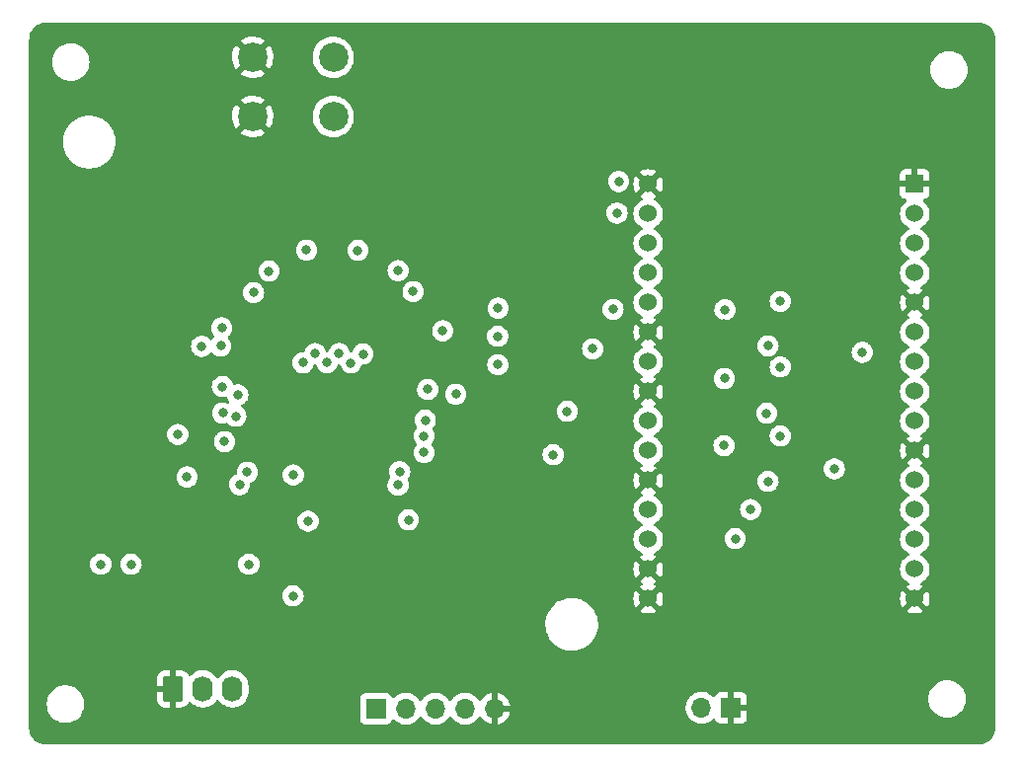
<source format=gbr>
%TF.GenerationSoftware,KiCad,Pcbnew,(6.0.8-1)-1*%
%TF.CreationDate,2022-10-04T16:18:18-04:00*%
%TF.ProjectId,bitaxePro,62697461-7865-4507-926f-2e6b69636164,rev?*%
%TF.SameCoordinates,Original*%
%TF.FileFunction,Copper,L2,Inr*%
%TF.FilePolarity,Positive*%
%FSLAX46Y46*%
G04 Gerber Fmt 4.6, Leading zero omitted, Abs format (unit mm)*
G04 Created by KiCad (PCBNEW (6.0.8-1)-1) date 2022-10-04 16:18:18*
%MOMM*%
%LPD*%
G01*
G04 APERTURE LIST*
G04 Aperture macros list*
%AMRoundRect*
0 Rectangle with rounded corners*
0 $1 Rounding radius*
0 $2 $3 $4 $5 $6 $7 $8 $9 X,Y pos of 4 corners*
0 Add a 4 corners polygon primitive as box body*
4,1,4,$2,$3,$4,$5,$6,$7,$8,$9,$2,$3,0*
0 Add four circle primitives for the rounded corners*
1,1,$1+$1,$2,$3*
1,1,$1+$1,$4,$5*
1,1,$1+$1,$6,$7*
1,1,$1+$1,$8,$9*
0 Add four rect primitives between the rounded corners*
20,1,$1+$1,$2,$3,$4,$5,0*
20,1,$1+$1,$4,$5,$6,$7,0*
20,1,$1+$1,$6,$7,$8,$9,0*
20,1,$1+$1,$8,$9,$2,$3,0*%
G04 Aperture macros list end*
%TA.AperFunction,ComponentPad*%
%ADD10R,1.530000X1.530000*%
%TD*%
%TA.AperFunction,ComponentPad*%
%ADD11C,1.530000*%
%TD*%
%TA.AperFunction,ComponentPad*%
%ADD12R,1.700000X1.700000*%
%TD*%
%TA.AperFunction,ComponentPad*%
%ADD13O,1.700000X1.700000*%
%TD*%
%TA.AperFunction,ComponentPad*%
%ADD14C,2.520000*%
%TD*%
%TA.AperFunction,ComponentPad*%
%ADD15RoundRect,0.250000X-0.620000X-0.845000X0.620000X-0.845000X0.620000X0.845000X-0.620000X0.845000X0*%
%TD*%
%TA.AperFunction,ComponentPad*%
%ADD16O,1.740000X2.190000*%
%TD*%
%TA.AperFunction,ViaPad*%
%ADD17C,0.800000*%
%TD*%
G04 APERTURE END LIST*
D10*
%TO.N,GND*%
%TO.C,U7*%
X139146500Y-59517800D03*
D11*
%TO.N,/VCCIO*%
X139146500Y-62057800D03*
X139146500Y-64597800D03*
%TO.N,Net-(TP19-Pad1)*%
X139146500Y-67137800D03*
%TO.N,GND*%
X139146500Y-69677800D03*
%TO.N,/FAN_TACH*%
X139146500Y-72217800D03*
%TO.N,unconnected-(U7-Pad7)*%
X139146500Y-74757800D03*
%TO.N,unconnected-(U7-Pad8)*%
X139146500Y-77297800D03*
%TO.N,unconnected-(U7-Pad9)*%
X139146500Y-79837800D03*
%TO.N,GND*%
X139146500Y-82377800D03*
%TO.N,unconnected-(U7-Pad11)*%
X139146500Y-84917800D03*
%TO.N,/TEMP_ALRT*%
X139146500Y-87457800D03*
%TO.N,/5V*%
X139146500Y-89997800D03*
X139146500Y-92537800D03*
%TO.N,GND*%
X139146500Y-95077800D03*
X116286500Y-95077800D03*
X116286500Y-92537800D03*
%TO.N,/SDA*%
X116286500Y-89997800D03*
%TO.N,/SCL*%
X116286500Y-87457800D03*
%TO.N,GND*%
X116286500Y-84917800D03*
%TO.N,unconnected-(U7-Pad21)*%
X116286500Y-82377800D03*
%TO.N,unconnected-(U7-Pad22)*%
X116286500Y-79837800D03*
%TO.N,GND*%
X116286500Y-77297800D03*
%TO.N,/RST*%
X116286500Y-74757800D03*
%TO.N,GND*%
X116286500Y-72217800D03*
%TO.N,/TX*%
X116286500Y-69677800D03*
%TO.N,/RX*%
X116286500Y-67137800D03*
%TO.N,unconnected-(U7-Pad28)*%
X116286500Y-64597800D03*
%TO.N,unconnected-(U7-Pad29)*%
X116286500Y-62057800D03*
%TO.N,GND*%
X116286500Y-59517800D03*
%TD*%
D12*
%TO.N,/VCCIO*%
%TO.C,J3*%
X92950000Y-104520000D03*
D13*
%TO.N,/CI*%
X95490000Y-104520000D03*
%TO.N,/RO*%
X98030000Y-104520000D03*
%TO.N,/RST_N*%
X100570000Y-104520000D03*
%TO.N,GND*%
X103110000Y-104520000D03*
%TD*%
D12*
%TO.N,GND*%
%TO.C,J4*%
X123395000Y-104440000D03*
D13*
%TO.N,/5V*%
X120855000Y-104440000D03*
%TD*%
D14*
%TO.N,/VDD*%
%TO.C,J1*%
X89290000Y-48640000D03*
X89290000Y-53720000D03*
%TD*%
%TO.N,GND*%
%TO.C,J2*%
X82380000Y-48640000D03*
X82380000Y-53720000D03*
%TD*%
D15*
%TO.N,GND*%
%TO.C,J5*%
X75550000Y-102810000D03*
D16*
%TO.N,/5V*%
X78090000Y-102810000D03*
%TO.N,/FAN_TACH*%
X80630000Y-102810000D03*
%TD*%
D17*
%TO.N,GND*%
X72360000Y-80940000D03*
X86710000Y-76530000D03*
X81430000Y-71980000D03*
X131020000Y-83110000D03*
X86710000Y-77890000D03*
X100510000Y-89930000D03*
X88230000Y-80610000D03*
X96580000Y-92200000D03*
X91720000Y-80600000D03*
X131000000Y-71110000D03*
X88230000Y-76530000D03*
X72030000Y-77730000D03*
X90050000Y-77860000D03*
X97140000Y-71980000D03*
X90050000Y-80580000D03*
X90050000Y-79220000D03*
X122750000Y-71540000D03*
X86710000Y-80610000D03*
X101330000Y-84130000D03*
X122790000Y-83490000D03*
X88230000Y-79250000D03*
X122830000Y-77570000D03*
X102760000Y-78720000D03*
X71300000Y-90270000D03*
X130685180Y-76940000D03*
X90050000Y-76500000D03*
X78710000Y-90340000D03*
X88230000Y-77890000D03*
X88930000Y-93260000D03*
X88030000Y-91180000D03*
X91720000Y-76520000D03*
X106600000Y-68290000D03*
X91720000Y-79240000D03*
X91720000Y-77880000D03*
X86710000Y-79250000D03*
%TO.N,Net-(C2-Pad2)*%
X98670000Y-72100000D03*
%TO.N,Net-(C6-Pad2)*%
X94850000Y-66950000D03*
%TO.N,/CI*%
X126560000Y-85031100D03*
X108140000Y-82740000D03*
%TO.N,/VDD*%
X86990000Y-65190000D03*
X88752000Y-74830000D03*
X87726000Y-74050000D03*
X91400000Y-65210000D03*
X91830000Y-74090000D03*
X86700000Y-74840000D03*
X90804000Y-74860000D03*
X89778000Y-74050000D03*
%TO.N,/RO*%
X109350000Y-79010000D03*
X126450000Y-79171100D03*
%TO.N,Net-(C12-Pad2)*%
X83780000Y-66980000D03*
%TO.N,Net-(C15-Pad2)*%
X82450000Y-68820000D03*
%TO.N,/RST_N*%
X126560000Y-73390000D03*
X111520000Y-73650000D03*
X99790000Y-77550000D03*
%TO.N,/5V*%
X85835000Y-94845000D03*
X69350000Y-92140000D03*
X71950000Y-92140000D03*
X82050000Y-92140000D03*
%TO.N,Net-(IC1-Pad4)*%
X103420000Y-70170000D03*
%TO.N,Net-(IC1-Pad5)*%
X103380000Y-72570000D03*
%TO.N,Net-(IC1-Pad6)*%
X103390000Y-75000000D03*
%TO.N,Net-(IC1-Pad25)*%
X81100000Y-77600000D03*
%TO.N,Net-(IC1-Pad26)*%
X79780000Y-76898900D03*
%TO.N,Net-(IC1-Pad27)*%
X79960000Y-81610000D03*
%TO.N,Net-(IC1-Pad28)*%
X78000000Y-73440000D03*
%TO.N,Net-(IC1-Pad29)*%
X79640000Y-73400000D03*
%TO.N,Net-(C17-Pad2)*%
X79730000Y-71860000D03*
%TO.N,/VCCIO*%
X122820000Y-76190000D03*
X75950000Y-80990000D03*
X113620000Y-62010000D03*
X134650000Y-73950000D03*
X122790000Y-81960000D03*
X113760000Y-59300000D03*
X122870000Y-70300000D03*
%TO.N,/TX*%
X113280000Y-70270000D03*
%TO.N,/1V8*%
X127610000Y-75210000D03*
X95730000Y-88330000D03*
X94980000Y-84190000D03*
X127610000Y-81130000D03*
X81920000Y-84240000D03*
X127610000Y-69580000D03*
%TO.N,/0V8*%
X94840000Y-85340000D03*
X81250000Y-85290000D03*
X85860000Y-84470000D03*
X87130000Y-88430000D03*
%TO.N,Net-(IC1-Pad8)*%
X97380000Y-77130000D03*
%TO.N,Net-(C3-Pad2)*%
X96130000Y-68740000D03*
%TO.N,Net-(IC1-Pad10)*%
X97180000Y-79770000D03*
%TO.N,Net-(IC1-Pad11)*%
X97070000Y-81120000D03*
%TO.N,Net-(IC1-Pad12)*%
X97070000Y-82530000D03*
%TO.N,Net-(IC1-Pad20)*%
X76750000Y-84640000D03*
%TO.N,/TEMP_N*%
X80940000Y-79430000D03*
%TO.N,/TEMP_P*%
X79820000Y-79150000D03*
%TO.N,/SCL*%
X125070000Y-87430000D03*
%TO.N,/SDA*%
X123750000Y-89930000D03*
%TO.N,/TEMP_ALRT*%
X132250000Y-83950000D03*
%TD*%
%TA.AperFunction,Conductor*%
%TO.N,GND*%
G36*
X144663593Y-45696432D02*
G01*
X144678427Y-45698742D01*
X144678431Y-45698742D01*
X144687301Y-45700123D01*
X144701365Y-45698284D01*
X144727583Y-45697608D01*
X144899809Y-45711159D01*
X144919332Y-45714252D01*
X145007527Y-45735425D01*
X145110844Y-45760228D01*
X145129648Y-45766338D01*
X145311603Y-45841704D01*
X145329220Y-45850680D01*
X145497145Y-45953583D01*
X145513142Y-45965205D01*
X145662905Y-46093115D01*
X145676885Y-46107095D01*
X145804795Y-46256858D01*
X145816417Y-46272855D01*
X145919320Y-46440780D01*
X145928296Y-46458397D01*
X146003662Y-46640352D01*
X146009772Y-46659156D01*
X146055748Y-46850666D01*
X146058841Y-46870193D01*
X146059183Y-46874540D01*
X146071840Y-47035410D01*
X146071199Y-47052301D01*
X146071368Y-47052303D01*
X146071258Y-47061276D01*
X146069877Y-47070147D01*
X146071041Y-47079048D01*
X146074005Y-47101719D01*
X146075068Y-47118054D01*
X146075068Y-106124210D01*
X146073568Y-106143593D01*
X146071258Y-106158427D01*
X146071258Y-106158431D01*
X146069877Y-106167301D01*
X146071716Y-106181361D01*
X146072392Y-106207584D01*
X146058841Y-106379806D01*
X146055748Y-106399335D01*
X146009772Y-106590844D01*
X146003662Y-106609648D01*
X145928296Y-106791603D01*
X145919320Y-106809220D01*
X145816417Y-106977145D01*
X145804795Y-106993142D01*
X145676885Y-107142905D01*
X145662905Y-107156885D01*
X145513142Y-107284795D01*
X145497145Y-107296417D01*
X145329220Y-107399320D01*
X145311603Y-107408296D01*
X145129648Y-107483662D01*
X145110844Y-107489772D01*
X144919334Y-107535748D01*
X144899805Y-107538841D01*
X144879182Y-107540463D01*
X144734590Y-107551840D01*
X144717699Y-107551199D01*
X144717697Y-107551368D01*
X144708724Y-107551258D01*
X144699853Y-107549877D01*
X144669346Y-107553866D01*
X144668281Y-107554005D01*
X144651946Y-107555068D01*
X64635790Y-107555068D01*
X64616407Y-107553568D01*
X64601573Y-107551258D01*
X64601569Y-107551258D01*
X64592699Y-107549877D01*
X64578635Y-107551716D01*
X64552417Y-107552392D01*
X64380191Y-107538841D01*
X64360668Y-107535748D01*
X64272473Y-107514575D01*
X64169156Y-107489772D01*
X64150352Y-107483662D01*
X63968397Y-107408296D01*
X63950780Y-107399320D01*
X63782855Y-107296417D01*
X63766858Y-107284795D01*
X63617095Y-107156885D01*
X63603115Y-107142905D01*
X63475205Y-106993142D01*
X63463583Y-106977145D01*
X63360680Y-106809220D01*
X63351704Y-106791603D01*
X63276338Y-106609648D01*
X63270228Y-106590844D01*
X63224252Y-106399334D01*
X63221159Y-106379804D01*
X63208160Y-106214590D01*
X63208801Y-106197702D01*
X63208632Y-106197700D01*
X63208741Y-106188726D01*
X63210123Y-106179853D01*
X63205997Y-106148301D01*
X63204934Y-106131966D01*
X63204935Y-106130823D01*
X63205056Y-104130000D01*
X64716526Y-104130000D01*
X64736391Y-104382403D01*
X64737545Y-104387210D01*
X64737546Y-104387216D01*
X64766205Y-104506590D01*
X64795495Y-104628591D01*
X64797388Y-104633162D01*
X64797389Y-104633164D01*
X64886228Y-104847639D01*
X64892384Y-104862502D01*
X65024672Y-105078376D01*
X65189102Y-105270898D01*
X65381624Y-105435328D01*
X65597498Y-105567616D01*
X65602068Y-105569509D01*
X65602072Y-105569511D01*
X65826836Y-105662611D01*
X65831409Y-105664505D01*
X65916032Y-105684821D01*
X66072784Y-105722454D01*
X66072790Y-105722455D01*
X66077597Y-105723609D01*
X66177416Y-105731465D01*
X66264345Y-105738307D01*
X66264352Y-105738307D01*
X66266801Y-105738500D01*
X66393199Y-105738500D01*
X66395648Y-105738307D01*
X66395655Y-105738307D01*
X66482584Y-105731465D01*
X66582403Y-105723609D01*
X66587210Y-105722455D01*
X66587216Y-105722454D01*
X66743968Y-105684821D01*
X66828591Y-105664505D01*
X66833164Y-105662611D01*
X67057928Y-105569511D01*
X67057932Y-105569509D01*
X67062502Y-105567616D01*
X67278376Y-105435328D01*
X67298508Y-105418134D01*
X91591500Y-105418134D01*
X91598255Y-105480316D01*
X91649385Y-105616705D01*
X91736739Y-105733261D01*
X91853295Y-105820615D01*
X91989684Y-105871745D01*
X92051866Y-105878500D01*
X93848134Y-105878500D01*
X93910316Y-105871745D01*
X94046705Y-105820615D01*
X94163261Y-105733261D01*
X94250615Y-105616705D01*
X94272799Y-105557529D01*
X94294598Y-105499382D01*
X94337240Y-105442618D01*
X94403802Y-105417918D01*
X94473150Y-105433126D01*
X94507817Y-105461114D01*
X94536250Y-105493938D01*
X94708126Y-105636632D01*
X94901000Y-105749338D01*
X95109692Y-105829030D01*
X95114760Y-105830061D01*
X95114763Y-105830062D01*
X95209862Y-105849410D01*
X95328597Y-105873567D01*
X95333772Y-105873757D01*
X95333774Y-105873757D01*
X95546673Y-105881564D01*
X95546677Y-105881564D01*
X95551837Y-105881753D01*
X95556957Y-105881097D01*
X95556959Y-105881097D01*
X95768288Y-105854025D01*
X95768289Y-105854025D01*
X95773416Y-105853368D01*
X95778366Y-105851883D01*
X95982429Y-105790661D01*
X95982434Y-105790659D01*
X95987384Y-105789174D01*
X96187994Y-105690896D01*
X96369860Y-105561173D01*
X96377734Y-105553327D01*
X96488830Y-105442618D01*
X96528096Y-105403489D01*
X96536100Y-105392351D01*
X96658453Y-105222077D01*
X96659776Y-105223028D01*
X96706645Y-105179857D01*
X96776580Y-105167625D01*
X96842026Y-105195144D01*
X96869875Y-105226994D01*
X96929987Y-105325088D01*
X97076250Y-105493938D01*
X97248126Y-105636632D01*
X97441000Y-105749338D01*
X97649692Y-105829030D01*
X97654760Y-105830061D01*
X97654763Y-105830062D01*
X97749862Y-105849410D01*
X97868597Y-105873567D01*
X97873772Y-105873757D01*
X97873774Y-105873757D01*
X98086673Y-105881564D01*
X98086677Y-105881564D01*
X98091837Y-105881753D01*
X98096957Y-105881097D01*
X98096959Y-105881097D01*
X98308288Y-105854025D01*
X98308289Y-105854025D01*
X98313416Y-105853368D01*
X98318366Y-105851883D01*
X98522429Y-105790661D01*
X98522434Y-105790659D01*
X98527384Y-105789174D01*
X98727994Y-105690896D01*
X98909860Y-105561173D01*
X98917734Y-105553327D01*
X99028830Y-105442618D01*
X99068096Y-105403489D01*
X99076100Y-105392351D01*
X99198453Y-105222077D01*
X99199776Y-105223028D01*
X99246645Y-105179857D01*
X99316580Y-105167625D01*
X99382026Y-105195144D01*
X99409875Y-105226994D01*
X99469987Y-105325088D01*
X99616250Y-105493938D01*
X99788126Y-105636632D01*
X99981000Y-105749338D01*
X100189692Y-105829030D01*
X100194760Y-105830061D01*
X100194763Y-105830062D01*
X100289862Y-105849410D01*
X100408597Y-105873567D01*
X100413772Y-105873757D01*
X100413774Y-105873757D01*
X100626673Y-105881564D01*
X100626677Y-105881564D01*
X100631837Y-105881753D01*
X100636957Y-105881097D01*
X100636959Y-105881097D01*
X100848288Y-105854025D01*
X100848289Y-105854025D01*
X100853416Y-105853368D01*
X100858366Y-105851883D01*
X101062429Y-105790661D01*
X101062434Y-105790659D01*
X101067384Y-105789174D01*
X101267994Y-105690896D01*
X101449860Y-105561173D01*
X101457734Y-105553327D01*
X101568830Y-105442618D01*
X101608096Y-105403489D01*
X101616100Y-105392351D01*
X101738453Y-105222077D01*
X101739640Y-105222930D01*
X101786960Y-105179362D01*
X101856897Y-105167145D01*
X101922338Y-105194678D01*
X101950166Y-105226511D01*
X102007694Y-105320388D01*
X102013777Y-105328699D01*
X102153213Y-105489667D01*
X102160580Y-105496883D01*
X102324434Y-105632916D01*
X102332881Y-105638831D01*
X102516756Y-105746279D01*
X102526042Y-105750729D01*
X102725001Y-105826703D01*
X102734899Y-105829579D01*
X102838250Y-105850606D01*
X102852299Y-105849410D01*
X102856000Y-105839065D01*
X102856000Y-105838517D01*
X103364000Y-105838517D01*
X103368064Y-105852359D01*
X103381478Y-105854393D01*
X103388184Y-105853534D01*
X103398262Y-105851392D01*
X103602255Y-105790191D01*
X103611842Y-105786433D01*
X103803095Y-105692739D01*
X103811945Y-105687464D01*
X103985328Y-105563792D01*
X103993200Y-105557139D01*
X104144052Y-105406812D01*
X104150730Y-105398965D01*
X104275003Y-105226020D01*
X104280313Y-105217183D01*
X104374670Y-105026267D01*
X104378469Y-105016672D01*
X104440377Y-104812910D01*
X104442555Y-104802837D01*
X104443986Y-104791962D01*
X104441775Y-104777778D01*
X104428617Y-104774000D01*
X103382115Y-104774000D01*
X103366876Y-104778475D01*
X103365671Y-104779865D01*
X103364000Y-104787548D01*
X103364000Y-105838517D01*
X102856000Y-105838517D01*
X102856000Y-104406695D01*
X119492251Y-104406695D01*
X119492548Y-104411848D01*
X119492548Y-104411851D01*
X119492842Y-104416948D01*
X119505110Y-104629715D01*
X119506247Y-104634761D01*
X119506248Y-104634767D01*
X119520606Y-104698475D01*
X119554222Y-104847639D01*
X119638266Y-105054616D01*
X119640965Y-105059020D01*
X119741469Y-105223028D01*
X119754987Y-105245088D01*
X119901250Y-105413938D01*
X120073126Y-105556632D01*
X120266000Y-105669338D01*
X120474692Y-105749030D01*
X120479760Y-105750061D01*
X120479763Y-105750062D01*
X120587017Y-105771883D01*
X120693597Y-105793567D01*
X120698772Y-105793757D01*
X120698774Y-105793757D01*
X120911673Y-105801564D01*
X120911677Y-105801564D01*
X120916837Y-105801753D01*
X120921957Y-105801097D01*
X120921959Y-105801097D01*
X121133288Y-105774025D01*
X121133289Y-105774025D01*
X121138416Y-105773368D01*
X121212369Y-105751181D01*
X121347429Y-105710661D01*
X121347434Y-105710659D01*
X121352384Y-105709174D01*
X121552994Y-105610896D01*
X121734860Y-105481173D01*
X121778275Y-105437910D01*
X121843479Y-105372933D01*
X121905851Y-105339017D01*
X121976658Y-105344205D01*
X122033419Y-105386851D01*
X122050401Y-105417954D01*
X122091676Y-105528054D01*
X122100214Y-105543649D01*
X122176715Y-105645724D01*
X122189276Y-105658285D01*
X122291351Y-105734786D01*
X122306946Y-105743324D01*
X122427394Y-105788478D01*
X122442649Y-105792105D01*
X122493514Y-105797631D01*
X122500328Y-105798000D01*
X123122885Y-105798000D01*
X123138124Y-105793525D01*
X123139329Y-105792135D01*
X123141000Y-105784452D01*
X123141000Y-105779884D01*
X123649000Y-105779884D01*
X123653475Y-105795123D01*
X123654865Y-105796328D01*
X123662548Y-105797999D01*
X124289669Y-105797999D01*
X124296490Y-105797629D01*
X124347352Y-105792105D01*
X124362604Y-105788479D01*
X124483054Y-105743324D01*
X124498649Y-105734786D01*
X124600724Y-105658285D01*
X124613285Y-105645724D01*
X124689786Y-105543649D01*
X124698324Y-105528054D01*
X124743478Y-105407606D01*
X124747105Y-105392351D01*
X124752631Y-105341486D01*
X124753000Y-105334672D01*
X124753000Y-104712115D01*
X124748525Y-104696876D01*
X124747135Y-104695671D01*
X124739452Y-104694000D01*
X123667115Y-104694000D01*
X123651876Y-104698475D01*
X123650671Y-104699865D01*
X123649000Y-104707548D01*
X123649000Y-105779884D01*
X123141000Y-105779884D01*
X123141000Y-104167885D01*
X123649000Y-104167885D01*
X123653475Y-104183124D01*
X123654865Y-104184329D01*
X123662548Y-104186000D01*
X124734884Y-104186000D01*
X124750123Y-104181525D01*
X124751328Y-104180135D01*
X124752999Y-104172452D01*
X124752999Y-103680000D01*
X140316526Y-103680000D01*
X140336391Y-103932403D01*
X140337545Y-103937210D01*
X140337546Y-103937216D01*
X140360159Y-104031406D01*
X140395495Y-104178591D01*
X140397388Y-104183162D01*
X140397389Y-104183164D01*
X140489979Y-104406695D01*
X140492384Y-104412502D01*
X140494970Y-104416722D01*
X140503210Y-104430168D01*
X140624672Y-104628376D01*
X140789102Y-104820898D01*
X140981624Y-104985328D01*
X141197498Y-105117616D01*
X141202068Y-105119509D01*
X141202072Y-105119511D01*
X141383542Y-105194678D01*
X141431409Y-105214505D01*
X141479373Y-105226020D01*
X141672784Y-105272454D01*
X141672790Y-105272455D01*
X141677597Y-105273609D01*
X141777416Y-105281465D01*
X141864345Y-105288307D01*
X141864352Y-105288307D01*
X141866801Y-105288500D01*
X141993199Y-105288500D01*
X141995648Y-105288307D01*
X141995655Y-105288307D01*
X142082584Y-105281465D01*
X142182403Y-105273609D01*
X142187210Y-105272455D01*
X142187216Y-105272454D01*
X142380627Y-105226020D01*
X142428591Y-105214505D01*
X142476458Y-105194678D01*
X142657928Y-105119511D01*
X142657932Y-105119509D01*
X142662502Y-105117616D01*
X142878376Y-104985328D01*
X143070898Y-104820898D01*
X143235328Y-104628376D01*
X143356790Y-104430168D01*
X143365030Y-104416722D01*
X143367616Y-104412502D01*
X143370022Y-104406695D01*
X143462611Y-104183164D01*
X143462612Y-104183162D01*
X143464505Y-104178591D01*
X143499841Y-104031406D01*
X143522454Y-103937216D01*
X143522455Y-103937210D01*
X143523609Y-103932403D01*
X143543474Y-103680000D01*
X143523609Y-103427597D01*
X143521193Y-103417530D01*
X143474915Y-103224771D01*
X143464505Y-103181409D01*
X143462611Y-103176836D01*
X143369511Y-102952072D01*
X143369509Y-102952068D01*
X143367616Y-102947498D01*
X143235328Y-102731624D01*
X143070898Y-102539102D01*
X142878376Y-102374672D01*
X142662502Y-102242384D01*
X142657932Y-102240491D01*
X142657928Y-102240489D01*
X142433164Y-102147389D01*
X142433162Y-102147388D01*
X142428591Y-102145495D01*
X142343968Y-102125179D01*
X142187216Y-102087546D01*
X142187210Y-102087545D01*
X142182403Y-102086391D01*
X142082584Y-102078535D01*
X141995655Y-102071693D01*
X141995648Y-102071693D01*
X141993199Y-102071500D01*
X141866801Y-102071500D01*
X141864352Y-102071693D01*
X141864345Y-102071693D01*
X141777416Y-102078535D01*
X141677597Y-102086391D01*
X141672790Y-102087545D01*
X141672784Y-102087546D01*
X141516032Y-102125179D01*
X141431409Y-102145495D01*
X141426838Y-102147388D01*
X141426836Y-102147389D01*
X141202072Y-102240489D01*
X141202068Y-102240491D01*
X141197498Y-102242384D01*
X140981624Y-102374672D01*
X140789102Y-102539102D01*
X140624672Y-102731624D01*
X140492384Y-102947498D01*
X140490491Y-102952068D01*
X140490489Y-102952072D01*
X140397389Y-103176836D01*
X140395495Y-103181409D01*
X140385085Y-103224771D01*
X140338808Y-103417530D01*
X140336391Y-103427597D01*
X140316526Y-103680000D01*
X124752999Y-103680000D01*
X124752999Y-103545331D01*
X124752629Y-103538510D01*
X124747105Y-103487648D01*
X124743479Y-103472396D01*
X124698324Y-103351946D01*
X124689786Y-103336351D01*
X124613285Y-103234276D01*
X124600724Y-103221715D01*
X124498649Y-103145214D01*
X124483054Y-103136676D01*
X124362606Y-103091522D01*
X124347351Y-103087895D01*
X124296486Y-103082369D01*
X124289672Y-103082000D01*
X123667115Y-103082000D01*
X123651876Y-103086475D01*
X123650671Y-103087865D01*
X123649000Y-103095548D01*
X123649000Y-104167885D01*
X123141000Y-104167885D01*
X123141000Y-103100116D01*
X123136525Y-103084877D01*
X123135135Y-103083672D01*
X123127452Y-103082001D01*
X122500331Y-103082001D01*
X122493510Y-103082371D01*
X122442648Y-103087895D01*
X122427396Y-103091521D01*
X122306946Y-103136676D01*
X122291351Y-103145214D01*
X122189276Y-103221715D01*
X122176715Y-103234276D01*
X122100214Y-103336351D01*
X122091676Y-103351946D01*
X122050297Y-103462322D01*
X122007655Y-103519087D01*
X121941093Y-103543786D01*
X121871744Y-103528578D01*
X121839121Y-103502891D01*
X121788151Y-103446876D01*
X121788148Y-103446873D01*
X121784670Y-103443051D01*
X121780619Y-103439852D01*
X121780615Y-103439848D01*
X121613414Y-103307800D01*
X121613410Y-103307798D01*
X121609359Y-103304598D01*
X121413789Y-103196638D01*
X121408920Y-103194914D01*
X121408916Y-103194912D01*
X121208087Y-103123795D01*
X121208083Y-103123794D01*
X121203212Y-103122069D01*
X121198119Y-103121162D01*
X121198116Y-103121161D01*
X120988373Y-103083800D01*
X120988367Y-103083799D01*
X120983284Y-103082894D01*
X120909452Y-103081992D01*
X120765081Y-103080228D01*
X120765079Y-103080228D01*
X120759911Y-103080165D01*
X120539091Y-103113955D01*
X120326756Y-103183357D01*
X120296443Y-103199137D01*
X120142765Y-103279137D01*
X120128607Y-103286507D01*
X120124474Y-103289610D01*
X120124471Y-103289612D01*
X119955993Y-103416109D01*
X119949965Y-103420635D01*
X119910128Y-103462322D01*
X119817087Y-103559684D01*
X119795629Y-103582138D01*
X119792715Y-103586410D01*
X119792714Y-103586411D01*
X119770846Y-103618469D01*
X119669743Y-103766680D01*
X119624069Y-103865076D01*
X119595108Y-103927469D01*
X119575688Y-103969305D01*
X119515989Y-104184570D01*
X119492251Y-104406695D01*
X102856000Y-104406695D01*
X102856000Y-104247885D01*
X103364000Y-104247885D01*
X103368475Y-104263124D01*
X103369865Y-104264329D01*
X103377548Y-104266000D01*
X104428344Y-104266000D01*
X104441875Y-104262027D01*
X104443180Y-104252947D01*
X104401214Y-104085875D01*
X104397894Y-104076124D01*
X104312972Y-103880814D01*
X104308105Y-103871739D01*
X104192426Y-103692926D01*
X104186136Y-103684757D01*
X104042806Y-103527240D01*
X104035273Y-103520215D01*
X103868139Y-103388222D01*
X103859552Y-103382517D01*
X103673117Y-103279599D01*
X103663705Y-103275369D01*
X103462959Y-103204280D01*
X103452988Y-103201646D01*
X103381837Y-103188972D01*
X103368540Y-103190432D01*
X103364000Y-103204989D01*
X103364000Y-104247885D01*
X102856000Y-104247885D01*
X102856000Y-103203102D01*
X102852082Y-103189758D01*
X102837806Y-103187771D01*
X102799324Y-103193660D01*
X102789288Y-103196051D01*
X102586868Y-103262212D01*
X102577359Y-103266209D01*
X102388463Y-103364542D01*
X102379738Y-103370036D01*
X102209433Y-103497905D01*
X102201726Y-103504748D01*
X102054590Y-103658717D01*
X102048109Y-103666722D01*
X101943498Y-103820074D01*
X101888587Y-103865076D01*
X101818062Y-103873247D01*
X101754315Y-103841993D01*
X101733618Y-103817509D01*
X101652822Y-103692617D01*
X101652820Y-103692614D01*
X101650014Y-103688277D01*
X101499670Y-103523051D01*
X101495619Y-103519852D01*
X101495615Y-103519848D01*
X101328414Y-103387800D01*
X101328410Y-103387798D01*
X101324359Y-103384598D01*
X101288028Y-103364542D01*
X101236959Y-103336351D01*
X101128789Y-103276638D01*
X101123920Y-103274914D01*
X101123916Y-103274912D01*
X100923087Y-103203795D01*
X100923083Y-103203794D01*
X100918212Y-103202069D01*
X100913119Y-103201162D01*
X100913116Y-103201161D01*
X100703373Y-103163800D01*
X100703367Y-103163799D01*
X100698284Y-103162894D01*
X100624452Y-103161992D01*
X100480081Y-103160228D01*
X100480079Y-103160228D01*
X100474911Y-103160165D01*
X100254091Y-103193955D01*
X100041756Y-103263357D01*
X99843607Y-103366507D01*
X99839474Y-103369610D01*
X99839471Y-103369612D01*
X99669100Y-103497530D01*
X99664965Y-103500635D01*
X99615607Y-103552285D01*
X99553729Y-103617037D01*
X99510629Y-103662138D01*
X99403201Y-103819621D01*
X99348293Y-103864621D01*
X99277768Y-103872792D01*
X99214021Y-103841538D01*
X99193324Y-103817054D01*
X99112822Y-103692617D01*
X99112820Y-103692614D01*
X99110014Y-103688277D01*
X98959670Y-103523051D01*
X98955619Y-103519852D01*
X98955615Y-103519848D01*
X98788414Y-103387800D01*
X98788410Y-103387798D01*
X98784359Y-103384598D01*
X98748028Y-103364542D01*
X98696959Y-103336351D01*
X98588789Y-103276638D01*
X98583920Y-103274914D01*
X98583916Y-103274912D01*
X98383087Y-103203795D01*
X98383083Y-103203794D01*
X98378212Y-103202069D01*
X98373119Y-103201162D01*
X98373116Y-103201161D01*
X98163373Y-103163800D01*
X98163367Y-103163799D01*
X98158284Y-103162894D01*
X98084452Y-103161992D01*
X97940081Y-103160228D01*
X97940079Y-103160228D01*
X97934911Y-103160165D01*
X97714091Y-103193955D01*
X97501756Y-103263357D01*
X97303607Y-103366507D01*
X97299474Y-103369610D01*
X97299471Y-103369612D01*
X97129100Y-103497530D01*
X97124965Y-103500635D01*
X97075607Y-103552285D01*
X97013729Y-103617037D01*
X96970629Y-103662138D01*
X96863201Y-103819621D01*
X96808293Y-103864621D01*
X96737768Y-103872792D01*
X96674021Y-103841538D01*
X96653324Y-103817054D01*
X96572822Y-103692617D01*
X96572820Y-103692614D01*
X96570014Y-103688277D01*
X96419670Y-103523051D01*
X96415619Y-103519852D01*
X96415615Y-103519848D01*
X96248414Y-103387800D01*
X96248410Y-103387798D01*
X96244359Y-103384598D01*
X96208028Y-103364542D01*
X96156959Y-103336351D01*
X96048789Y-103276638D01*
X96043920Y-103274914D01*
X96043916Y-103274912D01*
X95843087Y-103203795D01*
X95843083Y-103203794D01*
X95838212Y-103202069D01*
X95833119Y-103201162D01*
X95833116Y-103201161D01*
X95623373Y-103163800D01*
X95623367Y-103163799D01*
X95618284Y-103162894D01*
X95544452Y-103161992D01*
X95400081Y-103160228D01*
X95400079Y-103160228D01*
X95394911Y-103160165D01*
X95174091Y-103193955D01*
X94961756Y-103263357D01*
X94763607Y-103366507D01*
X94759474Y-103369610D01*
X94759471Y-103369612D01*
X94589100Y-103497530D01*
X94584965Y-103500635D01*
X94528537Y-103559684D01*
X94504283Y-103585064D01*
X94442759Y-103620494D01*
X94371846Y-103617037D01*
X94314060Y-103575791D01*
X94295207Y-103542243D01*
X94253767Y-103431703D01*
X94250615Y-103423295D01*
X94163261Y-103306739D01*
X94046705Y-103219385D01*
X93910316Y-103168255D01*
X93848134Y-103161500D01*
X92051866Y-103161500D01*
X91989684Y-103168255D01*
X91853295Y-103219385D01*
X91736739Y-103306739D01*
X91649385Y-103423295D01*
X91598255Y-103559684D01*
X91591500Y-103621866D01*
X91591500Y-105418134D01*
X67298508Y-105418134D01*
X67470898Y-105270898D01*
X67635328Y-105078376D01*
X67767616Y-104862502D01*
X67773773Y-104847639D01*
X67862611Y-104633164D01*
X67862612Y-104633162D01*
X67864505Y-104628591D01*
X67893795Y-104506590D01*
X67922454Y-104387216D01*
X67922455Y-104387210D01*
X67923609Y-104382403D01*
X67943474Y-104130000D01*
X67923609Y-103877597D01*
X67915062Y-103841993D01*
X67881475Y-103702095D01*
X74172001Y-103702095D01*
X74172338Y-103708614D01*
X74182257Y-103804206D01*
X74185149Y-103817600D01*
X74236588Y-103971784D01*
X74242761Y-103984962D01*
X74328063Y-104122807D01*
X74337099Y-104134208D01*
X74451829Y-104248739D01*
X74463240Y-104257751D01*
X74601243Y-104342816D01*
X74614424Y-104348963D01*
X74768710Y-104400138D01*
X74782086Y-104403005D01*
X74876438Y-104412672D01*
X74882854Y-104413000D01*
X75277885Y-104413000D01*
X75293124Y-104408525D01*
X75294329Y-104407135D01*
X75296000Y-104399452D01*
X75296000Y-104394884D01*
X75804000Y-104394884D01*
X75808475Y-104410123D01*
X75809865Y-104411328D01*
X75817548Y-104412999D01*
X76217095Y-104412999D01*
X76223614Y-104412662D01*
X76319206Y-104402743D01*
X76332600Y-104399851D01*
X76486784Y-104348412D01*
X76499962Y-104342239D01*
X76637807Y-104256937D01*
X76649208Y-104247901D01*
X76763739Y-104133171D01*
X76772751Y-104121760D01*
X76861658Y-103977525D01*
X76863755Y-103978817D01*
X76902956Y-103934308D01*
X76971236Y-103914856D01*
X77039193Y-103935407D01*
X77061386Y-103953878D01*
X77173276Y-104071168D01*
X77360965Y-104210813D01*
X77365716Y-104213229D01*
X77365720Y-104213231D01*
X77564744Y-104314420D01*
X77569500Y-104316838D01*
X77792917Y-104386210D01*
X77798204Y-104386911D01*
X77798205Y-104386911D01*
X78019545Y-104416248D01*
X78019549Y-104416248D01*
X78024829Y-104416948D01*
X78030158Y-104416748D01*
X78030160Y-104416748D01*
X78141716Y-104412560D01*
X78258604Y-104408172D01*
X78381417Y-104382403D01*
X78482332Y-104361229D01*
X78482335Y-104361228D01*
X78487559Y-104360132D01*
X78705146Y-104274203D01*
X78850500Y-104186000D01*
X78900583Y-104155609D01*
X78900586Y-104155607D01*
X78905144Y-104152841D01*
X79081834Y-103999517D01*
X79230165Y-103818614D01*
X79232801Y-103813984D01*
X79232804Y-103813979D01*
X79251301Y-103781484D01*
X79302384Y-103732178D01*
X79372015Y-103718317D01*
X79438085Y-103744301D01*
X79465323Y-103773450D01*
X79551798Y-103901896D01*
X79555477Y-103905753D01*
X79555479Y-103905755D01*
X79583766Y-103935407D01*
X79713276Y-104071168D01*
X79900965Y-104210813D01*
X79905716Y-104213229D01*
X79905720Y-104213231D01*
X80104744Y-104314420D01*
X80109500Y-104316838D01*
X80332917Y-104386210D01*
X80338204Y-104386911D01*
X80338205Y-104386911D01*
X80559545Y-104416248D01*
X80559549Y-104416248D01*
X80564829Y-104416948D01*
X80570158Y-104416748D01*
X80570160Y-104416748D01*
X80681716Y-104412560D01*
X80798604Y-104408172D01*
X80921417Y-104382403D01*
X81022332Y-104361229D01*
X81022335Y-104361228D01*
X81027559Y-104360132D01*
X81245146Y-104274203D01*
X81390500Y-104186000D01*
X81440583Y-104155609D01*
X81440586Y-104155607D01*
X81445144Y-104152841D01*
X81621834Y-103999517D01*
X81770165Y-103818614D01*
X81885896Y-103615305D01*
X81965716Y-103395404D01*
X81968047Y-103382517D01*
X81989884Y-103261750D01*
X82007344Y-103165197D01*
X82007545Y-103160948D01*
X82008430Y-103142172D01*
X82008430Y-103142165D01*
X82008500Y-103140684D01*
X82008500Y-102526262D01*
X81995910Y-102377883D01*
X81994156Y-102357209D01*
X81994155Y-102357205D01*
X81993705Y-102351898D01*
X81940133Y-102145495D01*
X81936275Y-102130629D01*
X81936274Y-102130625D01*
X81934933Y-102125460D01*
X81880533Y-102004695D01*
X81841045Y-101917036D01*
X81838850Y-101912163D01*
X81831795Y-101901683D01*
X81765835Y-101803710D01*
X81708202Y-101718104D01*
X81546724Y-101548832D01*
X81359035Y-101409187D01*
X81354284Y-101406771D01*
X81354280Y-101406769D01*
X81155256Y-101305580D01*
X81155255Y-101305580D01*
X81150500Y-101303162D01*
X80927083Y-101233790D01*
X80921796Y-101233089D01*
X80921795Y-101233089D01*
X80700455Y-101203752D01*
X80700451Y-101203752D01*
X80695171Y-101203052D01*
X80689842Y-101203252D01*
X80689840Y-101203252D01*
X80578284Y-101207440D01*
X80461396Y-101211828D01*
X80377411Y-101229450D01*
X80237668Y-101258771D01*
X80237665Y-101258772D01*
X80232441Y-101259868D01*
X80014854Y-101345797D01*
X80010290Y-101348566D01*
X80010291Y-101348566D01*
X79819417Y-101464391D01*
X79819414Y-101464393D01*
X79814856Y-101467159D01*
X79638166Y-101620483D01*
X79489835Y-101801386D01*
X79487199Y-101806016D01*
X79487196Y-101806021D01*
X79468699Y-101838516D01*
X79417616Y-101887822D01*
X79347985Y-101901683D01*
X79281915Y-101875699D01*
X79254677Y-101846550D01*
X79171182Y-101722531D01*
X79168202Y-101718104D01*
X79006724Y-101548832D01*
X78819035Y-101409187D01*
X78814284Y-101406771D01*
X78814280Y-101406769D01*
X78615256Y-101305580D01*
X78615255Y-101305580D01*
X78610500Y-101303162D01*
X78387083Y-101233790D01*
X78381796Y-101233089D01*
X78381795Y-101233089D01*
X78160455Y-101203752D01*
X78160451Y-101203752D01*
X78155171Y-101203052D01*
X78149842Y-101203252D01*
X78149840Y-101203252D01*
X78038284Y-101207440D01*
X77921396Y-101211828D01*
X77837411Y-101229450D01*
X77697668Y-101258771D01*
X77697665Y-101258772D01*
X77692441Y-101259868D01*
X77474854Y-101345797D01*
X77470290Y-101348566D01*
X77470291Y-101348566D01*
X77279417Y-101464391D01*
X77279414Y-101464393D01*
X77274856Y-101467159D01*
X77098166Y-101620483D01*
X77094778Y-101624615D01*
X77067239Y-101658201D01*
X77008579Y-101698196D01*
X76937609Y-101700127D01*
X76876861Y-101663383D01*
X76861780Y-101640843D01*
X76861094Y-101641268D01*
X76771937Y-101497193D01*
X76762901Y-101485792D01*
X76648171Y-101371261D01*
X76636760Y-101362249D01*
X76498757Y-101277184D01*
X76485576Y-101271037D01*
X76331290Y-101219862D01*
X76317914Y-101216995D01*
X76223562Y-101207328D01*
X76217145Y-101207000D01*
X75822115Y-101207000D01*
X75806876Y-101211475D01*
X75805671Y-101212865D01*
X75804000Y-101220548D01*
X75804000Y-104394884D01*
X75296000Y-104394884D01*
X75296000Y-103082115D01*
X75291525Y-103066876D01*
X75290135Y-103065671D01*
X75282452Y-103064000D01*
X74190116Y-103064000D01*
X74174877Y-103068475D01*
X74173672Y-103069865D01*
X74172001Y-103077548D01*
X74172001Y-103702095D01*
X67881475Y-103702095D01*
X67877313Y-103684757D01*
X67864505Y-103631409D01*
X67859984Y-103620494D01*
X67769511Y-103402072D01*
X67769509Y-103402068D01*
X67767616Y-103397498D01*
X67635328Y-103181624D01*
X67470898Y-102989102D01*
X67278376Y-102824672D01*
X67062502Y-102692384D01*
X67057932Y-102690491D01*
X67057928Y-102690489D01*
X66833164Y-102597389D01*
X66833162Y-102597388D01*
X66828591Y-102595495D01*
X66743968Y-102575179D01*
X66588628Y-102537885D01*
X74172000Y-102537885D01*
X74176475Y-102553124D01*
X74177865Y-102554329D01*
X74185548Y-102556000D01*
X75277885Y-102556000D01*
X75293124Y-102551525D01*
X75294329Y-102550135D01*
X75296000Y-102542452D01*
X75296000Y-101225116D01*
X75291525Y-101209877D01*
X75290135Y-101208672D01*
X75282452Y-101207001D01*
X74882905Y-101207001D01*
X74876386Y-101207338D01*
X74780794Y-101217257D01*
X74767400Y-101220149D01*
X74613216Y-101271588D01*
X74600038Y-101277761D01*
X74462193Y-101363063D01*
X74450792Y-101372099D01*
X74336261Y-101486829D01*
X74327249Y-101498240D01*
X74242184Y-101636243D01*
X74236037Y-101649424D01*
X74184862Y-101803710D01*
X74181995Y-101817086D01*
X74172328Y-101911438D01*
X74172000Y-101917855D01*
X74172000Y-102537885D01*
X66588628Y-102537885D01*
X66587216Y-102537546D01*
X66587210Y-102537545D01*
X66582403Y-102536391D01*
X66482584Y-102528535D01*
X66395655Y-102521693D01*
X66395648Y-102521693D01*
X66393199Y-102521500D01*
X66266801Y-102521500D01*
X66264352Y-102521693D01*
X66264345Y-102521693D01*
X66177416Y-102528535D01*
X66077597Y-102536391D01*
X66072790Y-102537545D01*
X66072784Y-102537546D01*
X65916032Y-102575179D01*
X65831409Y-102595495D01*
X65826838Y-102597388D01*
X65826836Y-102597389D01*
X65602072Y-102690489D01*
X65602068Y-102690491D01*
X65597498Y-102692384D01*
X65381624Y-102824672D01*
X65189102Y-102989102D01*
X65024672Y-103181624D01*
X64892384Y-103397498D01*
X64890491Y-103402068D01*
X64890489Y-103402072D01*
X64800016Y-103620494D01*
X64795495Y-103631409D01*
X64782687Y-103684757D01*
X64744939Y-103841993D01*
X64736391Y-103877597D01*
X64716526Y-104130000D01*
X63205056Y-104130000D01*
X63205466Y-97337404D01*
X107466941Y-97337404D01*
X107493091Y-97636292D01*
X107494001Y-97640364D01*
X107494002Y-97640369D01*
X107557628Y-97925016D01*
X107558540Y-97929095D01*
X107662140Y-98210671D01*
X107664084Y-98214359D01*
X107664088Y-98214367D01*
X107760805Y-98397807D01*
X107802069Y-98476071D01*
X107975871Y-98720633D01*
X108180490Y-98940061D01*
X108412333Y-99130498D01*
X108667325Y-99288600D01*
X108940988Y-99411589D01*
X109115368Y-99463574D01*
X109224514Y-99496112D01*
X109224516Y-99496112D01*
X109228513Y-99497304D01*
X109232633Y-99497957D01*
X109232635Y-99497957D01*
X109351509Y-99516785D01*
X109524848Y-99544239D01*
X109567577Y-99546179D01*
X109617262Y-99548436D01*
X109617281Y-99548436D01*
X109618681Y-99548500D01*
X109806107Y-99548500D01*
X110029370Y-99533671D01*
X110033464Y-99532846D01*
X110033468Y-99532845D01*
X110174513Y-99504405D01*
X110323480Y-99474368D01*
X110607163Y-99376688D01*
X110610896Y-99374819D01*
X110610900Y-99374817D01*
X110871691Y-99244222D01*
X110871693Y-99244221D01*
X110875435Y-99242347D01*
X111123584Y-99073706D01*
X111347248Y-98873726D01*
X111349966Y-98870555D01*
X111539779Y-98649097D01*
X111539782Y-98649093D01*
X111542499Y-98645923D01*
X111544773Y-98642421D01*
X111544777Y-98642416D01*
X111703628Y-98397807D01*
X111703631Y-98397802D01*
X111705907Y-98394297D01*
X111834600Y-98123270D01*
X111926318Y-97837604D01*
X111979448Y-97542316D01*
X111993059Y-97242596D01*
X111966909Y-96943708D01*
X111922832Y-96746515D01*
X111902372Y-96654984D01*
X111902371Y-96654981D01*
X111901460Y-96650905D01*
X111797860Y-96369329D01*
X111795916Y-96365641D01*
X111795912Y-96365633D01*
X111676281Y-96138732D01*
X115590123Y-96138732D01*
X115599416Y-96150745D01*
X115643069Y-96181312D01*
X115652547Y-96186784D01*
X115844462Y-96276275D01*
X115854755Y-96280021D01*
X116059286Y-96334825D01*
X116070081Y-96336728D01*
X116281025Y-96355184D01*
X116291975Y-96355184D01*
X116502919Y-96336728D01*
X116513714Y-96334825D01*
X116718245Y-96280021D01*
X116728538Y-96276275D01*
X116920453Y-96186784D01*
X116929931Y-96181312D01*
X116974420Y-96150159D01*
X116982794Y-96139683D01*
X116982294Y-96138732D01*
X138450123Y-96138732D01*
X138459416Y-96150745D01*
X138503069Y-96181312D01*
X138512547Y-96186784D01*
X138704462Y-96276275D01*
X138714755Y-96280021D01*
X138919286Y-96334825D01*
X138930081Y-96336728D01*
X139141025Y-96355184D01*
X139151975Y-96355184D01*
X139362919Y-96336728D01*
X139373714Y-96334825D01*
X139578245Y-96280021D01*
X139588538Y-96276275D01*
X139780453Y-96186784D01*
X139789931Y-96181312D01*
X139834420Y-96150159D01*
X139842794Y-96139683D01*
X139835726Y-96126236D01*
X139159312Y-95449822D01*
X139145368Y-95442208D01*
X139143535Y-95442339D01*
X139136920Y-95446590D01*
X138456553Y-96126957D01*
X138450123Y-96138732D01*
X116982294Y-96138732D01*
X116975726Y-96126236D01*
X116299312Y-95449822D01*
X116285368Y-95442208D01*
X116283535Y-95442339D01*
X116276920Y-95446590D01*
X115596553Y-96126957D01*
X115590123Y-96138732D01*
X111676281Y-96138732D01*
X111659884Y-96107633D01*
X111659883Y-96107632D01*
X111657931Y-96103929D01*
X111484129Y-95859367D01*
X111279510Y-95639939D01*
X111047667Y-95449502D01*
X110792675Y-95291400D01*
X110519012Y-95168411D01*
X110258041Y-95090612D01*
X110235486Y-95083888D01*
X110235484Y-95083888D01*
X110233428Y-95083275D01*
X115009116Y-95083275D01*
X115027572Y-95294219D01*
X115029475Y-95305014D01*
X115084279Y-95509545D01*
X115088025Y-95519837D01*
X115177512Y-95711744D01*
X115182995Y-95721239D01*
X115214140Y-95765719D01*
X115224617Y-95774094D01*
X115238064Y-95767026D01*
X115914478Y-95090612D01*
X115920856Y-95078932D01*
X116650908Y-95078932D01*
X116651039Y-95080765D01*
X116655290Y-95087380D01*
X117335657Y-95767747D01*
X117347432Y-95774177D01*
X117359447Y-95764881D01*
X117390005Y-95721239D01*
X117395488Y-95711744D01*
X117484975Y-95519837D01*
X117488721Y-95509545D01*
X117543525Y-95305014D01*
X117545428Y-95294219D01*
X117563884Y-95083275D01*
X137869116Y-95083275D01*
X137887572Y-95294219D01*
X137889475Y-95305014D01*
X137944279Y-95509545D01*
X137948025Y-95519837D01*
X138037512Y-95711744D01*
X138042995Y-95721239D01*
X138074140Y-95765719D01*
X138084617Y-95774094D01*
X138098064Y-95767026D01*
X138774478Y-95090612D01*
X138780856Y-95078932D01*
X139510908Y-95078932D01*
X139511039Y-95080765D01*
X139515290Y-95087380D01*
X140195657Y-95767747D01*
X140207432Y-95774177D01*
X140219447Y-95764881D01*
X140250005Y-95721239D01*
X140255488Y-95711744D01*
X140344975Y-95519837D01*
X140348721Y-95509545D01*
X140403525Y-95305014D01*
X140405428Y-95294219D01*
X140423884Y-95083275D01*
X140423884Y-95072325D01*
X140405428Y-94861381D01*
X140403525Y-94850586D01*
X140348721Y-94646055D01*
X140344975Y-94635763D01*
X140255488Y-94443856D01*
X140250005Y-94434361D01*
X140218860Y-94389881D01*
X140208383Y-94381506D01*
X140194936Y-94388574D01*
X139518522Y-95064988D01*
X139510908Y-95078932D01*
X138780856Y-95078932D01*
X138782092Y-95076668D01*
X138781961Y-95074835D01*
X138777710Y-95068220D01*
X138097343Y-94387853D01*
X138085568Y-94381423D01*
X138073553Y-94390719D01*
X138042995Y-94434361D01*
X138037512Y-94443856D01*
X137948025Y-94635763D01*
X137944279Y-94646055D01*
X137889475Y-94850586D01*
X137887572Y-94861381D01*
X137869116Y-95072325D01*
X137869116Y-95083275D01*
X117563884Y-95083275D01*
X117563884Y-95072325D01*
X117545428Y-94861381D01*
X117543525Y-94850586D01*
X117488721Y-94646055D01*
X117484975Y-94635763D01*
X117395488Y-94443856D01*
X117390005Y-94434361D01*
X117358860Y-94389881D01*
X117348383Y-94381506D01*
X117334936Y-94388574D01*
X116658522Y-95064988D01*
X116650908Y-95078932D01*
X115920856Y-95078932D01*
X115922092Y-95076668D01*
X115921961Y-95074835D01*
X115917710Y-95068220D01*
X115237343Y-94387853D01*
X115225568Y-94381423D01*
X115213553Y-94390719D01*
X115182995Y-94434361D01*
X115177512Y-94443856D01*
X115088025Y-94635763D01*
X115084279Y-94646055D01*
X115029475Y-94850586D01*
X115027572Y-94861381D01*
X115009116Y-95072325D01*
X115009116Y-95083275D01*
X110233428Y-95083275D01*
X110231487Y-95082696D01*
X110227367Y-95082043D01*
X110227365Y-95082043D01*
X110108491Y-95063215D01*
X109935152Y-95035761D01*
X109892423Y-95033821D01*
X109842738Y-95031564D01*
X109842719Y-95031564D01*
X109841319Y-95031500D01*
X109653893Y-95031500D01*
X109430630Y-95046329D01*
X109426536Y-95047154D01*
X109426532Y-95047155D01*
X109301704Y-95072325D01*
X109136520Y-95105632D01*
X108852837Y-95203312D01*
X108849104Y-95205181D01*
X108849100Y-95205183D01*
X108671300Y-95294219D01*
X108584565Y-95337653D01*
X108336416Y-95506294D01*
X108333300Y-95509080D01*
X108321269Y-95519837D01*
X108112752Y-95706274D01*
X108110035Y-95709444D01*
X108110034Y-95709445D01*
X107984155Y-95856311D01*
X107917501Y-95934077D01*
X107915227Y-95937579D01*
X107915223Y-95937584D01*
X107756372Y-96182193D01*
X107754093Y-96185703D01*
X107625400Y-96456730D01*
X107533682Y-96742396D01*
X107480552Y-97037684D01*
X107466941Y-97337404D01*
X63205466Y-97337404D01*
X63205617Y-94845000D01*
X84921496Y-94845000D01*
X84941458Y-95034928D01*
X85000473Y-95216556D01*
X85095960Y-95381944D01*
X85100378Y-95386851D01*
X85100379Y-95386852D01*
X85205808Y-95503943D01*
X85223747Y-95523866D01*
X85378248Y-95636118D01*
X85384276Y-95638802D01*
X85384278Y-95638803D01*
X85542944Y-95709445D01*
X85552712Y-95713794D01*
X85646112Y-95733647D01*
X85733056Y-95752128D01*
X85733061Y-95752128D01*
X85739513Y-95753500D01*
X85930487Y-95753500D01*
X85936939Y-95752128D01*
X85936944Y-95752128D01*
X86023888Y-95733647D01*
X86117288Y-95713794D01*
X86127056Y-95709445D01*
X86285722Y-95638803D01*
X86285724Y-95638802D01*
X86291752Y-95636118D01*
X86446253Y-95523866D01*
X86464192Y-95503943D01*
X86569621Y-95386852D01*
X86569622Y-95386851D01*
X86574040Y-95381944D01*
X86669527Y-95216556D01*
X86728542Y-95034928D01*
X86748504Y-94845000D01*
X86734211Y-94709010D01*
X86729232Y-94661635D01*
X86729232Y-94661633D01*
X86728542Y-94655072D01*
X86669527Y-94473444D01*
X86574040Y-94308056D01*
X86446253Y-94166134D01*
X86291752Y-94053882D01*
X86285724Y-94051198D01*
X86285722Y-94051197D01*
X86123319Y-93978891D01*
X86123318Y-93978891D01*
X86117288Y-93976206D01*
X86023887Y-93956353D01*
X85936944Y-93937872D01*
X85936939Y-93937872D01*
X85930487Y-93936500D01*
X85739513Y-93936500D01*
X85733061Y-93937872D01*
X85733056Y-93937872D01*
X85646113Y-93956353D01*
X85552712Y-93976206D01*
X85546682Y-93978891D01*
X85546681Y-93978891D01*
X85384278Y-94051197D01*
X85384276Y-94051198D01*
X85378248Y-94053882D01*
X85223747Y-94166134D01*
X85095960Y-94308056D01*
X85000473Y-94473444D01*
X84941458Y-94655072D01*
X84940768Y-94661633D01*
X84940768Y-94661635D01*
X84935789Y-94709010D01*
X84921496Y-94845000D01*
X63205617Y-94845000D01*
X63205692Y-93598732D01*
X115590123Y-93598732D01*
X115599416Y-93610745D01*
X115643069Y-93641312D01*
X115652551Y-93646786D01*
X115752956Y-93693605D01*
X115806242Y-93740522D01*
X115825703Y-93808799D01*
X115805162Y-93876759D01*
X115752957Y-93921995D01*
X115652556Y-93968812D01*
X115643061Y-93974295D01*
X115598581Y-94005440D01*
X115590206Y-94015917D01*
X115597274Y-94029364D01*
X116273688Y-94705778D01*
X116287632Y-94713392D01*
X116289465Y-94713261D01*
X116296080Y-94709010D01*
X116976447Y-94028643D01*
X116982877Y-94016868D01*
X116973584Y-94004855D01*
X116929931Y-93974288D01*
X116920453Y-93968816D01*
X116820044Y-93921995D01*
X116766759Y-93875078D01*
X116747298Y-93806801D01*
X116767840Y-93738841D01*
X116820044Y-93693605D01*
X116920453Y-93646784D01*
X116929931Y-93641312D01*
X116974420Y-93610159D01*
X116982794Y-93599683D01*
X116975726Y-93586236D01*
X116299312Y-92909822D01*
X116285368Y-92902208D01*
X116283535Y-92902339D01*
X116276920Y-92906590D01*
X115596553Y-93586957D01*
X115590123Y-93598732D01*
X63205692Y-93598732D01*
X63205780Y-92140000D01*
X68436496Y-92140000D01*
X68437186Y-92146565D01*
X68455560Y-92321381D01*
X68456458Y-92329928D01*
X68515473Y-92511556D01*
X68518776Y-92517278D01*
X68518777Y-92517279D01*
X68532337Y-92540765D01*
X68610960Y-92676944D01*
X68615378Y-92681851D01*
X68615379Y-92681852D01*
X68680617Y-92754306D01*
X68738747Y-92818866D01*
X68893248Y-92931118D01*
X68899276Y-92933802D01*
X68899278Y-92933803D01*
X69061681Y-93006109D01*
X69067712Y-93008794D01*
X69161113Y-93028647D01*
X69248056Y-93047128D01*
X69248061Y-93047128D01*
X69254513Y-93048500D01*
X69445487Y-93048500D01*
X69451939Y-93047128D01*
X69451944Y-93047128D01*
X69538887Y-93028647D01*
X69632288Y-93008794D01*
X69638319Y-93006109D01*
X69800722Y-92933803D01*
X69800724Y-92933802D01*
X69806752Y-92931118D01*
X69961253Y-92818866D01*
X70019383Y-92754306D01*
X70084621Y-92681852D01*
X70084622Y-92681851D01*
X70089040Y-92676944D01*
X70167663Y-92540765D01*
X70181223Y-92517279D01*
X70181224Y-92517278D01*
X70184527Y-92511556D01*
X70243542Y-92329928D01*
X70244441Y-92321381D01*
X70262814Y-92146565D01*
X70263504Y-92140000D01*
X71036496Y-92140000D01*
X71037186Y-92146565D01*
X71055560Y-92321381D01*
X71056458Y-92329928D01*
X71115473Y-92511556D01*
X71118776Y-92517278D01*
X71118777Y-92517279D01*
X71132337Y-92540765D01*
X71210960Y-92676944D01*
X71215378Y-92681851D01*
X71215379Y-92681852D01*
X71280617Y-92754306D01*
X71338747Y-92818866D01*
X71493248Y-92931118D01*
X71499276Y-92933802D01*
X71499278Y-92933803D01*
X71661681Y-93006109D01*
X71667712Y-93008794D01*
X71761113Y-93028647D01*
X71848056Y-93047128D01*
X71848061Y-93047128D01*
X71854513Y-93048500D01*
X72045487Y-93048500D01*
X72051939Y-93047128D01*
X72051944Y-93047128D01*
X72138887Y-93028647D01*
X72232288Y-93008794D01*
X72238319Y-93006109D01*
X72400722Y-92933803D01*
X72400724Y-92933802D01*
X72406752Y-92931118D01*
X72561253Y-92818866D01*
X72619383Y-92754306D01*
X72684621Y-92681852D01*
X72684622Y-92681851D01*
X72689040Y-92676944D01*
X72767663Y-92540765D01*
X72781223Y-92517279D01*
X72781224Y-92517278D01*
X72784527Y-92511556D01*
X72843542Y-92329928D01*
X72844441Y-92321381D01*
X72862814Y-92146565D01*
X72863504Y-92140000D01*
X81136496Y-92140000D01*
X81137186Y-92146565D01*
X81155560Y-92321381D01*
X81156458Y-92329928D01*
X81215473Y-92511556D01*
X81218776Y-92517278D01*
X81218777Y-92517279D01*
X81232337Y-92540765D01*
X81310960Y-92676944D01*
X81315378Y-92681851D01*
X81315379Y-92681852D01*
X81380617Y-92754306D01*
X81438747Y-92818866D01*
X81593248Y-92931118D01*
X81599276Y-92933802D01*
X81599278Y-92933803D01*
X81761681Y-93006109D01*
X81767712Y-93008794D01*
X81861113Y-93028647D01*
X81948056Y-93047128D01*
X81948061Y-93047128D01*
X81954513Y-93048500D01*
X82145487Y-93048500D01*
X82151939Y-93047128D01*
X82151944Y-93047128D01*
X82238887Y-93028647D01*
X82332288Y-93008794D01*
X82338319Y-93006109D01*
X82500722Y-92933803D01*
X82500724Y-92933802D01*
X82506752Y-92931118D01*
X82661253Y-92818866D01*
X82719383Y-92754306D01*
X82784621Y-92681852D01*
X82784622Y-92681851D01*
X82789040Y-92676944D01*
X82866214Y-92543275D01*
X115009116Y-92543275D01*
X115027572Y-92754219D01*
X115029475Y-92765014D01*
X115084279Y-92969545D01*
X115088025Y-92979837D01*
X115177512Y-93171744D01*
X115182995Y-93181239D01*
X115214140Y-93225719D01*
X115224617Y-93234094D01*
X115238064Y-93227026D01*
X115914478Y-92550612D01*
X115920856Y-92538932D01*
X116650908Y-92538932D01*
X116651039Y-92540765D01*
X116655290Y-92547380D01*
X117335657Y-93227747D01*
X117347432Y-93234177D01*
X117359447Y-93224881D01*
X117390005Y-93181239D01*
X117395488Y-93171744D01*
X117484975Y-92979837D01*
X117488721Y-92969545D01*
X117543525Y-92765014D01*
X117545428Y-92754219D01*
X117563884Y-92543275D01*
X117563884Y-92537800D01*
X137868135Y-92537800D01*
X137887556Y-92759786D01*
X137888980Y-92765099D01*
X137933465Y-92931118D01*
X137945230Y-92975027D01*
X137947552Y-92980008D01*
X137947553Y-92980009D01*
X138037077Y-93171995D01*
X138037080Y-93172000D01*
X138039403Y-93176982D01*
X138167216Y-93359517D01*
X138324783Y-93517084D01*
X138507317Y-93644897D01*
X138512302Y-93647221D01*
X138512308Y-93647225D01*
X138612364Y-93693881D01*
X138665650Y-93740798D01*
X138685111Y-93809075D01*
X138664570Y-93877035D01*
X138612365Y-93922271D01*
X138512556Y-93968812D01*
X138503061Y-93974295D01*
X138458581Y-94005440D01*
X138450206Y-94015917D01*
X138457274Y-94029364D01*
X139133688Y-94705778D01*
X139147632Y-94713392D01*
X139149465Y-94713261D01*
X139156080Y-94709010D01*
X139836447Y-94028643D01*
X139842877Y-94016868D01*
X139833584Y-94004855D01*
X139789931Y-93974288D01*
X139780453Y-93968816D01*
X139680636Y-93922271D01*
X139627351Y-93875354D01*
X139607890Y-93807077D01*
X139628432Y-93739117D01*
X139680636Y-93693881D01*
X139780696Y-93647223D01*
X139780701Y-93647220D01*
X139785683Y-93644897D01*
X139968217Y-93517084D01*
X140125784Y-93359517D01*
X140253597Y-93176982D01*
X140255920Y-93172000D01*
X140255923Y-93171995D01*
X140345447Y-92980009D01*
X140345448Y-92980008D01*
X140347770Y-92975027D01*
X140359536Y-92931118D01*
X140404020Y-92765099D01*
X140405444Y-92759786D01*
X140424865Y-92537800D01*
X140405444Y-92315814D01*
X140360094Y-92146565D01*
X140349193Y-92105883D01*
X140349192Y-92105881D01*
X140347770Y-92100573D01*
X140280651Y-91956635D01*
X140255923Y-91903605D01*
X140255920Y-91903600D01*
X140253597Y-91898618D01*
X140162448Y-91768444D01*
X140128943Y-91720594D01*
X140128941Y-91720591D01*
X140125784Y-91716083D01*
X139968217Y-91558516D01*
X139785683Y-91430703D01*
X139780701Y-91428380D01*
X139780696Y-91428377D01*
X139681228Y-91381995D01*
X139627943Y-91335078D01*
X139608482Y-91266801D01*
X139629024Y-91198841D01*
X139681228Y-91153605D01*
X139780696Y-91107223D01*
X139780701Y-91107220D01*
X139785683Y-91104897D01*
X139968217Y-90977084D01*
X140125784Y-90819517D01*
X140140295Y-90798794D01*
X140194684Y-90721118D01*
X140253597Y-90636982D01*
X140255920Y-90632000D01*
X140255923Y-90631995D01*
X140345447Y-90440009D01*
X140345448Y-90440008D01*
X140347770Y-90435027D01*
X140405444Y-90219786D01*
X140424865Y-89997800D01*
X140405444Y-89775814D01*
X140347770Y-89560573D01*
X140269656Y-89393056D01*
X140255923Y-89363605D01*
X140255920Y-89363600D01*
X140253597Y-89358618D01*
X140157318Y-89221118D01*
X140128943Y-89180594D01*
X140128941Y-89180591D01*
X140125784Y-89176083D01*
X139968217Y-89018516D01*
X139785683Y-88890703D01*
X139780701Y-88888380D01*
X139780696Y-88888377D01*
X139681228Y-88841995D01*
X139627943Y-88795078D01*
X139608482Y-88726801D01*
X139629024Y-88658841D01*
X139681228Y-88613605D01*
X139780696Y-88567223D01*
X139780701Y-88567220D01*
X139785683Y-88564897D01*
X139968217Y-88437084D01*
X140125784Y-88279517D01*
X140148809Y-88246635D01*
X140227821Y-88133794D01*
X140253597Y-88096982D01*
X140255920Y-88092000D01*
X140255923Y-88091995D01*
X140345447Y-87900009D01*
X140345448Y-87900008D01*
X140347770Y-87895027D01*
X140405444Y-87679786D01*
X140424865Y-87457800D01*
X140405444Y-87235814D01*
X140347770Y-87020573D01*
X140345447Y-87015591D01*
X140255923Y-86823605D01*
X140255920Y-86823600D01*
X140253597Y-86818618D01*
X140182028Y-86716408D01*
X140128943Y-86640594D01*
X140128941Y-86640591D01*
X140125784Y-86636083D01*
X139968217Y-86478516D01*
X139785683Y-86350703D01*
X139780701Y-86348380D01*
X139780696Y-86348377D01*
X139681228Y-86301995D01*
X139627943Y-86255078D01*
X139608482Y-86186801D01*
X139629024Y-86118841D01*
X139681228Y-86073605D01*
X139780696Y-86027223D01*
X139780701Y-86027220D01*
X139785683Y-86024897D01*
X139888390Y-85952980D01*
X139963706Y-85900243D01*
X139963708Y-85900241D01*
X139968217Y-85897084D01*
X140125784Y-85739517D01*
X140141356Y-85717279D01*
X140213548Y-85614177D01*
X140253597Y-85556982D01*
X140255920Y-85552000D01*
X140255923Y-85551995D01*
X140345447Y-85360009D01*
X140345448Y-85360008D01*
X140347770Y-85355027D01*
X140350038Y-85346565D01*
X140367282Y-85282208D01*
X140405444Y-85139786D01*
X140424865Y-84917800D01*
X140405444Y-84695814D01*
X140352676Y-84498882D01*
X140349193Y-84485883D01*
X140349192Y-84485881D01*
X140347770Y-84480573D01*
X140342840Y-84470000D01*
X140255923Y-84283605D01*
X140255920Y-84283600D01*
X140253597Y-84278618D01*
X140145312Y-84123972D01*
X140128943Y-84100594D01*
X140128941Y-84100591D01*
X140125784Y-84096083D01*
X139968217Y-83938516D01*
X139960420Y-83933056D01*
X139868145Y-83868444D01*
X139785683Y-83810703D01*
X139780701Y-83808380D01*
X139780696Y-83808377D01*
X139680636Y-83761719D01*
X139627351Y-83714802D01*
X139607890Y-83646525D01*
X139628432Y-83578565D01*
X139680636Y-83533329D01*
X139780453Y-83486784D01*
X139789931Y-83481312D01*
X139834420Y-83450159D01*
X139842794Y-83439683D01*
X139835726Y-83426236D01*
X139159312Y-82749822D01*
X139145368Y-82742208D01*
X139143535Y-82742339D01*
X139136920Y-82746590D01*
X138456553Y-83426957D01*
X138450123Y-83438732D01*
X138459416Y-83450745D01*
X138503069Y-83481312D01*
X138512551Y-83486786D01*
X138612364Y-83533329D01*
X138665650Y-83580246D01*
X138685111Y-83648523D01*
X138664570Y-83716483D01*
X138612365Y-83761719D01*
X138512305Y-83808377D01*
X138512300Y-83808380D01*
X138507318Y-83810703D01*
X138442746Y-83855917D01*
X138332581Y-83933056D01*
X138324783Y-83938516D01*
X138167216Y-84096083D01*
X138164059Y-84100591D01*
X138164057Y-84100594D01*
X138147688Y-84123972D01*
X138039403Y-84278618D01*
X138037080Y-84283600D01*
X138037077Y-84283605D01*
X137950160Y-84470000D01*
X137945230Y-84480573D01*
X137943808Y-84485881D01*
X137943807Y-84485883D01*
X137940324Y-84498882D01*
X137887556Y-84695814D01*
X137868135Y-84917800D01*
X137887556Y-85139786D01*
X137925718Y-85282208D01*
X137942963Y-85346565D01*
X137945230Y-85355027D01*
X137947552Y-85360008D01*
X137947553Y-85360009D01*
X138037077Y-85551995D01*
X138037080Y-85552000D01*
X138039403Y-85556982D01*
X138079452Y-85614177D01*
X138151645Y-85717279D01*
X138167216Y-85739517D01*
X138324783Y-85897084D01*
X138329292Y-85900241D01*
X138329294Y-85900243D01*
X138404610Y-85952980D01*
X138507317Y-86024897D01*
X138512302Y-86027221D01*
X138512308Y-86027225D01*
X138611772Y-86073605D01*
X138665058Y-86120522D01*
X138684519Y-86188799D01*
X138663978Y-86256759D01*
X138611773Y-86301995D01*
X138512305Y-86348377D01*
X138512300Y-86348380D01*
X138507318Y-86350703D01*
X138324783Y-86478516D01*
X138167216Y-86636083D01*
X138164059Y-86640591D01*
X138164057Y-86640594D01*
X138110972Y-86716408D01*
X138039403Y-86818618D01*
X138037080Y-86823600D01*
X138037077Y-86823605D01*
X137947553Y-87015591D01*
X137945230Y-87020573D01*
X137887556Y-87235814D01*
X137868135Y-87457800D01*
X137887556Y-87679786D01*
X137945230Y-87895027D01*
X137947552Y-87900008D01*
X137947553Y-87900009D01*
X138037077Y-88091995D01*
X138037080Y-88092000D01*
X138039403Y-88096982D01*
X138065179Y-88133794D01*
X138144192Y-88246635D01*
X138167216Y-88279517D01*
X138324783Y-88437084D01*
X138507317Y-88564897D01*
X138512302Y-88567221D01*
X138512308Y-88567225D01*
X138611772Y-88613605D01*
X138665058Y-88660522D01*
X138684519Y-88728799D01*
X138663978Y-88796759D01*
X138611773Y-88841995D01*
X138512305Y-88888377D01*
X138512300Y-88888380D01*
X138507318Y-88890703D01*
X138406601Y-88961226D01*
X138338565Y-89008866D01*
X138324783Y-89018516D01*
X138167216Y-89176083D01*
X138164059Y-89180591D01*
X138164057Y-89180594D01*
X138135682Y-89221118D01*
X138039403Y-89358618D01*
X138037080Y-89363600D01*
X138037077Y-89363605D01*
X138023344Y-89393056D01*
X137945230Y-89560573D01*
X137887556Y-89775814D01*
X137868135Y-89997800D01*
X137887556Y-90219786D01*
X137945230Y-90435027D01*
X137947552Y-90440008D01*
X137947553Y-90440009D01*
X138037077Y-90631995D01*
X138037080Y-90632000D01*
X138039403Y-90636982D01*
X138098316Y-90721118D01*
X138152706Y-90798794D01*
X138167216Y-90819517D01*
X138324783Y-90977084D01*
X138507317Y-91104897D01*
X138512302Y-91107221D01*
X138512308Y-91107225D01*
X138611772Y-91153605D01*
X138665058Y-91200522D01*
X138684519Y-91268799D01*
X138663978Y-91336759D01*
X138611773Y-91381995D01*
X138512305Y-91428377D01*
X138512300Y-91428380D01*
X138507318Y-91430703D01*
X138324783Y-91558516D01*
X138167216Y-91716083D01*
X138164059Y-91720591D01*
X138164057Y-91720594D01*
X138130552Y-91768444D01*
X138039403Y-91898618D01*
X138037080Y-91903600D01*
X138037077Y-91903605D01*
X138012349Y-91956635D01*
X137945230Y-92100573D01*
X137943808Y-92105881D01*
X137943807Y-92105883D01*
X137932906Y-92146565D01*
X137887556Y-92315814D01*
X137868135Y-92537800D01*
X117563884Y-92537800D01*
X117563884Y-92532325D01*
X117545428Y-92321381D01*
X117543525Y-92310586D01*
X117488721Y-92106055D01*
X117484975Y-92095763D01*
X117395488Y-91903856D01*
X117390005Y-91894361D01*
X117358860Y-91849881D01*
X117348383Y-91841506D01*
X117334936Y-91848574D01*
X116658522Y-92524988D01*
X116650908Y-92538932D01*
X115920856Y-92538932D01*
X115922092Y-92536668D01*
X115921961Y-92534835D01*
X115917710Y-92528220D01*
X115237343Y-91847853D01*
X115225568Y-91841423D01*
X115213553Y-91850719D01*
X115182995Y-91894361D01*
X115177512Y-91903856D01*
X115088025Y-92095763D01*
X115084279Y-92106055D01*
X115029475Y-92310586D01*
X115027572Y-92321381D01*
X115009116Y-92532325D01*
X115009116Y-92543275D01*
X82866214Y-92543275D01*
X82867663Y-92540765D01*
X82881223Y-92517279D01*
X82881224Y-92517278D01*
X82884527Y-92511556D01*
X82943542Y-92329928D01*
X82944441Y-92321381D01*
X82962814Y-92146565D01*
X82963504Y-92140000D01*
X82958855Y-92095763D01*
X82944232Y-91956635D01*
X82944232Y-91956633D01*
X82943542Y-91950072D01*
X82884527Y-91768444D01*
X82789040Y-91603056D01*
X82686672Y-91489364D01*
X82665675Y-91466045D01*
X82665674Y-91466044D01*
X82661253Y-91461134D01*
X82506752Y-91348882D01*
X82500724Y-91346198D01*
X82500722Y-91346197D01*
X82338319Y-91273891D01*
X82338318Y-91273891D01*
X82332288Y-91271206D01*
X82238887Y-91251353D01*
X82151944Y-91232872D01*
X82151939Y-91232872D01*
X82145487Y-91231500D01*
X81954513Y-91231500D01*
X81948061Y-91232872D01*
X81948056Y-91232872D01*
X81861113Y-91251353D01*
X81767712Y-91271206D01*
X81761682Y-91273891D01*
X81761681Y-91273891D01*
X81599278Y-91346197D01*
X81599276Y-91346198D01*
X81593248Y-91348882D01*
X81438747Y-91461134D01*
X81434326Y-91466044D01*
X81434325Y-91466045D01*
X81413329Y-91489364D01*
X81310960Y-91603056D01*
X81215473Y-91768444D01*
X81156458Y-91950072D01*
X81155768Y-91956633D01*
X81155768Y-91956635D01*
X81141145Y-92095763D01*
X81136496Y-92140000D01*
X72863504Y-92140000D01*
X72858855Y-92095763D01*
X72844232Y-91956635D01*
X72844232Y-91956633D01*
X72843542Y-91950072D01*
X72784527Y-91768444D01*
X72689040Y-91603056D01*
X72586672Y-91489364D01*
X72565675Y-91466045D01*
X72565674Y-91466044D01*
X72561253Y-91461134D01*
X72406752Y-91348882D01*
X72400724Y-91346198D01*
X72400722Y-91346197D01*
X72238319Y-91273891D01*
X72238318Y-91273891D01*
X72232288Y-91271206D01*
X72138887Y-91251353D01*
X72051944Y-91232872D01*
X72051939Y-91232872D01*
X72045487Y-91231500D01*
X71854513Y-91231500D01*
X71848061Y-91232872D01*
X71848056Y-91232872D01*
X71761113Y-91251353D01*
X71667712Y-91271206D01*
X71661682Y-91273891D01*
X71661681Y-91273891D01*
X71499278Y-91346197D01*
X71499276Y-91346198D01*
X71493248Y-91348882D01*
X71338747Y-91461134D01*
X71334326Y-91466044D01*
X71334325Y-91466045D01*
X71313329Y-91489364D01*
X71210960Y-91603056D01*
X71115473Y-91768444D01*
X71056458Y-91950072D01*
X71055768Y-91956633D01*
X71055768Y-91956635D01*
X71041145Y-92095763D01*
X71036496Y-92140000D01*
X70263504Y-92140000D01*
X70258855Y-92095763D01*
X70244232Y-91956635D01*
X70244232Y-91956633D01*
X70243542Y-91950072D01*
X70184527Y-91768444D01*
X70089040Y-91603056D01*
X69986672Y-91489364D01*
X69965675Y-91466045D01*
X69965674Y-91466044D01*
X69961253Y-91461134D01*
X69806752Y-91348882D01*
X69800724Y-91346198D01*
X69800722Y-91346197D01*
X69638319Y-91273891D01*
X69638318Y-91273891D01*
X69632288Y-91271206D01*
X69538887Y-91251353D01*
X69451944Y-91232872D01*
X69451939Y-91232872D01*
X69445487Y-91231500D01*
X69254513Y-91231500D01*
X69248061Y-91232872D01*
X69248056Y-91232872D01*
X69161113Y-91251353D01*
X69067712Y-91271206D01*
X69061682Y-91273891D01*
X69061681Y-91273891D01*
X68899278Y-91346197D01*
X68899276Y-91346198D01*
X68893248Y-91348882D01*
X68738747Y-91461134D01*
X68734326Y-91466044D01*
X68734325Y-91466045D01*
X68713329Y-91489364D01*
X68610960Y-91603056D01*
X68515473Y-91768444D01*
X68456458Y-91950072D01*
X68455768Y-91956633D01*
X68455768Y-91956635D01*
X68441145Y-92095763D01*
X68436496Y-92140000D01*
X63205780Y-92140000D01*
X63205909Y-89997800D01*
X115008135Y-89997800D01*
X115027556Y-90219786D01*
X115085230Y-90435027D01*
X115087552Y-90440008D01*
X115087553Y-90440009D01*
X115177077Y-90631995D01*
X115177080Y-90632000D01*
X115179403Y-90636982D01*
X115238316Y-90721118D01*
X115292706Y-90798794D01*
X115307216Y-90819517D01*
X115464783Y-90977084D01*
X115647317Y-91104897D01*
X115652302Y-91107221D01*
X115652308Y-91107225D01*
X115752364Y-91153881D01*
X115805650Y-91200798D01*
X115825111Y-91269075D01*
X115804570Y-91337035D01*
X115752365Y-91382271D01*
X115652556Y-91428812D01*
X115643061Y-91434295D01*
X115598581Y-91465440D01*
X115590206Y-91475917D01*
X115597274Y-91489364D01*
X116273688Y-92165778D01*
X116287632Y-92173392D01*
X116289465Y-92173261D01*
X116296080Y-92169010D01*
X116976447Y-91488643D01*
X116982877Y-91476868D01*
X116973584Y-91464855D01*
X116929931Y-91434288D01*
X116920453Y-91428816D01*
X116820636Y-91382271D01*
X116767351Y-91335354D01*
X116747890Y-91267077D01*
X116768432Y-91199117D01*
X116820636Y-91153881D01*
X116920696Y-91107223D01*
X116920701Y-91107220D01*
X116925683Y-91104897D01*
X117108217Y-90977084D01*
X117265784Y-90819517D01*
X117280295Y-90798794D01*
X117334684Y-90721118D01*
X117393597Y-90636982D01*
X117395920Y-90632000D01*
X117395923Y-90631995D01*
X117485447Y-90440009D01*
X117485448Y-90440008D01*
X117487770Y-90435027D01*
X117545444Y-90219786D01*
X117564865Y-89997800D01*
X117558933Y-89930000D01*
X122836496Y-89930000D01*
X122837186Y-89936565D01*
X122843047Y-89992325D01*
X122856458Y-90119928D01*
X122915473Y-90301556D01*
X123010960Y-90466944D01*
X123138747Y-90608866D01*
X123293248Y-90721118D01*
X123299276Y-90723802D01*
X123299278Y-90723803D01*
X123461681Y-90796109D01*
X123467712Y-90798794D01*
X123543983Y-90815006D01*
X123648056Y-90837128D01*
X123648061Y-90837128D01*
X123654513Y-90838500D01*
X123845487Y-90838500D01*
X123851939Y-90837128D01*
X123851944Y-90837128D01*
X123956017Y-90815006D01*
X124032288Y-90798794D01*
X124038319Y-90796109D01*
X124200722Y-90723803D01*
X124200724Y-90723802D01*
X124206752Y-90721118D01*
X124361253Y-90608866D01*
X124489040Y-90466944D01*
X124584527Y-90301556D01*
X124643542Y-90119928D01*
X124656954Y-89992325D01*
X124662814Y-89936565D01*
X124663504Y-89930000D01*
X124643542Y-89740072D01*
X124584527Y-89558444D01*
X124489040Y-89393056D01*
X124361253Y-89251134D01*
X124206752Y-89138882D01*
X124200724Y-89136198D01*
X124200722Y-89136197D01*
X124038319Y-89063891D01*
X124038318Y-89063891D01*
X124032288Y-89061206D01*
X123938888Y-89041353D01*
X123851944Y-89022872D01*
X123851939Y-89022872D01*
X123845487Y-89021500D01*
X123654513Y-89021500D01*
X123648061Y-89022872D01*
X123648056Y-89022872D01*
X123561112Y-89041353D01*
X123467712Y-89061206D01*
X123461682Y-89063891D01*
X123461681Y-89063891D01*
X123299278Y-89136197D01*
X123299276Y-89136198D01*
X123293248Y-89138882D01*
X123138747Y-89251134D01*
X123010960Y-89393056D01*
X122915473Y-89558444D01*
X122856458Y-89740072D01*
X122836496Y-89930000D01*
X117558933Y-89930000D01*
X117545444Y-89775814D01*
X117487770Y-89560573D01*
X117409656Y-89393056D01*
X117395923Y-89363605D01*
X117395920Y-89363600D01*
X117393597Y-89358618D01*
X117297318Y-89221118D01*
X117268943Y-89180594D01*
X117268941Y-89180591D01*
X117265784Y-89176083D01*
X117108217Y-89018516D01*
X116925683Y-88890703D01*
X116920701Y-88888380D01*
X116920696Y-88888377D01*
X116821228Y-88841995D01*
X116767943Y-88795078D01*
X116748482Y-88726801D01*
X116769024Y-88658841D01*
X116821228Y-88613605D01*
X116920696Y-88567223D01*
X116920701Y-88567220D01*
X116925683Y-88564897D01*
X117108217Y-88437084D01*
X117265784Y-88279517D01*
X117288809Y-88246635D01*
X117367821Y-88133794D01*
X117393597Y-88096982D01*
X117395920Y-88092000D01*
X117395923Y-88091995D01*
X117485447Y-87900009D01*
X117485448Y-87900008D01*
X117487770Y-87895027D01*
X117545444Y-87679786D01*
X117564865Y-87457800D01*
X117562433Y-87430000D01*
X124156496Y-87430000D01*
X124176458Y-87619928D01*
X124235473Y-87801556D01*
X124330960Y-87966944D01*
X124335378Y-87971851D01*
X124335379Y-87971852D01*
X124452106Y-88101490D01*
X124458747Y-88108866D01*
X124613248Y-88221118D01*
X124619276Y-88223802D01*
X124619278Y-88223803D01*
X124781681Y-88296109D01*
X124787712Y-88298794D01*
X124881112Y-88318647D01*
X124968056Y-88337128D01*
X124968061Y-88337128D01*
X124974513Y-88338500D01*
X125165487Y-88338500D01*
X125171939Y-88337128D01*
X125171944Y-88337128D01*
X125258887Y-88318647D01*
X125352288Y-88298794D01*
X125358319Y-88296109D01*
X125520722Y-88223803D01*
X125520724Y-88223802D01*
X125526752Y-88221118D01*
X125681253Y-88108866D01*
X125687894Y-88101490D01*
X125804621Y-87971852D01*
X125804622Y-87971851D01*
X125809040Y-87966944D01*
X125904527Y-87801556D01*
X125963542Y-87619928D01*
X125983504Y-87430000D01*
X125963542Y-87240072D01*
X125904527Y-87058444D01*
X125809040Y-86893056D01*
X125681253Y-86751134D01*
X125526752Y-86638882D01*
X125520724Y-86636198D01*
X125520722Y-86636197D01*
X125358319Y-86563891D01*
X125358318Y-86563891D01*
X125352288Y-86561206D01*
X125258887Y-86541353D01*
X125171944Y-86522872D01*
X125171939Y-86522872D01*
X125165487Y-86521500D01*
X124974513Y-86521500D01*
X124968061Y-86522872D01*
X124968056Y-86522872D01*
X124881113Y-86541353D01*
X124787712Y-86561206D01*
X124781682Y-86563891D01*
X124781681Y-86563891D01*
X124619278Y-86636197D01*
X124619276Y-86636198D01*
X124613248Y-86638882D01*
X124458747Y-86751134D01*
X124330960Y-86893056D01*
X124235473Y-87058444D01*
X124176458Y-87240072D01*
X124156496Y-87430000D01*
X117562433Y-87430000D01*
X117545444Y-87235814D01*
X117487770Y-87020573D01*
X117485447Y-87015591D01*
X117395923Y-86823605D01*
X117395920Y-86823600D01*
X117393597Y-86818618D01*
X117322028Y-86716408D01*
X117268943Y-86640594D01*
X117268941Y-86640591D01*
X117265784Y-86636083D01*
X117108217Y-86478516D01*
X116925683Y-86350703D01*
X116920701Y-86348380D01*
X116920696Y-86348377D01*
X116820636Y-86301719D01*
X116767351Y-86254802D01*
X116747890Y-86186525D01*
X116768432Y-86118565D01*
X116820636Y-86073329D01*
X116920453Y-86026784D01*
X116929931Y-86021312D01*
X116974420Y-85990159D01*
X116982794Y-85979683D01*
X116975726Y-85966236D01*
X116299312Y-85289822D01*
X116285368Y-85282208D01*
X116283535Y-85282339D01*
X116276920Y-85286590D01*
X115596553Y-85966957D01*
X115590123Y-85978732D01*
X115599416Y-85990745D01*
X115643069Y-86021312D01*
X115652551Y-86026786D01*
X115752364Y-86073329D01*
X115805650Y-86120246D01*
X115825111Y-86188523D01*
X115804570Y-86256483D01*
X115752365Y-86301719D01*
X115652305Y-86348377D01*
X115652300Y-86348380D01*
X115647318Y-86350703D01*
X115464783Y-86478516D01*
X115307216Y-86636083D01*
X115304059Y-86640591D01*
X115304057Y-86640594D01*
X115250972Y-86716408D01*
X115179403Y-86818618D01*
X115177080Y-86823600D01*
X115177077Y-86823605D01*
X115087553Y-87015591D01*
X115085230Y-87020573D01*
X115027556Y-87235814D01*
X115008135Y-87457800D01*
X115027556Y-87679786D01*
X115085230Y-87895027D01*
X115087552Y-87900008D01*
X115087553Y-87900009D01*
X115177077Y-88091995D01*
X115177080Y-88092000D01*
X115179403Y-88096982D01*
X115205179Y-88133794D01*
X115284192Y-88246635D01*
X115307216Y-88279517D01*
X115464783Y-88437084D01*
X115647317Y-88564897D01*
X115652302Y-88567221D01*
X115652308Y-88567225D01*
X115751772Y-88613605D01*
X115805058Y-88660522D01*
X115824519Y-88728799D01*
X115803978Y-88796759D01*
X115751773Y-88841995D01*
X115652305Y-88888377D01*
X115652300Y-88888380D01*
X115647318Y-88890703D01*
X115546601Y-88961226D01*
X115478565Y-89008866D01*
X115464783Y-89018516D01*
X115307216Y-89176083D01*
X115304059Y-89180591D01*
X115304057Y-89180594D01*
X115275682Y-89221118D01*
X115179403Y-89358618D01*
X115177080Y-89363600D01*
X115177077Y-89363605D01*
X115163344Y-89393056D01*
X115085230Y-89560573D01*
X115027556Y-89775814D01*
X115008135Y-89997800D01*
X63205909Y-89997800D01*
X63206004Y-88430000D01*
X86216496Y-88430000D01*
X86217186Y-88436565D01*
X86230919Y-88567223D01*
X86236458Y-88619928D01*
X86295473Y-88801556D01*
X86298776Y-88807278D01*
X86298777Y-88807279D01*
X86329924Y-88861226D01*
X86390960Y-88966944D01*
X86395378Y-88971851D01*
X86395379Y-88971852D01*
X86440082Y-89021500D01*
X86518747Y-89108866D01*
X86673248Y-89221118D01*
X86679276Y-89223802D01*
X86679278Y-89223803D01*
X86841681Y-89296109D01*
X86847712Y-89298794D01*
X86941113Y-89318647D01*
X87028056Y-89337128D01*
X87028061Y-89337128D01*
X87034513Y-89338500D01*
X87225487Y-89338500D01*
X87231939Y-89337128D01*
X87231944Y-89337128D01*
X87318887Y-89318647D01*
X87412288Y-89298794D01*
X87418319Y-89296109D01*
X87580722Y-89223803D01*
X87580724Y-89223802D01*
X87586752Y-89221118D01*
X87741253Y-89108866D01*
X87819918Y-89021500D01*
X87864621Y-88971852D01*
X87864622Y-88971851D01*
X87869040Y-88966944D01*
X87930076Y-88861226D01*
X87961223Y-88807279D01*
X87961224Y-88807278D01*
X87964527Y-88801556D01*
X88023542Y-88619928D01*
X88029082Y-88567223D01*
X88042814Y-88436565D01*
X88043504Y-88430000D01*
X88032994Y-88330000D01*
X94816496Y-88330000D01*
X94836458Y-88519928D01*
X94895473Y-88701556D01*
X94990960Y-88866944D01*
X95118747Y-89008866D01*
X95137393Y-89022413D01*
X95256385Y-89108866D01*
X95273248Y-89121118D01*
X95279276Y-89123802D01*
X95279278Y-89123803D01*
X95387949Y-89172186D01*
X95447712Y-89198794D01*
X95534479Y-89217237D01*
X95628056Y-89237128D01*
X95628061Y-89237128D01*
X95634513Y-89238500D01*
X95825487Y-89238500D01*
X95831939Y-89237128D01*
X95831944Y-89237128D01*
X95925521Y-89217237D01*
X96012288Y-89198794D01*
X96072051Y-89172186D01*
X96180722Y-89123803D01*
X96180724Y-89123802D01*
X96186752Y-89121118D01*
X96203616Y-89108866D01*
X96322607Y-89022413D01*
X96341253Y-89008866D01*
X96469040Y-88866944D01*
X96564527Y-88701556D01*
X96623542Y-88519928D01*
X96643504Y-88330000D01*
X96634052Y-88240072D01*
X96624232Y-88146635D01*
X96624232Y-88146633D01*
X96623542Y-88140072D01*
X96564527Y-87958444D01*
X96469040Y-87793056D01*
X96341253Y-87651134D01*
X96186752Y-87538882D01*
X96180724Y-87536198D01*
X96180722Y-87536197D01*
X96018319Y-87463891D01*
X96018318Y-87463891D01*
X96012288Y-87461206D01*
X95896362Y-87436565D01*
X95831944Y-87422872D01*
X95831939Y-87422872D01*
X95825487Y-87421500D01*
X95634513Y-87421500D01*
X95628061Y-87422872D01*
X95628056Y-87422872D01*
X95563638Y-87436565D01*
X95447712Y-87461206D01*
X95441682Y-87463891D01*
X95441681Y-87463891D01*
X95279278Y-87536197D01*
X95279276Y-87536198D01*
X95273248Y-87538882D01*
X95118747Y-87651134D01*
X94990960Y-87793056D01*
X94895473Y-87958444D01*
X94836458Y-88140072D01*
X94835768Y-88146633D01*
X94835768Y-88146635D01*
X94825948Y-88240072D01*
X94816496Y-88330000D01*
X88032994Y-88330000D01*
X88029432Y-88296109D01*
X88024232Y-88246635D01*
X88024232Y-88246633D01*
X88023542Y-88240072D01*
X87964527Y-88058444D01*
X87869040Y-87893056D01*
X87741253Y-87751134D01*
X87610375Y-87656045D01*
X87592094Y-87642763D01*
X87592093Y-87642762D01*
X87586752Y-87638882D01*
X87580724Y-87636198D01*
X87580722Y-87636197D01*
X87418319Y-87563891D01*
X87418318Y-87563891D01*
X87412288Y-87561206D01*
X87318887Y-87541353D01*
X87231944Y-87522872D01*
X87231939Y-87522872D01*
X87225487Y-87521500D01*
X87034513Y-87521500D01*
X87028061Y-87522872D01*
X87028056Y-87522872D01*
X86941113Y-87541353D01*
X86847712Y-87561206D01*
X86841682Y-87563891D01*
X86841681Y-87563891D01*
X86679278Y-87636197D01*
X86679276Y-87636198D01*
X86673248Y-87638882D01*
X86667907Y-87642762D01*
X86667906Y-87642763D01*
X86649625Y-87656045D01*
X86518747Y-87751134D01*
X86390960Y-87893056D01*
X86295473Y-88058444D01*
X86236458Y-88240072D01*
X86235768Y-88246633D01*
X86235768Y-88246635D01*
X86230568Y-88296109D01*
X86216496Y-88430000D01*
X63206004Y-88430000D01*
X63206233Y-84640000D01*
X75836496Y-84640000D01*
X75837186Y-84646565D01*
X75855006Y-84816109D01*
X75856458Y-84829928D01*
X75915473Y-85011556D01*
X76010960Y-85176944D01*
X76015378Y-85181851D01*
X76015379Y-85181852D01*
X76112596Y-85289822D01*
X76138747Y-85318866D01*
X76220826Y-85378500D01*
X76261951Y-85408379D01*
X76293248Y-85431118D01*
X76299276Y-85433802D01*
X76299278Y-85433803D01*
X76416978Y-85486206D01*
X76467712Y-85508794D01*
X76536263Y-85523365D01*
X76648056Y-85547128D01*
X76648061Y-85547128D01*
X76654513Y-85548500D01*
X76845487Y-85548500D01*
X76851939Y-85547128D01*
X76851944Y-85547128D01*
X76963737Y-85523365D01*
X77032288Y-85508794D01*
X77083022Y-85486206D01*
X77200722Y-85433803D01*
X77200724Y-85433802D01*
X77206752Y-85431118D01*
X77238050Y-85408379D01*
X77279174Y-85378500D01*
X77361253Y-85318866D01*
X77387244Y-85290000D01*
X80336496Y-85290000D01*
X80337186Y-85296565D01*
X80343331Y-85355027D01*
X80356458Y-85479928D01*
X80415473Y-85661556D01*
X80510960Y-85826944D01*
X80515378Y-85831851D01*
X80515379Y-85831852D01*
X80577880Y-85901266D01*
X80638747Y-85968866D01*
X80793248Y-86081118D01*
X80799276Y-86083802D01*
X80799278Y-86083803D01*
X80881131Y-86120246D01*
X80967712Y-86158794D01*
X81052160Y-86176744D01*
X81148056Y-86197128D01*
X81148061Y-86197128D01*
X81154513Y-86198500D01*
X81345487Y-86198500D01*
X81351939Y-86197128D01*
X81351944Y-86197128D01*
X81447840Y-86176744D01*
X81532288Y-86158794D01*
X81618869Y-86120246D01*
X81700722Y-86083803D01*
X81700724Y-86083802D01*
X81706752Y-86081118D01*
X81861253Y-85968866D01*
X81922120Y-85901266D01*
X81984621Y-85831852D01*
X81984622Y-85831851D01*
X81989040Y-85826944D01*
X82084527Y-85661556D01*
X82143542Y-85479928D01*
X82156670Y-85355027D01*
X82162814Y-85296565D01*
X82163504Y-85290000D01*
X82160751Y-85263803D01*
X82156613Y-85224433D01*
X82169385Y-85154595D01*
X82217887Y-85102748D01*
X82230674Y-85096156D01*
X82370722Y-85033803D01*
X82370724Y-85033802D01*
X82376752Y-85031118D01*
X82531253Y-84918866D01*
X82586842Y-84857128D01*
X82654621Y-84781852D01*
X82654622Y-84781851D01*
X82659040Y-84776944D01*
X82744533Y-84628866D01*
X82751223Y-84617279D01*
X82751224Y-84617278D01*
X82754527Y-84611556D01*
X82800522Y-84470000D01*
X84946496Y-84470000D01*
X84947186Y-84476565D01*
X84965054Y-84646565D01*
X84966458Y-84659928D01*
X85025473Y-84841556D01*
X85028776Y-84847278D01*
X85028777Y-84847279D01*
X85037105Y-84861703D01*
X85120960Y-85006944D01*
X85125378Y-85011851D01*
X85125379Y-85011852D01*
X85235559Y-85134219D01*
X85248747Y-85148866D01*
X85403248Y-85261118D01*
X85409276Y-85263802D01*
X85409278Y-85263803D01*
X85541674Y-85322749D01*
X85577712Y-85338794D01*
X85654082Y-85355027D01*
X85758056Y-85377128D01*
X85758061Y-85377128D01*
X85764513Y-85378500D01*
X85955487Y-85378500D01*
X85961939Y-85377128D01*
X85961944Y-85377128D01*
X86065918Y-85355027D01*
X86136614Y-85340000D01*
X93926496Y-85340000D01*
X93927186Y-85346565D01*
X93943955Y-85506109D01*
X93946458Y-85529928D01*
X94005473Y-85711556D01*
X94100960Y-85876944D01*
X94105378Y-85881851D01*
X94105379Y-85881852D01*
X94202899Y-85990159D01*
X94228747Y-86018866D01*
X94383248Y-86131118D01*
X94389276Y-86133802D01*
X94389278Y-86133803D01*
X94551681Y-86206109D01*
X94557712Y-86208794D01*
X94651113Y-86228647D01*
X94738056Y-86247128D01*
X94738061Y-86247128D01*
X94744513Y-86248500D01*
X94935487Y-86248500D01*
X94941939Y-86247128D01*
X94941944Y-86247128D01*
X95028887Y-86228647D01*
X95122288Y-86208794D01*
X95128319Y-86206109D01*
X95290722Y-86133803D01*
X95290724Y-86133802D01*
X95296752Y-86131118D01*
X95451253Y-86018866D01*
X95477101Y-85990159D01*
X95574621Y-85881852D01*
X95574622Y-85881851D01*
X95579040Y-85876944D01*
X95674527Y-85711556D01*
X95733542Y-85529928D01*
X95736046Y-85506109D01*
X95752814Y-85346565D01*
X95753504Y-85340000D01*
X95748230Y-85289822D01*
X95734232Y-85156635D01*
X95734232Y-85156633D01*
X95733542Y-85150072D01*
X95674527Y-84968444D01*
X95652735Y-84930699D01*
X95650934Y-84923275D01*
X115009116Y-84923275D01*
X115027572Y-85134219D01*
X115029475Y-85145014D01*
X115084279Y-85349545D01*
X115088025Y-85359837D01*
X115177512Y-85551744D01*
X115182995Y-85561239D01*
X115214140Y-85605719D01*
X115224617Y-85614094D01*
X115238064Y-85607026D01*
X115914478Y-84930612D01*
X115920856Y-84918932D01*
X116650908Y-84918932D01*
X116651039Y-84920765D01*
X116655290Y-84927380D01*
X117335657Y-85607747D01*
X117347432Y-85614177D01*
X117359447Y-85604881D01*
X117390005Y-85561239D01*
X117395488Y-85551744D01*
X117484975Y-85359837D01*
X117488721Y-85349545D01*
X117543525Y-85145014D01*
X117545428Y-85134219D01*
X117554450Y-85031100D01*
X125646496Y-85031100D01*
X125647186Y-85037665D01*
X125661825Y-85176944D01*
X125666458Y-85221028D01*
X125725473Y-85402656D01*
X125728776Y-85408378D01*
X125728777Y-85408379D01*
X125743456Y-85433803D01*
X125820960Y-85568044D01*
X125825378Y-85572951D01*
X125825379Y-85572952D01*
X125862498Y-85614177D01*
X125948747Y-85709966D01*
X126103248Y-85822218D01*
X126109276Y-85824902D01*
X126109278Y-85824903D01*
X126271681Y-85897209D01*
X126277712Y-85899894D01*
X126371112Y-85919747D01*
X126458056Y-85938228D01*
X126458061Y-85938228D01*
X126464513Y-85939600D01*
X126655487Y-85939600D01*
X126661939Y-85938228D01*
X126661944Y-85938228D01*
X126748888Y-85919747D01*
X126842288Y-85899894D01*
X126848319Y-85897209D01*
X127010722Y-85824903D01*
X127010724Y-85824902D01*
X127016752Y-85822218D01*
X127171253Y-85709966D01*
X127257502Y-85614177D01*
X127294621Y-85572952D01*
X127294622Y-85572951D01*
X127299040Y-85568044D01*
X127376544Y-85433803D01*
X127391223Y-85408379D01*
X127391224Y-85408378D01*
X127394527Y-85402656D01*
X127453542Y-85221028D01*
X127458176Y-85176944D01*
X127472814Y-85037665D01*
X127473504Y-85031100D01*
X127462952Y-84930699D01*
X127454232Y-84847735D01*
X127454232Y-84847733D01*
X127453542Y-84841172D01*
X127394527Y-84659544D01*
X127299040Y-84494156D01*
X127238800Y-84427252D01*
X127175675Y-84357145D01*
X127175674Y-84357144D01*
X127171253Y-84352234D01*
X127063290Y-84273794D01*
X127022094Y-84243863D01*
X127022093Y-84243862D01*
X127016752Y-84239982D01*
X127010724Y-84237298D01*
X127010722Y-84237297D01*
X126848319Y-84164991D01*
X126848318Y-84164991D01*
X126842288Y-84162306D01*
X126748887Y-84142453D01*
X126661944Y-84123972D01*
X126661939Y-84123972D01*
X126655487Y-84122600D01*
X126464513Y-84122600D01*
X126458061Y-84123972D01*
X126458056Y-84123972D01*
X126371113Y-84142453D01*
X126277712Y-84162306D01*
X126271682Y-84164991D01*
X126271681Y-84164991D01*
X126109278Y-84237297D01*
X126109276Y-84237298D01*
X126103248Y-84239982D01*
X126097907Y-84243862D01*
X126097906Y-84243863D01*
X126056710Y-84273794D01*
X125948747Y-84352234D01*
X125944326Y-84357144D01*
X125944325Y-84357145D01*
X125881201Y-84427252D01*
X125820960Y-84494156D01*
X125725473Y-84659544D01*
X125666458Y-84841172D01*
X125665768Y-84847733D01*
X125665768Y-84847735D01*
X125657048Y-84930699D01*
X125646496Y-85031100D01*
X117554450Y-85031100D01*
X117563884Y-84923275D01*
X117563884Y-84912325D01*
X117545428Y-84701381D01*
X117543525Y-84690586D01*
X117488721Y-84486055D01*
X117484975Y-84475763D01*
X117395488Y-84283856D01*
X117390005Y-84274361D01*
X117358860Y-84229881D01*
X117348383Y-84221506D01*
X117334936Y-84228574D01*
X116658522Y-84904988D01*
X116650908Y-84918932D01*
X115920856Y-84918932D01*
X115922092Y-84916668D01*
X115921961Y-84914835D01*
X115917710Y-84908220D01*
X115237343Y-84227853D01*
X115225568Y-84221423D01*
X115213553Y-84230719D01*
X115182995Y-84274361D01*
X115177512Y-84283856D01*
X115088025Y-84475763D01*
X115084279Y-84486055D01*
X115029475Y-84690586D01*
X115027572Y-84701381D01*
X115009116Y-84912325D01*
X115009116Y-84923275D01*
X95650934Y-84923275D01*
X95635997Y-84861703D01*
X95659218Y-84794612D01*
X95668217Y-84783389D01*
X95714621Y-84731852D01*
X95714622Y-84731851D01*
X95719040Y-84726944D01*
X95757732Y-84659928D01*
X95811223Y-84567279D01*
X95811224Y-84567278D01*
X95814527Y-84561556D01*
X95873542Y-84379928D01*
X95883640Y-84283856D01*
X95892814Y-84196565D01*
X95893504Y-84190000D01*
X95892814Y-84183435D01*
X95874232Y-84006635D01*
X95874232Y-84006633D01*
X95873542Y-84000072D01*
X95814527Y-83818444D01*
X95719040Y-83653056D01*
X95713703Y-83647128D01*
X95595675Y-83516045D01*
X95595674Y-83516044D01*
X95591253Y-83511134D01*
X95436752Y-83398882D01*
X95430724Y-83396198D01*
X95430722Y-83396197D01*
X95268319Y-83323891D01*
X95268318Y-83323891D01*
X95262288Y-83321206D01*
X95168888Y-83301353D01*
X95081944Y-83282872D01*
X95081939Y-83282872D01*
X95075487Y-83281500D01*
X94884513Y-83281500D01*
X94878061Y-83282872D01*
X94878056Y-83282872D01*
X94791112Y-83301353D01*
X94697712Y-83321206D01*
X94691682Y-83323891D01*
X94691681Y-83323891D01*
X94529278Y-83396197D01*
X94529276Y-83396198D01*
X94523248Y-83398882D01*
X94368747Y-83511134D01*
X94364326Y-83516044D01*
X94364325Y-83516045D01*
X94246298Y-83647128D01*
X94240960Y-83653056D01*
X94145473Y-83818444D01*
X94086458Y-84000072D01*
X94085768Y-84006633D01*
X94085768Y-84006635D01*
X94067186Y-84183435D01*
X94066496Y-84190000D01*
X94067186Y-84196565D01*
X94076361Y-84283856D01*
X94086458Y-84379928D01*
X94145473Y-84561556D01*
X94148776Y-84567277D01*
X94148777Y-84567279D01*
X94167265Y-84599301D01*
X94184003Y-84668297D01*
X94160782Y-84735388D01*
X94151783Y-84746611D01*
X94129620Y-84771226D01*
X94100960Y-84803056D01*
X94097657Y-84808777D01*
X94033001Y-84920765D01*
X94005473Y-84968444D01*
X93946458Y-85150072D01*
X93945768Y-85156633D01*
X93945768Y-85156635D01*
X93931770Y-85289822D01*
X93926496Y-85340000D01*
X86136614Y-85340000D01*
X86142288Y-85338794D01*
X86178326Y-85322749D01*
X86310722Y-85263803D01*
X86310724Y-85263802D01*
X86316752Y-85261118D01*
X86471253Y-85148866D01*
X86484441Y-85134219D01*
X86594621Y-85011852D01*
X86594622Y-85011851D01*
X86599040Y-85006944D01*
X86682895Y-84861703D01*
X86691223Y-84847279D01*
X86691224Y-84847278D01*
X86694527Y-84841556D01*
X86753542Y-84659928D01*
X86754947Y-84646565D01*
X86772814Y-84476565D01*
X86773504Y-84470000D01*
X86761643Y-84357145D01*
X86754232Y-84286635D01*
X86754232Y-84286633D01*
X86753542Y-84280072D01*
X86694527Y-84098444D01*
X86599040Y-83933056D01*
X86523250Y-83848882D01*
X86475675Y-83796045D01*
X86475674Y-83796044D01*
X86471253Y-83791134D01*
X86316752Y-83678882D01*
X86310724Y-83676198D01*
X86310722Y-83676197D01*
X86148319Y-83603891D01*
X86148318Y-83603891D01*
X86142288Y-83601206D01*
X86048888Y-83581353D01*
X85961944Y-83562872D01*
X85961939Y-83562872D01*
X85955487Y-83561500D01*
X85764513Y-83561500D01*
X85758061Y-83562872D01*
X85758056Y-83562872D01*
X85671112Y-83581353D01*
X85577712Y-83601206D01*
X85571682Y-83603891D01*
X85571681Y-83603891D01*
X85409278Y-83676197D01*
X85409276Y-83676198D01*
X85403248Y-83678882D01*
X85248747Y-83791134D01*
X85244326Y-83796044D01*
X85244325Y-83796045D01*
X85196751Y-83848882D01*
X85120960Y-83933056D01*
X85025473Y-84098444D01*
X84966458Y-84280072D01*
X84965768Y-84286633D01*
X84965768Y-84286635D01*
X84958357Y-84357145D01*
X84946496Y-84470000D01*
X82800522Y-84470000D01*
X82813542Y-84429928D01*
X82815723Y-84409183D01*
X82832814Y-84246565D01*
X82833504Y-84240000D01*
X82813542Y-84050072D01*
X82754527Y-83868444D01*
X82659040Y-83703056D01*
X82619169Y-83658774D01*
X82535675Y-83566045D01*
X82535674Y-83566044D01*
X82531253Y-83561134D01*
X82376752Y-83448882D01*
X82370724Y-83446198D01*
X82370722Y-83446197D01*
X82208319Y-83373891D01*
X82208318Y-83373891D01*
X82202288Y-83371206D01*
X82108887Y-83351353D01*
X82021944Y-83332872D01*
X82021939Y-83332872D01*
X82015487Y-83331500D01*
X81824513Y-83331500D01*
X81818061Y-83332872D01*
X81818056Y-83332872D01*
X81731113Y-83351353D01*
X81637712Y-83371206D01*
X81631682Y-83373891D01*
X81631681Y-83373891D01*
X81469278Y-83446197D01*
X81469276Y-83446198D01*
X81463248Y-83448882D01*
X81308747Y-83561134D01*
X81304326Y-83566044D01*
X81304325Y-83566045D01*
X81220832Y-83658774D01*
X81180960Y-83703056D01*
X81085473Y-83868444D01*
X81026458Y-84050072D01*
X81006496Y-84240000D01*
X81007186Y-84246565D01*
X81007186Y-84246566D01*
X81013387Y-84305567D01*
X81000615Y-84375405D01*
X80952113Y-84427252D01*
X80939326Y-84433844D01*
X80799278Y-84496197D01*
X80799276Y-84496198D01*
X80793248Y-84498882D01*
X80638747Y-84611134D01*
X80634326Y-84616044D01*
X80634325Y-84616045D01*
X80539623Y-84721223D01*
X80510960Y-84753056D01*
X80415473Y-84918444D01*
X80356458Y-85100072D01*
X80355768Y-85106633D01*
X80355768Y-85106635D01*
X80347863Y-85181852D01*
X80336496Y-85290000D01*
X77387244Y-85290000D01*
X77387404Y-85289822D01*
X77484621Y-85181852D01*
X77484622Y-85181851D01*
X77489040Y-85176944D01*
X77584527Y-85011556D01*
X77643542Y-84829928D01*
X77644995Y-84816109D01*
X77662814Y-84646565D01*
X77663504Y-84640000D01*
X77654401Y-84553392D01*
X77644232Y-84456635D01*
X77644232Y-84456633D01*
X77643542Y-84450072D01*
X77584527Y-84268444D01*
X77568095Y-84239982D01*
X77492341Y-84108774D01*
X77489040Y-84103056D01*
X77482762Y-84096083D01*
X77365675Y-83966045D01*
X77365674Y-83966044D01*
X77361253Y-83961134D01*
X77206752Y-83848882D01*
X77200724Y-83846198D01*
X77200722Y-83846197D01*
X77038319Y-83773891D01*
X77038318Y-83773891D01*
X77032288Y-83771206D01*
X76938887Y-83751353D01*
X76851944Y-83732872D01*
X76851939Y-83732872D01*
X76845487Y-83731500D01*
X76654513Y-83731500D01*
X76648061Y-83732872D01*
X76648056Y-83732872D01*
X76561113Y-83751353D01*
X76467712Y-83771206D01*
X76461682Y-83773891D01*
X76461681Y-83773891D01*
X76299278Y-83846197D01*
X76299276Y-83846198D01*
X76293248Y-83848882D01*
X76138747Y-83961134D01*
X76134326Y-83966044D01*
X76134325Y-83966045D01*
X76017239Y-84096083D01*
X76010960Y-84103056D01*
X76007659Y-84108774D01*
X75931906Y-84239982D01*
X75915473Y-84268444D01*
X75856458Y-84450072D01*
X75855768Y-84456633D01*
X75855768Y-84456635D01*
X75845599Y-84553392D01*
X75836496Y-84640000D01*
X63206233Y-84640000D01*
X63206360Y-82530000D01*
X96156496Y-82530000D01*
X96176458Y-82719928D01*
X96235473Y-82901556D01*
X96330960Y-83066944D01*
X96335378Y-83071851D01*
X96335379Y-83071852D01*
X96346219Y-83083891D01*
X96458747Y-83208866D01*
X96613248Y-83321118D01*
X96619276Y-83323802D01*
X96619278Y-83323803D01*
X96781681Y-83396109D01*
X96787712Y-83398794D01*
X96881113Y-83418647D01*
X96968056Y-83437128D01*
X96968061Y-83437128D01*
X96974513Y-83438500D01*
X97165487Y-83438500D01*
X97171939Y-83437128D01*
X97171944Y-83437128D01*
X97258887Y-83418647D01*
X97352288Y-83398794D01*
X97358319Y-83396109D01*
X97520722Y-83323803D01*
X97520724Y-83323802D01*
X97526752Y-83321118D01*
X97681253Y-83208866D01*
X97793781Y-83083891D01*
X97804621Y-83071852D01*
X97804622Y-83071851D01*
X97809040Y-83066944D01*
X97904527Y-82901556D01*
X97957020Y-82740000D01*
X107226496Y-82740000D01*
X107227186Y-82746565D01*
X107244078Y-82907279D01*
X107246458Y-82929928D01*
X107305473Y-83111556D01*
X107308776Y-83117278D01*
X107308777Y-83117279D01*
X107332797Y-83158882D01*
X107400960Y-83276944D01*
X107405378Y-83281851D01*
X107405379Y-83281852D01*
X107508336Y-83396197D01*
X107528747Y-83418866D01*
X107683248Y-83531118D01*
X107689276Y-83533802D01*
X107689278Y-83533803D01*
X107851681Y-83606109D01*
X107857712Y-83608794D01*
X107951113Y-83628647D01*
X108038056Y-83647128D01*
X108038061Y-83647128D01*
X108044513Y-83648500D01*
X108235487Y-83648500D01*
X108241939Y-83647128D01*
X108241944Y-83647128D01*
X108328887Y-83628647D01*
X108422288Y-83608794D01*
X108428319Y-83606109D01*
X108590722Y-83533803D01*
X108590724Y-83533802D01*
X108596752Y-83531118D01*
X108751253Y-83418866D01*
X108771664Y-83396197D01*
X108874621Y-83281852D01*
X108874622Y-83281851D01*
X108879040Y-83276944D01*
X108947203Y-83158882D01*
X108971223Y-83117279D01*
X108971224Y-83117278D01*
X108974527Y-83111556D01*
X109033542Y-82929928D01*
X109035923Y-82907279D01*
X109052814Y-82746565D01*
X109053504Y-82740000D01*
X109033542Y-82550072D01*
X108977567Y-82377800D01*
X115008135Y-82377800D01*
X115027556Y-82599786D01*
X115085230Y-82815027D01*
X115087552Y-82820008D01*
X115087553Y-82820009D01*
X115177077Y-83011995D01*
X115177080Y-83012000D01*
X115179403Y-83016982D01*
X115307216Y-83199517D01*
X115464783Y-83357084D01*
X115469292Y-83360241D01*
X115469294Y-83360243D01*
X115524350Y-83398794D01*
X115647317Y-83484897D01*
X115652302Y-83487221D01*
X115652308Y-83487225D01*
X115752364Y-83533881D01*
X115805650Y-83580798D01*
X115825111Y-83649075D01*
X115804570Y-83717035D01*
X115752365Y-83762271D01*
X115652556Y-83808812D01*
X115643061Y-83814295D01*
X115598581Y-83845440D01*
X115590206Y-83855917D01*
X115597274Y-83869364D01*
X116273688Y-84545778D01*
X116287632Y-84553392D01*
X116289465Y-84553261D01*
X116296080Y-84549010D01*
X116895090Y-83950000D01*
X131336496Y-83950000D01*
X131337186Y-83956565D01*
X131353184Y-84108774D01*
X131356458Y-84139928D01*
X131415473Y-84321556D01*
X131510960Y-84486944D01*
X131515378Y-84491851D01*
X131515379Y-84491852D01*
X131617502Y-84605271D01*
X131638747Y-84628866D01*
X131793248Y-84741118D01*
X131799276Y-84743802D01*
X131799278Y-84743803D01*
X131945213Y-84808777D01*
X131967712Y-84818794D01*
X132045230Y-84835271D01*
X132148056Y-84857128D01*
X132148061Y-84857128D01*
X132154513Y-84858500D01*
X132345487Y-84858500D01*
X132351939Y-84857128D01*
X132351944Y-84857128D01*
X132454770Y-84835271D01*
X132532288Y-84818794D01*
X132554787Y-84808777D01*
X132700722Y-84743803D01*
X132700724Y-84743802D01*
X132706752Y-84741118D01*
X132861253Y-84628866D01*
X132882498Y-84605271D01*
X132984621Y-84491852D01*
X132984622Y-84491851D01*
X132989040Y-84486944D01*
X133084527Y-84321556D01*
X133143542Y-84139928D01*
X133146817Y-84108774D01*
X133162814Y-83956565D01*
X133163504Y-83950000D01*
X133152594Y-83846197D01*
X133144232Y-83766635D01*
X133144232Y-83766633D01*
X133143542Y-83760072D01*
X133084527Y-83578444D01*
X133077369Y-83566045D01*
X133043424Y-83507251D01*
X132989040Y-83413056D01*
X132976199Y-83398794D01*
X132865675Y-83276045D01*
X132865674Y-83276044D01*
X132861253Y-83271134D01*
X132706752Y-83158882D01*
X132700724Y-83156198D01*
X132700722Y-83156197D01*
X132538319Y-83083891D01*
X132538318Y-83083891D01*
X132532288Y-83081206D01*
X132438290Y-83061226D01*
X132351944Y-83042872D01*
X132351939Y-83042872D01*
X132345487Y-83041500D01*
X132154513Y-83041500D01*
X132148061Y-83042872D01*
X132148056Y-83042872D01*
X132061710Y-83061226D01*
X131967712Y-83081206D01*
X131961682Y-83083891D01*
X131961681Y-83083891D01*
X131799278Y-83156197D01*
X131799276Y-83156198D01*
X131793248Y-83158882D01*
X131638747Y-83271134D01*
X131634326Y-83276044D01*
X131634325Y-83276045D01*
X131523802Y-83398794D01*
X131510960Y-83413056D01*
X131456576Y-83507251D01*
X131422632Y-83566045D01*
X131415473Y-83578444D01*
X131356458Y-83760072D01*
X131355768Y-83766633D01*
X131355768Y-83766635D01*
X131347406Y-83846197D01*
X131336496Y-83950000D01*
X116895090Y-83950000D01*
X116976447Y-83868643D01*
X116982877Y-83856868D01*
X116973584Y-83844855D01*
X116929931Y-83814288D01*
X116920453Y-83808816D01*
X116820636Y-83762271D01*
X116767351Y-83715354D01*
X116747890Y-83647077D01*
X116768432Y-83579117D01*
X116820636Y-83533881D01*
X116920696Y-83487223D01*
X116920701Y-83487220D01*
X116925683Y-83484897D01*
X117048650Y-83398794D01*
X117103706Y-83360243D01*
X117103708Y-83360241D01*
X117108217Y-83357084D01*
X117265784Y-83199517D01*
X117393597Y-83016982D01*
X117395920Y-83012000D01*
X117395923Y-83011995D01*
X117485447Y-82820009D01*
X117485448Y-82820008D01*
X117487770Y-82815027D01*
X117545444Y-82599786D01*
X117564865Y-82377800D01*
X117545444Y-82155814D01*
X117500285Y-81987279D01*
X117492976Y-81960000D01*
X121876496Y-81960000D01*
X121877186Y-81966565D01*
X121884747Y-82038500D01*
X121896458Y-82149928D01*
X121955473Y-82331556D01*
X122050960Y-82496944D01*
X122055378Y-82501851D01*
X122055379Y-82501852D01*
X122148343Y-82605099D01*
X122178747Y-82638866D01*
X122277843Y-82710864D01*
X122327016Y-82746590D01*
X122333248Y-82751118D01*
X122339276Y-82753802D01*
X122339278Y-82753803D01*
X122487594Y-82819837D01*
X122507712Y-82828794D01*
X122601113Y-82848647D01*
X122688056Y-82867128D01*
X122688061Y-82867128D01*
X122694513Y-82868500D01*
X122885487Y-82868500D01*
X122891939Y-82867128D01*
X122891944Y-82867128D01*
X122978887Y-82848647D01*
X123072288Y-82828794D01*
X123092406Y-82819837D01*
X123240722Y-82753803D01*
X123240724Y-82753802D01*
X123246752Y-82751118D01*
X123252985Y-82746590D01*
X123302157Y-82710864D01*
X123401253Y-82638866D01*
X123431657Y-82605099D01*
X123524621Y-82501852D01*
X123524622Y-82501851D01*
X123529040Y-82496944D01*
X123594667Y-82383275D01*
X137869116Y-82383275D01*
X137887572Y-82594219D01*
X137889475Y-82605014D01*
X137944279Y-82809545D01*
X137948025Y-82819837D01*
X138037512Y-83011744D01*
X138042995Y-83021239D01*
X138074140Y-83065719D01*
X138084617Y-83074094D01*
X138098064Y-83067026D01*
X138774478Y-82390612D01*
X138780856Y-82378932D01*
X139510908Y-82378932D01*
X139511039Y-82380765D01*
X139515290Y-82387380D01*
X140195657Y-83067747D01*
X140207432Y-83074177D01*
X140219447Y-83064881D01*
X140250005Y-83021239D01*
X140255488Y-83011744D01*
X140344975Y-82819837D01*
X140348721Y-82809545D01*
X140403525Y-82605014D01*
X140405428Y-82594219D01*
X140423884Y-82383275D01*
X140423884Y-82372325D01*
X140405428Y-82161381D01*
X140403525Y-82150586D01*
X140348721Y-81946055D01*
X140344975Y-81935763D01*
X140255488Y-81743856D01*
X140250005Y-81734361D01*
X140218860Y-81689881D01*
X140208383Y-81681506D01*
X140194936Y-81688574D01*
X139518522Y-82364988D01*
X139510908Y-82378932D01*
X138780856Y-82378932D01*
X138782092Y-82376668D01*
X138781961Y-82374835D01*
X138777710Y-82368220D01*
X138097343Y-81687853D01*
X138085568Y-81681423D01*
X138073553Y-81690719D01*
X138042995Y-81734361D01*
X138037512Y-81743856D01*
X137948025Y-81935763D01*
X137944279Y-81946055D01*
X137889475Y-82150586D01*
X137887572Y-82161381D01*
X137869116Y-82372325D01*
X137869116Y-82383275D01*
X123594667Y-82383275D01*
X123624527Y-82331556D01*
X123683542Y-82149928D01*
X123695254Y-82038500D01*
X123702814Y-81966565D01*
X123703504Y-81960000D01*
X123699417Y-81921118D01*
X123684232Y-81776635D01*
X123684232Y-81776633D01*
X123683542Y-81770072D01*
X123624527Y-81588444D01*
X123529040Y-81423056D01*
X123520701Y-81413794D01*
X123405675Y-81286045D01*
X123405674Y-81286044D01*
X123401253Y-81281134D01*
X123302157Y-81209136D01*
X123252094Y-81172763D01*
X123252093Y-81172762D01*
X123246752Y-81168882D01*
X123240724Y-81166198D01*
X123240722Y-81166197D01*
X123159422Y-81130000D01*
X126696496Y-81130000D01*
X126697186Y-81136565D01*
X126712381Y-81281134D01*
X126716458Y-81319928D01*
X126775473Y-81501556D01*
X126778776Y-81507278D01*
X126778777Y-81507279D01*
X126790131Y-81526944D01*
X126870960Y-81666944D01*
X126875378Y-81671851D01*
X126875379Y-81671852D01*
X126976180Y-81783803D01*
X126998747Y-81808866D01*
X127153248Y-81921118D01*
X127159276Y-81923802D01*
X127159278Y-81923803D01*
X127314824Y-81993056D01*
X127327712Y-81998794D01*
X127395774Y-82013261D01*
X127508056Y-82037128D01*
X127508061Y-82037128D01*
X127514513Y-82038500D01*
X127705487Y-82038500D01*
X127711939Y-82037128D01*
X127711944Y-82037128D01*
X127824226Y-82013261D01*
X127892288Y-81998794D01*
X127905176Y-81993056D01*
X128060722Y-81923803D01*
X128060724Y-81923802D01*
X128066752Y-81921118D01*
X128221253Y-81808866D01*
X128243820Y-81783803D01*
X128344621Y-81671852D01*
X128344622Y-81671851D01*
X128349040Y-81666944D01*
X128429869Y-81526944D01*
X128441223Y-81507279D01*
X128441224Y-81507278D01*
X128444527Y-81501556D01*
X128503542Y-81319928D01*
X128507620Y-81281134D01*
X128522814Y-81136565D01*
X128523504Y-81130000D01*
X128515398Y-81052872D01*
X128504232Y-80946635D01*
X128504232Y-80946633D01*
X128503542Y-80940072D01*
X128444527Y-80758444D01*
X128438754Y-80748444D01*
X128363698Y-80618444D01*
X128349040Y-80593056D01*
X128221253Y-80451134D01*
X128066752Y-80338882D01*
X128060724Y-80336198D01*
X128060722Y-80336197D01*
X127898319Y-80263891D01*
X127898318Y-80263891D01*
X127892288Y-80261206D01*
X127798888Y-80241353D01*
X127711944Y-80222872D01*
X127711939Y-80222872D01*
X127705487Y-80221500D01*
X127514513Y-80221500D01*
X127508061Y-80222872D01*
X127508056Y-80222872D01*
X127421112Y-80241353D01*
X127327712Y-80261206D01*
X127321682Y-80263891D01*
X127321681Y-80263891D01*
X127159278Y-80336197D01*
X127159276Y-80336198D01*
X127153248Y-80338882D01*
X126998747Y-80451134D01*
X126870960Y-80593056D01*
X126856302Y-80618444D01*
X126781247Y-80748444D01*
X126775473Y-80758444D01*
X126716458Y-80940072D01*
X126715768Y-80946633D01*
X126715768Y-80946635D01*
X126704602Y-81052872D01*
X126696496Y-81130000D01*
X123159422Y-81130000D01*
X123078319Y-81093891D01*
X123078318Y-81093891D01*
X123072288Y-81091206D01*
X122978888Y-81071353D01*
X122891944Y-81052872D01*
X122891939Y-81052872D01*
X122885487Y-81051500D01*
X122694513Y-81051500D01*
X122688061Y-81052872D01*
X122688056Y-81052872D01*
X122601112Y-81071353D01*
X122507712Y-81091206D01*
X122501682Y-81093891D01*
X122501681Y-81093891D01*
X122339278Y-81166197D01*
X122339276Y-81166198D01*
X122333248Y-81168882D01*
X122327907Y-81172762D01*
X122327906Y-81172763D01*
X122277843Y-81209136D01*
X122178747Y-81281134D01*
X122174326Y-81286044D01*
X122174325Y-81286045D01*
X122059300Y-81413794D01*
X122050960Y-81423056D01*
X121955473Y-81588444D01*
X121896458Y-81770072D01*
X121895768Y-81776633D01*
X121895768Y-81776635D01*
X121880583Y-81921118D01*
X121876496Y-81960000D01*
X117492976Y-81960000D01*
X117489193Y-81945883D01*
X117489192Y-81945881D01*
X117487770Y-81940573D01*
X117468151Y-81898500D01*
X117395923Y-81743605D01*
X117395920Y-81743600D01*
X117393597Y-81738618D01*
X117303537Y-81610000D01*
X117268943Y-81560594D01*
X117268941Y-81560591D01*
X117265784Y-81556083D01*
X117108217Y-81398516D01*
X117063607Y-81367279D01*
X116990667Y-81316206D01*
X116925683Y-81270703D01*
X116920701Y-81268380D01*
X116920696Y-81268377D01*
X116821228Y-81221995D01*
X116767943Y-81175078D01*
X116748482Y-81106801D01*
X116769024Y-81038841D01*
X116821228Y-80993605D01*
X116920696Y-80947223D01*
X116920701Y-80947220D01*
X116925683Y-80944897D01*
X117108217Y-80817084D01*
X117265784Y-80659517D01*
X117393597Y-80476982D01*
X117395920Y-80472000D01*
X117395923Y-80471995D01*
X117485447Y-80280009D01*
X117485448Y-80280008D01*
X117487770Y-80275027D01*
X117491474Y-80261206D01*
X117522000Y-80147279D01*
X117545444Y-80059786D01*
X117564865Y-79837800D01*
X117545444Y-79615814D01*
X117487770Y-79400573D01*
X117475972Y-79375271D01*
X117395923Y-79203605D01*
X117395920Y-79203600D01*
X117393597Y-79198618D01*
X117374329Y-79171100D01*
X125536496Y-79171100D01*
X125537186Y-79177665D01*
X125553551Y-79333365D01*
X125556458Y-79361028D01*
X125615473Y-79542656D01*
X125618776Y-79548378D01*
X125618777Y-79548379D01*
X125637075Y-79580072D01*
X125710960Y-79708044D01*
X125715378Y-79712951D01*
X125715379Y-79712952D01*
X125819748Y-79828866D01*
X125838747Y-79849966D01*
X125993248Y-79962218D01*
X125999276Y-79964902D01*
X125999278Y-79964903D01*
X126120320Y-80018794D01*
X126167712Y-80039894D01*
X126235515Y-80054306D01*
X126348056Y-80078228D01*
X126348061Y-80078228D01*
X126354513Y-80079600D01*
X126545487Y-80079600D01*
X126551939Y-80078228D01*
X126551944Y-80078228D01*
X126664485Y-80054306D01*
X126732288Y-80039894D01*
X126779680Y-80018794D01*
X126900722Y-79964903D01*
X126900724Y-79964902D01*
X126906752Y-79962218D01*
X127061253Y-79849966D01*
X127072208Y-79837800D01*
X137868135Y-79837800D01*
X137887556Y-80059786D01*
X137911000Y-80147279D01*
X137941527Y-80261206D01*
X137945230Y-80275027D01*
X137947552Y-80280008D01*
X137947553Y-80280009D01*
X138037077Y-80471995D01*
X138037080Y-80472000D01*
X138039403Y-80476982D01*
X138167216Y-80659517D01*
X138324783Y-80817084D01*
X138507317Y-80944897D01*
X138512302Y-80947221D01*
X138512308Y-80947225D01*
X138612364Y-80993881D01*
X138665650Y-81040798D01*
X138685111Y-81109075D01*
X138664570Y-81177035D01*
X138612365Y-81222271D01*
X138512556Y-81268812D01*
X138503061Y-81274295D01*
X138458581Y-81305440D01*
X138450206Y-81315917D01*
X138457274Y-81329364D01*
X139133688Y-82005778D01*
X139147632Y-82013392D01*
X139149465Y-82013261D01*
X139156080Y-82009010D01*
X139836447Y-81328643D01*
X139842877Y-81316868D01*
X139833584Y-81304855D01*
X139789931Y-81274288D01*
X139780453Y-81268816D01*
X139680636Y-81222271D01*
X139627351Y-81175354D01*
X139607890Y-81107077D01*
X139628432Y-81039117D01*
X139680636Y-80993881D01*
X139780696Y-80947223D01*
X139780701Y-80947220D01*
X139785683Y-80944897D01*
X139968217Y-80817084D01*
X140125784Y-80659517D01*
X140253597Y-80476982D01*
X140255920Y-80472000D01*
X140255923Y-80471995D01*
X140345447Y-80280009D01*
X140345448Y-80280008D01*
X140347770Y-80275027D01*
X140351474Y-80261206D01*
X140382000Y-80147279D01*
X140405444Y-80059786D01*
X140424865Y-79837800D01*
X140405444Y-79615814D01*
X140347770Y-79400573D01*
X140335972Y-79375271D01*
X140255923Y-79203605D01*
X140255920Y-79203600D01*
X140253597Y-79198618D01*
X140175617Y-79087251D01*
X140128943Y-79020594D01*
X140128941Y-79020591D01*
X140125784Y-79016083D01*
X139968217Y-78858516D01*
X139785683Y-78730703D01*
X139780701Y-78728380D01*
X139780696Y-78728377D01*
X139681228Y-78681995D01*
X139627943Y-78635078D01*
X139608482Y-78566801D01*
X139629024Y-78498841D01*
X139681228Y-78453605D01*
X139780696Y-78407223D01*
X139780701Y-78407220D01*
X139785683Y-78404897D01*
X139934156Y-78300934D01*
X139963706Y-78280243D01*
X139963708Y-78280241D01*
X139968217Y-78277084D01*
X140125784Y-78119517D01*
X140145156Y-78091852D01*
X140209355Y-78000166D01*
X140253597Y-77936982D01*
X140255920Y-77932000D01*
X140255923Y-77931995D01*
X140345447Y-77740009D01*
X140345448Y-77740008D01*
X140347770Y-77735027D01*
X140405444Y-77519786D01*
X140424865Y-77297800D01*
X140405444Y-77075814D01*
X140349992Y-76868866D01*
X140349193Y-76865883D01*
X140349192Y-76865881D01*
X140347770Y-76860573D01*
X140322414Y-76806197D01*
X140255923Y-76663605D01*
X140255920Y-76663600D01*
X140253597Y-76658618D01*
X140125784Y-76476083D01*
X139968217Y-76318516D01*
X139785683Y-76190703D01*
X139780701Y-76188380D01*
X139780696Y-76188377D01*
X139681228Y-76141995D01*
X139627943Y-76095078D01*
X139608482Y-76026801D01*
X139629024Y-75958841D01*
X139681228Y-75913605D01*
X139780696Y-75867223D01*
X139780701Y-75867220D01*
X139785683Y-75864897D01*
X139925310Y-75767128D01*
X139963706Y-75740243D01*
X139963708Y-75740241D01*
X139968217Y-75737084D01*
X140125784Y-75579517D01*
X140151530Y-75542749D01*
X140250440Y-75401490D01*
X140253597Y-75396982D01*
X140255920Y-75392000D01*
X140255923Y-75391995D01*
X140345447Y-75200009D01*
X140345448Y-75200008D01*
X140347770Y-75195027D01*
X140405444Y-74979786D01*
X140424865Y-74757800D01*
X140405444Y-74535814D01*
X140355253Y-74348500D01*
X140349193Y-74325883D01*
X140349192Y-74325881D01*
X140347770Y-74320573D01*
X140342917Y-74310166D01*
X140255923Y-74123605D01*
X140255920Y-74123600D01*
X140253597Y-74118618D01*
X140157832Y-73981852D01*
X140128943Y-73940594D01*
X140128941Y-73940591D01*
X140125784Y-73936083D01*
X139968217Y-73778516D01*
X139958278Y-73771556D01*
X139874253Y-73712721D01*
X139785683Y-73650703D01*
X139780701Y-73648380D01*
X139780696Y-73648377D01*
X139681228Y-73601995D01*
X139627943Y-73555078D01*
X139608482Y-73486801D01*
X139629024Y-73418841D01*
X139681228Y-73373605D01*
X139780696Y-73327223D01*
X139780701Y-73327220D01*
X139785683Y-73324897D01*
X139940296Y-73216635D01*
X139963706Y-73200243D01*
X139963708Y-73200241D01*
X139968217Y-73197084D01*
X140125784Y-73039517D01*
X140133538Y-73028444D01*
X140213548Y-72914177D01*
X140253597Y-72856982D01*
X140255920Y-72852000D01*
X140255923Y-72851995D01*
X140345447Y-72660009D01*
X140345448Y-72660008D01*
X140347770Y-72655027D01*
X140351800Y-72639989D01*
X140370553Y-72570000D01*
X140405444Y-72439786D01*
X140424865Y-72217800D01*
X140405444Y-71995814D01*
X140347770Y-71780573D01*
X140296243Y-71670072D01*
X140255923Y-71583605D01*
X140255920Y-71583600D01*
X140253597Y-71578618D01*
X140125784Y-71396083D01*
X139968217Y-71238516D01*
X139957778Y-71231206D01*
X139851613Y-71156868D01*
X139785683Y-71110703D01*
X139780701Y-71108380D01*
X139780696Y-71108377D01*
X139680636Y-71061719D01*
X139627351Y-71014802D01*
X139607890Y-70946525D01*
X139628432Y-70878565D01*
X139680636Y-70833329D01*
X139780453Y-70786784D01*
X139789931Y-70781312D01*
X139834420Y-70750159D01*
X139842794Y-70739683D01*
X139835726Y-70726236D01*
X139159312Y-70049822D01*
X139145368Y-70042208D01*
X139143535Y-70042339D01*
X139136920Y-70046590D01*
X138456553Y-70726957D01*
X138450123Y-70738732D01*
X138459416Y-70750745D01*
X138503069Y-70781312D01*
X138512551Y-70786786D01*
X138612364Y-70833329D01*
X138665650Y-70880246D01*
X138685111Y-70948523D01*
X138664570Y-71016483D01*
X138612365Y-71061719D01*
X138512305Y-71108377D01*
X138512300Y-71108380D01*
X138507318Y-71110703D01*
X138412454Y-71177128D01*
X138335223Y-71231206D01*
X138324783Y-71238516D01*
X138167216Y-71396083D01*
X138039403Y-71578618D01*
X138037080Y-71583600D01*
X138037077Y-71583605D01*
X137996757Y-71670072D01*
X137945230Y-71780573D01*
X137887556Y-71995814D01*
X137868135Y-72217800D01*
X137887556Y-72439786D01*
X137922447Y-72570000D01*
X137941201Y-72639989D01*
X137945230Y-72655027D01*
X137947552Y-72660008D01*
X137947553Y-72660009D01*
X138037077Y-72851995D01*
X138037080Y-72852000D01*
X138039403Y-72856982D01*
X138079452Y-72914177D01*
X138159463Y-73028444D01*
X138167216Y-73039517D01*
X138324783Y-73197084D01*
X138329292Y-73200241D01*
X138329294Y-73200243D01*
X138352704Y-73216635D01*
X138507317Y-73324897D01*
X138512302Y-73327221D01*
X138512308Y-73327225D01*
X138611772Y-73373605D01*
X138665058Y-73420522D01*
X138684519Y-73488799D01*
X138663978Y-73556759D01*
X138611773Y-73601995D01*
X138512305Y-73648377D01*
X138512300Y-73648380D01*
X138507318Y-73650703D01*
X138458724Y-73684729D01*
X138334723Y-73771556D01*
X138324783Y-73778516D01*
X138167216Y-73936083D01*
X138164059Y-73940591D01*
X138164057Y-73940594D01*
X138135168Y-73981852D01*
X138039403Y-74118618D01*
X138037080Y-74123600D01*
X138037077Y-74123605D01*
X137950083Y-74310166D01*
X137945230Y-74320573D01*
X137943808Y-74325881D01*
X137943807Y-74325883D01*
X137937747Y-74348500D01*
X137887556Y-74535814D01*
X137868135Y-74757800D01*
X137887556Y-74979786D01*
X137945230Y-75195027D01*
X137947552Y-75200008D01*
X137947553Y-75200009D01*
X138037077Y-75391995D01*
X138037080Y-75392000D01*
X138039403Y-75396982D01*
X138042560Y-75401490D01*
X138141471Y-75542749D01*
X138167216Y-75579517D01*
X138324783Y-75737084D01*
X138329292Y-75740241D01*
X138329294Y-75740243D01*
X138367690Y-75767128D01*
X138507317Y-75864897D01*
X138512302Y-75867221D01*
X138512308Y-75867225D01*
X138611772Y-75913605D01*
X138665058Y-75960522D01*
X138684519Y-76028799D01*
X138663978Y-76096759D01*
X138611773Y-76141995D01*
X138512305Y-76188377D01*
X138512300Y-76188380D01*
X138507318Y-76190703D01*
X138324783Y-76318516D01*
X138167216Y-76476083D01*
X138039403Y-76658618D01*
X138037080Y-76663600D01*
X138037077Y-76663605D01*
X137970586Y-76806197D01*
X137945230Y-76860573D01*
X137943808Y-76865881D01*
X137943807Y-76865883D01*
X137943008Y-76868866D01*
X137887556Y-77075814D01*
X137868135Y-77297800D01*
X137887556Y-77519786D01*
X137945230Y-77735027D01*
X137947552Y-77740008D01*
X137947553Y-77740009D01*
X138037077Y-77931995D01*
X138037080Y-77932000D01*
X138039403Y-77936982D01*
X138083645Y-78000166D01*
X138147845Y-78091852D01*
X138167216Y-78119517D01*
X138324783Y-78277084D01*
X138329292Y-78280241D01*
X138329294Y-78280243D01*
X138358844Y-78300934D01*
X138507317Y-78404897D01*
X138512302Y-78407221D01*
X138512308Y-78407225D01*
X138611772Y-78453605D01*
X138665058Y-78500522D01*
X138684519Y-78568799D01*
X138663978Y-78636759D01*
X138611773Y-78681995D01*
X138512305Y-78728377D01*
X138512300Y-78728380D01*
X138507318Y-78730703D01*
X138439137Y-78778444D01*
X138370314Y-78826635D01*
X138324783Y-78858516D01*
X138167216Y-79016083D01*
X138164059Y-79020591D01*
X138164057Y-79020594D01*
X138117383Y-79087251D01*
X138039403Y-79198618D01*
X138037080Y-79203600D01*
X138037077Y-79203605D01*
X137957028Y-79375271D01*
X137945230Y-79400573D01*
X137887556Y-79615814D01*
X137868135Y-79837800D01*
X127072208Y-79837800D01*
X127080252Y-79828866D01*
X127184621Y-79712952D01*
X127184622Y-79712951D01*
X127189040Y-79708044D01*
X127262925Y-79580072D01*
X127281223Y-79548379D01*
X127281224Y-79548378D01*
X127284527Y-79542656D01*
X127343542Y-79361028D01*
X127346450Y-79333365D01*
X127362814Y-79177665D01*
X127363504Y-79171100D01*
X127360596Y-79143435D01*
X127344232Y-78987735D01*
X127344232Y-78987733D01*
X127343542Y-78981172D01*
X127284527Y-78799544D01*
X127189040Y-78634156D01*
X127170042Y-78613056D01*
X127065675Y-78497145D01*
X127065674Y-78497144D01*
X127061253Y-78492234D01*
X126943642Y-78406784D01*
X126912094Y-78383863D01*
X126912093Y-78383862D01*
X126906752Y-78379982D01*
X126900724Y-78377298D01*
X126900722Y-78377297D01*
X126738319Y-78304991D01*
X126738318Y-78304991D01*
X126732288Y-78302306D01*
X126633021Y-78281206D01*
X126551944Y-78263972D01*
X126551939Y-78263972D01*
X126545487Y-78262600D01*
X126354513Y-78262600D01*
X126348061Y-78263972D01*
X126348056Y-78263972D01*
X126266979Y-78281206D01*
X126167712Y-78302306D01*
X126161682Y-78304991D01*
X126161681Y-78304991D01*
X125999278Y-78377297D01*
X125999276Y-78377298D01*
X125993248Y-78379982D01*
X125987907Y-78383862D01*
X125987906Y-78383863D01*
X125956358Y-78406784D01*
X125838747Y-78492234D01*
X125834326Y-78497144D01*
X125834325Y-78497145D01*
X125729959Y-78613056D01*
X125710960Y-78634156D01*
X125615473Y-78799544D01*
X125556458Y-78981172D01*
X125555768Y-78987733D01*
X125555768Y-78987735D01*
X125539404Y-79143435D01*
X125536496Y-79171100D01*
X117374329Y-79171100D01*
X117315617Y-79087251D01*
X117268943Y-79020594D01*
X117268941Y-79020591D01*
X117265784Y-79016083D01*
X117108217Y-78858516D01*
X116925683Y-78730703D01*
X116920701Y-78728380D01*
X116920696Y-78728377D01*
X116820636Y-78681719D01*
X116767351Y-78634802D01*
X116747890Y-78566525D01*
X116768432Y-78498565D01*
X116820636Y-78453329D01*
X116920453Y-78406784D01*
X116929931Y-78401312D01*
X116974420Y-78370159D01*
X116982794Y-78359683D01*
X116975726Y-78346236D01*
X116299312Y-77669822D01*
X116285368Y-77662208D01*
X116283535Y-77662339D01*
X116276920Y-77666590D01*
X115596553Y-78346957D01*
X115590123Y-78358732D01*
X115599416Y-78370745D01*
X115643069Y-78401312D01*
X115652551Y-78406786D01*
X115752364Y-78453329D01*
X115805650Y-78500246D01*
X115825111Y-78568523D01*
X115804570Y-78636483D01*
X115752365Y-78681719D01*
X115652305Y-78728377D01*
X115652300Y-78728380D01*
X115647318Y-78730703D01*
X115579137Y-78778444D01*
X115510314Y-78826635D01*
X115464783Y-78858516D01*
X115307216Y-79016083D01*
X115304059Y-79020591D01*
X115304057Y-79020594D01*
X115257383Y-79087251D01*
X115179403Y-79198618D01*
X115177080Y-79203600D01*
X115177077Y-79203605D01*
X115097028Y-79375271D01*
X115085230Y-79400573D01*
X115027556Y-79615814D01*
X115008135Y-79837800D01*
X115027556Y-80059786D01*
X115051000Y-80147279D01*
X115081527Y-80261206D01*
X115085230Y-80275027D01*
X115087552Y-80280008D01*
X115087553Y-80280009D01*
X115177077Y-80471995D01*
X115177080Y-80472000D01*
X115179403Y-80476982D01*
X115307216Y-80659517D01*
X115464783Y-80817084D01*
X115647317Y-80944897D01*
X115652302Y-80947221D01*
X115652308Y-80947225D01*
X115751772Y-80993605D01*
X115805058Y-81040522D01*
X115824519Y-81108799D01*
X115803978Y-81176759D01*
X115751773Y-81221995D01*
X115652305Y-81268377D01*
X115652300Y-81268380D01*
X115647318Y-81270703D01*
X115464783Y-81398516D01*
X115307216Y-81556083D01*
X115304059Y-81560591D01*
X115304057Y-81560594D01*
X115269463Y-81610000D01*
X115179403Y-81738618D01*
X115177080Y-81743600D01*
X115177077Y-81743605D01*
X115104849Y-81898500D01*
X115085230Y-81940573D01*
X115083808Y-81945881D01*
X115083807Y-81945883D01*
X115072715Y-81987279D01*
X115027556Y-82155814D01*
X115008135Y-82377800D01*
X108977567Y-82377800D01*
X108974527Y-82368444D01*
X108879040Y-82203056D01*
X108841438Y-82161294D01*
X108755675Y-82066045D01*
X108755674Y-82066044D01*
X108751253Y-82061134D01*
X108633073Y-81975271D01*
X108602094Y-81952763D01*
X108602093Y-81952762D01*
X108596752Y-81948882D01*
X108590724Y-81946198D01*
X108590722Y-81946197D01*
X108428319Y-81873891D01*
X108428318Y-81873891D01*
X108422288Y-81871206D01*
X108300425Y-81845303D01*
X108241944Y-81832872D01*
X108241939Y-81832872D01*
X108235487Y-81831500D01*
X108044513Y-81831500D01*
X108038061Y-81832872D01*
X108038056Y-81832872D01*
X107979575Y-81845303D01*
X107857712Y-81871206D01*
X107851682Y-81873891D01*
X107851681Y-81873891D01*
X107689278Y-81946197D01*
X107689276Y-81946198D01*
X107683248Y-81948882D01*
X107677907Y-81952762D01*
X107677906Y-81952763D01*
X107646927Y-81975271D01*
X107528747Y-82061134D01*
X107524326Y-82066044D01*
X107524325Y-82066045D01*
X107438563Y-82161294D01*
X107400960Y-82203056D01*
X107305473Y-82368444D01*
X107246458Y-82550072D01*
X107226496Y-82740000D01*
X97957020Y-82740000D01*
X97963542Y-82719928D01*
X97983504Y-82530000D01*
X97967507Y-82377800D01*
X97964232Y-82346635D01*
X97964232Y-82346633D01*
X97963542Y-82340072D01*
X97904527Y-82158444D01*
X97897888Y-82146944D01*
X97812341Y-81998774D01*
X97809040Y-81993056D01*
X97803839Y-81987279D01*
X97733635Y-81909310D01*
X97702917Y-81845303D01*
X97711682Y-81774849D01*
X97733635Y-81740690D01*
X97804621Y-81661852D01*
X97804622Y-81661851D01*
X97809040Y-81656944D01*
X97895449Y-81507279D01*
X97901223Y-81497279D01*
X97901224Y-81497278D01*
X97904527Y-81491556D01*
X97963542Y-81309928D01*
X97966569Y-81281134D01*
X97982814Y-81126565D01*
X97983504Y-81120000D01*
X97976449Y-81052872D01*
X97964232Y-80936635D01*
X97964232Y-80936633D01*
X97963542Y-80930072D01*
X97904527Y-80748444D01*
X97853185Y-80659517D01*
X97812340Y-80588771D01*
X97812338Y-80588768D01*
X97809040Y-80583056D01*
X97806324Y-80580039D01*
X97782782Y-80514058D01*
X97798864Y-80444907D01*
X97814935Y-80422565D01*
X97919040Y-80306944D01*
X98014527Y-80141556D01*
X98073542Y-79959928D01*
X98078041Y-79917128D01*
X98092814Y-79776565D01*
X98093504Y-79770000D01*
X98084775Y-79686944D01*
X98074232Y-79586635D01*
X98074232Y-79586633D01*
X98073542Y-79580072D01*
X98014527Y-79398444D01*
X97996550Y-79367306D01*
X97926880Y-79246635D01*
X97919040Y-79233056D01*
X97889212Y-79199928D01*
X97795675Y-79096045D01*
X97795674Y-79096044D01*
X97791253Y-79091134D01*
X97679582Y-79010000D01*
X108436496Y-79010000D01*
X108437186Y-79016565D01*
X108445540Y-79096045D01*
X108456458Y-79199928D01*
X108515473Y-79381556D01*
X108518776Y-79387278D01*
X108518777Y-79387279D01*
X108552686Y-79446010D01*
X108610960Y-79546944D01*
X108615378Y-79551851D01*
X108615379Y-79551852D01*
X108646698Y-79586635D01*
X108738747Y-79688866D01*
X108893248Y-79801118D01*
X108899276Y-79803802D01*
X108899278Y-79803803D01*
X109011684Y-79853849D01*
X109067712Y-79878794D01*
X109161113Y-79898647D01*
X109248056Y-79917128D01*
X109248061Y-79917128D01*
X109254513Y-79918500D01*
X109445487Y-79918500D01*
X109451939Y-79917128D01*
X109451944Y-79917128D01*
X109538887Y-79898647D01*
X109632288Y-79878794D01*
X109688316Y-79853849D01*
X109800722Y-79803803D01*
X109800724Y-79803802D01*
X109806752Y-79801118D01*
X109961253Y-79688866D01*
X110053302Y-79586635D01*
X110084621Y-79551852D01*
X110084622Y-79551851D01*
X110089040Y-79546944D01*
X110147314Y-79446010D01*
X110181223Y-79387279D01*
X110181224Y-79387278D01*
X110184527Y-79381556D01*
X110243542Y-79199928D01*
X110254461Y-79096045D01*
X110262814Y-79016565D01*
X110263504Y-79010000D01*
X110252352Y-78903891D01*
X110244232Y-78826635D01*
X110244232Y-78826633D01*
X110243542Y-78820072D01*
X110184527Y-78638444D01*
X110173171Y-78618774D01*
X110143004Y-78566525D01*
X110089040Y-78473056D01*
X110074699Y-78457128D01*
X109965675Y-78336045D01*
X109965674Y-78336044D01*
X109961253Y-78331134D01*
X109820494Y-78228866D01*
X109812094Y-78222763D01*
X109812093Y-78222762D01*
X109806752Y-78218882D01*
X109800724Y-78216198D01*
X109800722Y-78216197D01*
X109638319Y-78143891D01*
X109638318Y-78143891D01*
X109632288Y-78141206D01*
X109530250Y-78119517D01*
X109451944Y-78102872D01*
X109451939Y-78102872D01*
X109445487Y-78101500D01*
X109254513Y-78101500D01*
X109248061Y-78102872D01*
X109248056Y-78102872D01*
X109169750Y-78119517D01*
X109067712Y-78141206D01*
X109061682Y-78143891D01*
X109061681Y-78143891D01*
X108899278Y-78216197D01*
X108899276Y-78216198D01*
X108893248Y-78218882D01*
X108887907Y-78222762D01*
X108887906Y-78222763D01*
X108879506Y-78228866D01*
X108738747Y-78331134D01*
X108734326Y-78336044D01*
X108734325Y-78336045D01*
X108625302Y-78457128D01*
X108610960Y-78473056D01*
X108556996Y-78566525D01*
X108526830Y-78618774D01*
X108515473Y-78638444D01*
X108456458Y-78820072D01*
X108455768Y-78826633D01*
X108455768Y-78826635D01*
X108447648Y-78903891D01*
X108436496Y-79010000D01*
X97679582Y-79010000D01*
X97636752Y-78978882D01*
X97630724Y-78976198D01*
X97630722Y-78976197D01*
X97468319Y-78903891D01*
X97468318Y-78903891D01*
X97462288Y-78901206D01*
X97368888Y-78881353D01*
X97281944Y-78862872D01*
X97281939Y-78862872D01*
X97275487Y-78861500D01*
X97084513Y-78861500D01*
X97078061Y-78862872D01*
X97078056Y-78862872D01*
X96991112Y-78881353D01*
X96897712Y-78901206D01*
X96891682Y-78903891D01*
X96891681Y-78903891D01*
X96729278Y-78976197D01*
X96729276Y-78976198D01*
X96723248Y-78978882D01*
X96568747Y-79091134D01*
X96564326Y-79096044D01*
X96564325Y-79096045D01*
X96470789Y-79199928D01*
X96440960Y-79233056D01*
X96433120Y-79246635D01*
X96363451Y-79367306D01*
X96345473Y-79398444D01*
X96286458Y-79580072D01*
X96285768Y-79586633D01*
X96285768Y-79586635D01*
X96275225Y-79686944D01*
X96266496Y-79770000D01*
X96267186Y-79776565D01*
X96281960Y-79917128D01*
X96286458Y-79959928D01*
X96345473Y-80141556D01*
X96348776Y-80147278D01*
X96348777Y-80147279D01*
X96437659Y-80301226D01*
X96440960Y-80306944D01*
X96443676Y-80309961D01*
X96467218Y-80375942D01*
X96451136Y-80445093D01*
X96435065Y-80467435D01*
X96330960Y-80583056D01*
X96235473Y-80748444D01*
X96176458Y-80930072D01*
X96175768Y-80936633D01*
X96175768Y-80936635D01*
X96163551Y-81052872D01*
X96156496Y-81120000D01*
X96157186Y-81126565D01*
X96173432Y-81281134D01*
X96176458Y-81309928D01*
X96235473Y-81491556D01*
X96238776Y-81497278D01*
X96238777Y-81497279D01*
X96244551Y-81507279D01*
X96330960Y-81656944D01*
X96335378Y-81661851D01*
X96335379Y-81661852D01*
X96406365Y-81740690D01*
X96437083Y-81804697D01*
X96428318Y-81875151D01*
X96406365Y-81909310D01*
X96336162Y-81987279D01*
X96330960Y-81993056D01*
X96327659Y-81998774D01*
X96242113Y-82146944D01*
X96235473Y-82158444D01*
X96176458Y-82340072D01*
X96175768Y-82346633D01*
X96175768Y-82346635D01*
X96172493Y-82377800D01*
X96156496Y-82530000D01*
X63206360Y-82530000D01*
X63206453Y-80990000D01*
X75036496Y-80990000D01*
X75056458Y-81179928D01*
X75115473Y-81361556D01*
X75210960Y-81526944D01*
X75215378Y-81531851D01*
X75215379Y-81531852D01*
X75334325Y-81663955D01*
X75338747Y-81668866D01*
X75365873Y-81688574D01*
X75487078Y-81776635D01*
X75493248Y-81781118D01*
X75499276Y-81783802D01*
X75499278Y-81783803D01*
X75650507Y-81851134D01*
X75667712Y-81858794D01*
X75761112Y-81878647D01*
X75848056Y-81897128D01*
X75848061Y-81897128D01*
X75854513Y-81898500D01*
X76045487Y-81898500D01*
X76051939Y-81897128D01*
X76051944Y-81897128D01*
X76138888Y-81878647D01*
X76232288Y-81858794D01*
X76249493Y-81851134D01*
X76400722Y-81783803D01*
X76400724Y-81783802D01*
X76406752Y-81781118D01*
X76412923Y-81776635D01*
X76534127Y-81688574D01*
X76561253Y-81668866D01*
X76565675Y-81663955D01*
X76614256Y-81610000D01*
X79046496Y-81610000D01*
X79047186Y-81616565D01*
X79054679Y-81687853D01*
X79066458Y-81799928D01*
X79125473Y-81981556D01*
X79128776Y-81987278D01*
X79128777Y-81987279D01*
X79157558Y-82037128D01*
X79220960Y-82146944D01*
X79225378Y-82151851D01*
X79225379Y-82151852D01*
X79267064Y-82198148D01*
X79348747Y-82288866D01*
X79398854Y-82325271D01*
X79475235Y-82380765D01*
X79503248Y-82401118D01*
X79509276Y-82403802D01*
X79509278Y-82403803D01*
X79671681Y-82476109D01*
X79677712Y-82478794D01*
X79763101Y-82496944D01*
X79858056Y-82517128D01*
X79858061Y-82517128D01*
X79864513Y-82518500D01*
X80055487Y-82518500D01*
X80061939Y-82517128D01*
X80061944Y-82517128D01*
X80156899Y-82496944D01*
X80242288Y-82478794D01*
X80248319Y-82476109D01*
X80410722Y-82403803D01*
X80410724Y-82403802D01*
X80416752Y-82401118D01*
X80444766Y-82380765D01*
X80521146Y-82325271D01*
X80571253Y-82288866D01*
X80652936Y-82198148D01*
X80694621Y-82151852D01*
X80694622Y-82151851D01*
X80699040Y-82146944D01*
X80762442Y-82037128D01*
X80791223Y-81987279D01*
X80791224Y-81987278D01*
X80794527Y-81981556D01*
X80853542Y-81799928D01*
X80865322Y-81687853D01*
X80872814Y-81616565D01*
X80873504Y-81610000D01*
X80853542Y-81420072D01*
X80794527Y-81238444D01*
X80785190Y-81222271D01*
X80722353Y-81113435D01*
X80699040Y-81073056D01*
X80585742Y-80947225D01*
X80575675Y-80936045D01*
X80575674Y-80936044D01*
X80571253Y-80931134D01*
X80416752Y-80818882D01*
X80410724Y-80816198D01*
X80410722Y-80816197D01*
X80248319Y-80743891D01*
X80248318Y-80743891D01*
X80242288Y-80741206D01*
X80148888Y-80721353D01*
X80061944Y-80702872D01*
X80061939Y-80702872D01*
X80055487Y-80701500D01*
X79864513Y-80701500D01*
X79858061Y-80702872D01*
X79858056Y-80702872D01*
X79771112Y-80721353D01*
X79677712Y-80741206D01*
X79671682Y-80743891D01*
X79671681Y-80743891D01*
X79509278Y-80816197D01*
X79509276Y-80816198D01*
X79503248Y-80818882D01*
X79348747Y-80931134D01*
X79344326Y-80936044D01*
X79344325Y-80936045D01*
X79334259Y-80947225D01*
X79220960Y-81073056D01*
X79197647Y-81113435D01*
X79134811Y-81222271D01*
X79125473Y-81238444D01*
X79066458Y-81420072D01*
X79046496Y-81610000D01*
X76614256Y-81610000D01*
X76684621Y-81531852D01*
X76684622Y-81531851D01*
X76689040Y-81526944D01*
X76784527Y-81361556D01*
X76843542Y-81179928D01*
X76863504Y-80990000D01*
X76845237Y-80816197D01*
X76844232Y-80806635D01*
X76844232Y-80806633D01*
X76843542Y-80800072D01*
X76784527Y-80618444D01*
X76773171Y-80598774D01*
X76747314Y-80553990D01*
X76689040Y-80453056D01*
X76678306Y-80441134D01*
X76565675Y-80316045D01*
X76565674Y-80316044D01*
X76561253Y-80311134D01*
X76437357Y-80221118D01*
X76412094Y-80202763D01*
X76412093Y-80202762D01*
X76406752Y-80198882D01*
X76400724Y-80196198D01*
X76400722Y-80196197D01*
X76238319Y-80123891D01*
X76238318Y-80123891D01*
X76232288Y-80121206D01*
X76138888Y-80101353D01*
X76051944Y-80082872D01*
X76051939Y-80082872D01*
X76045487Y-80081500D01*
X75854513Y-80081500D01*
X75848061Y-80082872D01*
X75848056Y-80082872D01*
X75761112Y-80101353D01*
X75667712Y-80121206D01*
X75661682Y-80123891D01*
X75661681Y-80123891D01*
X75499278Y-80196197D01*
X75499276Y-80196198D01*
X75493248Y-80198882D01*
X75487907Y-80202762D01*
X75487906Y-80202763D01*
X75462643Y-80221118D01*
X75338747Y-80311134D01*
X75334326Y-80316044D01*
X75334325Y-80316045D01*
X75221695Y-80441134D01*
X75210960Y-80453056D01*
X75152686Y-80553990D01*
X75126830Y-80598774D01*
X75115473Y-80618444D01*
X75056458Y-80800072D01*
X75055768Y-80806633D01*
X75055768Y-80806635D01*
X75054763Y-80816197D01*
X75036496Y-80990000D01*
X63206453Y-80990000D01*
X63206700Y-76898900D01*
X78866496Y-76898900D01*
X78867186Y-76905465D01*
X78883446Y-77060166D01*
X78886458Y-77088828D01*
X78945473Y-77270456D01*
X78948776Y-77276178D01*
X78948777Y-77276179D01*
X78961260Y-77297800D01*
X79040960Y-77435844D01*
X79045378Y-77440751D01*
X79045379Y-77440752D01*
X79164325Y-77572855D01*
X79168747Y-77577766D01*
X79323248Y-77690018D01*
X79329276Y-77692702D01*
X79329278Y-77692703D01*
X79488741Y-77763700D01*
X79497712Y-77767694D01*
X79571438Y-77783365D01*
X79678056Y-77806028D01*
X79678061Y-77806028D01*
X79684513Y-77807400D01*
X79875487Y-77807400D01*
X79881939Y-77806028D01*
X79881944Y-77806028D01*
X79993262Y-77782366D01*
X80062288Y-77767694D01*
X80066749Y-77765708D01*
X80137081Y-77763700D01*
X80197878Y-77800364D01*
X80224880Y-77846623D01*
X80265473Y-77971556D01*
X80268776Y-77977278D01*
X80268777Y-77977279D01*
X80274821Y-77987747D01*
X80360960Y-78136944D01*
X80364581Y-78140965D01*
X80388292Y-78207413D01*
X80372214Y-78276565D01*
X80321302Y-78326047D01*
X80251720Y-78340149D01*
X80211250Y-78329718D01*
X80108323Y-78283892D01*
X80108315Y-78283889D01*
X80102288Y-78281206D01*
X80008888Y-78261353D01*
X79921944Y-78242872D01*
X79921939Y-78242872D01*
X79915487Y-78241500D01*
X79724513Y-78241500D01*
X79718061Y-78242872D01*
X79718056Y-78242872D01*
X79631112Y-78261353D01*
X79537712Y-78281206D01*
X79531682Y-78283891D01*
X79531681Y-78283891D01*
X79369278Y-78356197D01*
X79369276Y-78356198D01*
X79363248Y-78358882D01*
X79357907Y-78362762D01*
X79357906Y-78362763D01*
X79346920Y-78370745D01*
X79208747Y-78471134D01*
X79204326Y-78476044D01*
X79204325Y-78476045D01*
X79121058Y-78568523D01*
X79080960Y-78613056D01*
X78985473Y-78778444D01*
X78926458Y-78960072D01*
X78925768Y-78966633D01*
X78925768Y-78966635D01*
X78921900Y-79003435D01*
X78906496Y-79150000D01*
X78926458Y-79339928D01*
X78985473Y-79521556D01*
X78988776Y-79527278D01*
X78988777Y-79527279D01*
X78997655Y-79542656D01*
X79080960Y-79686944D01*
X79085378Y-79691851D01*
X79085379Y-79691852D01*
X79184157Y-79801556D01*
X79208747Y-79828866D01*
X79363248Y-79941118D01*
X79369276Y-79943802D01*
X79369278Y-79943803D01*
X79531677Y-80016107D01*
X79537712Y-80018794D01*
X79624347Y-80037209D01*
X79718056Y-80057128D01*
X79718061Y-80057128D01*
X79724513Y-80058500D01*
X79915487Y-80058500D01*
X79921939Y-80057128D01*
X79921944Y-80057128D01*
X80060660Y-80027642D01*
X80102288Y-80018794D01*
X80108321Y-80016108D01*
X80108324Y-80016107D01*
X80116435Y-80012495D01*
X80122420Y-80009831D01*
X80192786Y-80000396D01*
X80257083Y-80030502D01*
X80267291Y-80040612D01*
X80328747Y-80108866D01*
X80373741Y-80141556D01*
X80457985Y-80202763D01*
X80483248Y-80221118D01*
X80489276Y-80223802D01*
X80489278Y-80223803D01*
X80604330Y-80275027D01*
X80657712Y-80298794D01*
X80738871Y-80316045D01*
X80838056Y-80337128D01*
X80838061Y-80337128D01*
X80844513Y-80338500D01*
X81035487Y-80338500D01*
X81041939Y-80337128D01*
X81041944Y-80337128D01*
X81141129Y-80316045D01*
X81222288Y-80298794D01*
X81275670Y-80275027D01*
X81390722Y-80223803D01*
X81390724Y-80223802D01*
X81396752Y-80221118D01*
X81422016Y-80202763D01*
X81506259Y-80141556D01*
X81551253Y-80108866D01*
X81574658Y-80082872D01*
X81674621Y-79971852D01*
X81674622Y-79971851D01*
X81679040Y-79966944D01*
X81749413Y-79845055D01*
X81771223Y-79807279D01*
X81771224Y-79807278D01*
X81774527Y-79801556D01*
X81833542Y-79619928D01*
X81853504Y-79430000D01*
X81833542Y-79240072D01*
X81774527Y-79058444D01*
X81742768Y-79003435D01*
X81714107Y-78953794D01*
X81679040Y-78893056D01*
X81551253Y-78751134D01*
X81527478Y-78733860D01*
X81503928Y-78716750D01*
X81422659Y-78657704D01*
X81379306Y-78601484D01*
X81373231Y-78530748D01*
X81406362Y-78467956D01*
X81445472Y-78440663D01*
X81550722Y-78393803D01*
X81550724Y-78393802D01*
X81556752Y-78391118D01*
X81572080Y-78379982D01*
X81617534Y-78346957D01*
X81711253Y-78278866D01*
X81715675Y-78273955D01*
X81834621Y-78141852D01*
X81834622Y-78141851D01*
X81839040Y-78136944D01*
X81925179Y-77987747D01*
X81931223Y-77977279D01*
X81931224Y-77977278D01*
X81934527Y-77971556D01*
X81993542Y-77789928D01*
X81999871Y-77729717D01*
X82012814Y-77606565D01*
X82013504Y-77600000D01*
X81993542Y-77410072D01*
X81934527Y-77228444D01*
X81877690Y-77130000D01*
X96466496Y-77130000D01*
X96467186Y-77136565D01*
X96483821Y-77294835D01*
X96486458Y-77319928D01*
X96545473Y-77501556D01*
X96548776Y-77507278D01*
X96548777Y-77507279D01*
X96582686Y-77566010D01*
X96640960Y-77666944D01*
X96645378Y-77671851D01*
X96645379Y-77671852D01*
X96732911Y-77769066D01*
X96768747Y-77808866D01*
X96923248Y-77921118D01*
X96929276Y-77923802D01*
X96929278Y-77923803D01*
X97087342Y-77994177D01*
X97097712Y-77998794D01*
X97191113Y-78018647D01*
X97278056Y-78037128D01*
X97278061Y-78037128D01*
X97284513Y-78038500D01*
X97475487Y-78038500D01*
X97481939Y-78037128D01*
X97481944Y-78037128D01*
X97568887Y-78018647D01*
X97662288Y-77998794D01*
X97672658Y-77994177D01*
X97830722Y-77923803D01*
X97830724Y-77923802D01*
X97836752Y-77921118D01*
X97991253Y-77808866D01*
X98027089Y-77769066D01*
X98114621Y-77671852D01*
X98114622Y-77671851D01*
X98119040Y-77666944D01*
X98177314Y-77566010D01*
X98186558Y-77550000D01*
X98876496Y-77550000D01*
X98877186Y-77556565D01*
X98891495Y-77692703D01*
X98896458Y-77739928D01*
X98955473Y-77921556D01*
X99050960Y-78086944D01*
X99055378Y-78091851D01*
X99055379Y-78091852D01*
X99095980Y-78136944D01*
X99178747Y-78228866D01*
X99277843Y-78300864D01*
X99326266Y-78336045D01*
X99333248Y-78341118D01*
X99339276Y-78343802D01*
X99339278Y-78343803D01*
X99480737Y-78406784D01*
X99507712Y-78418794D01*
X99601113Y-78438647D01*
X99688056Y-78457128D01*
X99688061Y-78457128D01*
X99694513Y-78458500D01*
X99885487Y-78458500D01*
X99891939Y-78457128D01*
X99891944Y-78457128D01*
X99978887Y-78438647D01*
X100072288Y-78418794D01*
X100099263Y-78406784D01*
X100240722Y-78343803D01*
X100240724Y-78343802D01*
X100246752Y-78341118D01*
X100253735Y-78336045D01*
X100302157Y-78300864D01*
X100401253Y-78228866D01*
X100484020Y-78136944D01*
X100524621Y-78091852D01*
X100524622Y-78091851D01*
X100529040Y-78086944D01*
X100624527Y-77921556D01*
X100683542Y-77739928D01*
X100688506Y-77692703D01*
X100702814Y-77556565D01*
X100703504Y-77550000D01*
X100683542Y-77360072D01*
X100665087Y-77303275D01*
X115009116Y-77303275D01*
X115027572Y-77514219D01*
X115029475Y-77525014D01*
X115084279Y-77729545D01*
X115088025Y-77739837D01*
X115177512Y-77931744D01*
X115182995Y-77941239D01*
X115214140Y-77985719D01*
X115224617Y-77994094D01*
X115238064Y-77987026D01*
X115914478Y-77310612D01*
X115920856Y-77298932D01*
X116650908Y-77298932D01*
X116651039Y-77300765D01*
X116655290Y-77307380D01*
X117335657Y-77987747D01*
X117347432Y-77994177D01*
X117359447Y-77984881D01*
X117390005Y-77941239D01*
X117395488Y-77931744D01*
X117484975Y-77739837D01*
X117488721Y-77729545D01*
X117543525Y-77525014D01*
X117545428Y-77514219D01*
X117563884Y-77303275D01*
X117563884Y-77292325D01*
X117545428Y-77081381D01*
X117543525Y-77070586D01*
X117488721Y-76866055D01*
X117484975Y-76855763D01*
X117395488Y-76663856D01*
X117390005Y-76654361D01*
X117358860Y-76609881D01*
X117348383Y-76601506D01*
X117334936Y-76608574D01*
X116658522Y-77284988D01*
X116650908Y-77298932D01*
X115920856Y-77298932D01*
X115922092Y-77296668D01*
X115921961Y-77294835D01*
X115917710Y-77288220D01*
X115237343Y-76607853D01*
X115225568Y-76601423D01*
X115213553Y-76610719D01*
X115182995Y-76654361D01*
X115177512Y-76663856D01*
X115088025Y-76855763D01*
X115084279Y-76866055D01*
X115029475Y-77070586D01*
X115027572Y-77081381D01*
X115009116Y-77292325D01*
X115009116Y-77303275D01*
X100665087Y-77303275D01*
X100624527Y-77178444D01*
X100592768Y-77123435D01*
X100568998Y-77082265D01*
X100529040Y-77013056D01*
X100496789Y-76977237D01*
X100405675Y-76876045D01*
X100405674Y-76876044D01*
X100401253Y-76871134D01*
X100246752Y-76758882D01*
X100240724Y-76756198D01*
X100240722Y-76756197D01*
X100078319Y-76683891D01*
X100078318Y-76683891D01*
X100072288Y-76681206D01*
X99978888Y-76661353D01*
X99891944Y-76642872D01*
X99891939Y-76642872D01*
X99885487Y-76641500D01*
X99694513Y-76641500D01*
X99688061Y-76642872D01*
X99688056Y-76642872D01*
X99601112Y-76661353D01*
X99507712Y-76681206D01*
X99501682Y-76683891D01*
X99501681Y-76683891D01*
X99339278Y-76756197D01*
X99339276Y-76756198D01*
X99333248Y-76758882D01*
X99178747Y-76871134D01*
X99174326Y-76876044D01*
X99174325Y-76876045D01*
X99083212Y-76977237D01*
X99050960Y-77013056D01*
X99011002Y-77082265D01*
X98987233Y-77123435D01*
X98955473Y-77178444D01*
X98896458Y-77360072D01*
X98876496Y-77550000D01*
X98186558Y-77550000D01*
X98211223Y-77507279D01*
X98211224Y-77507278D01*
X98214527Y-77501556D01*
X98273542Y-77319928D01*
X98276180Y-77294835D01*
X98292814Y-77136565D01*
X98293504Y-77130000D01*
X98287259Y-77070586D01*
X98274232Y-76946635D01*
X98274232Y-76946633D01*
X98273542Y-76940072D01*
X98214527Y-76758444D01*
X98196341Y-76726944D01*
X98171484Y-76683891D01*
X98119040Y-76593056D01*
X97991253Y-76451134D01*
X97836752Y-76338882D01*
X97830724Y-76336198D01*
X97830722Y-76336197D01*
X97668319Y-76263891D01*
X97668318Y-76263891D01*
X97662288Y-76261206D01*
X97568888Y-76241353D01*
X97481944Y-76222872D01*
X97481939Y-76222872D01*
X97475487Y-76221500D01*
X97284513Y-76221500D01*
X97278061Y-76222872D01*
X97278056Y-76222872D01*
X97191112Y-76241353D01*
X97097712Y-76261206D01*
X97091682Y-76263891D01*
X97091681Y-76263891D01*
X96929278Y-76336197D01*
X96929276Y-76336198D01*
X96923248Y-76338882D01*
X96768747Y-76451134D01*
X96640960Y-76593056D01*
X96588516Y-76683891D01*
X96563660Y-76726944D01*
X96545473Y-76758444D01*
X96486458Y-76940072D01*
X96485768Y-76946633D01*
X96485768Y-76946635D01*
X96472741Y-77070586D01*
X96466496Y-77130000D01*
X81877690Y-77130000D01*
X81839040Y-77063056D01*
X81799169Y-77018774D01*
X81715675Y-76926045D01*
X81715674Y-76926044D01*
X81711253Y-76921134D01*
X81556752Y-76808882D01*
X81550724Y-76806198D01*
X81550722Y-76806197D01*
X81388319Y-76733891D01*
X81388318Y-76733891D01*
X81382288Y-76731206D01*
X81277686Y-76708972D01*
X81201944Y-76692872D01*
X81201939Y-76692872D01*
X81195487Y-76691500D01*
X81004513Y-76691500D01*
X80998061Y-76692872D01*
X80998056Y-76692872D01*
X80891438Y-76715535D01*
X80817712Y-76731206D01*
X80813251Y-76733192D01*
X80742919Y-76735200D01*
X80682122Y-76698536D01*
X80655120Y-76652276D01*
X80652065Y-76642872D01*
X80614527Y-76527344D01*
X80519040Y-76361956D01*
X80483436Y-76322413D01*
X80395675Y-76224945D01*
X80395674Y-76224944D01*
X80391253Y-76220034D01*
X80236752Y-76107782D01*
X80230724Y-76105098D01*
X80230722Y-76105097D01*
X80068319Y-76032791D01*
X80068318Y-76032791D01*
X80062288Y-76030106D01*
X79968887Y-76010253D01*
X79881944Y-75991772D01*
X79881939Y-75991772D01*
X79875487Y-75990400D01*
X79684513Y-75990400D01*
X79678061Y-75991772D01*
X79678056Y-75991772D01*
X79591113Y-76010253D01*
X79497712Y-76030106D01*
X79491682Y-76032791D01*
X79491681Y-76032791D01*
X79329278Y-76105097D01*
X79329276Y-76105098D01*
X79323248Y-76107782D01*
X79168747Y-76220034D01*
X79164326Y-76224944D01*
X79164325Y-76224945D01*
X79076565Y-76322413D01*
X79040960Y-76361956D01*
X78945473Y-76527344D01*
X78886458Y-76708972D01*
X78885768Y-76715533D01*
X78885768Y-76715535D01*
X78881258Y-76758444D01*
X78866496Y-76898900D01*
X63206700Y-76898900D01*
X63206824Y-74840000D01*
X85786496Y-74840000D01*
X85787186Y-74846565D01*
X85803011Y-74997128D01*
X85806458Y-75029928D01*
X85865473Y-75211556D01*
X85960960Y-75376944D01*
X85965378Y-75381851D01*
X85965379Y-75381852D01*
X86075321Y-75503955D01*
X86088747Y-75518866D01*
X86121619Y-75542749D01*
X86224143Y-75617237D01*
X86243248Y-75631118D01*
X86249276Y-75633802D01*
X86249278Y-75633803D01*
X86398333Y-75700166D01*
X86417712Y-75708794D01*
X86511112Y-75728647D01*
X86598056Y-75747128D01*
X86598061Y-75747128D01*
X86604513Y-75748500D01*
X86795487Y-75748500D01*
X86801939Y-75747128D01*
X86801944Y-75747128D01*
X86888888Y-75728647D01*
X86982288Y-75708794D01*
X87001667Y-75700166D01*
X87150722Y-75633803D01*
X87150724Y-75633802D01*
X87156752Y-75631118D01*
X87175858Y-75617237D01*
X87278381Y-75542749D01*
X87311253Y-75518866D01*
X87324679Y-75503955D01*
X87434621Y-75381852D01*
X87434622Y-75381851D01*
X87439040Y-75376944D01*
X87534527Y-75211556D01*
X87588462Y-75045563D01*
X87628536Y-74986958D01*
X87693933Y-74959321D01*
X87708295Y-74958500D01*
X87746955Y-74958500D01*
X87815076Y-74978502D01*
X87861569Y-75032158D01*
X87866786Y-75045559D01*
X87917473Y-75201556D01*
X87920776Y-75207278D01*
X87920777Y-75207279D01*
X87938098Y-75237279D01*
X88012960Y-75366944D01*
X88017378Y-75371851D01*
X88017379Y-75371852D01*
X88136325Y-75503955D01*
X88140747Y-75508866D01*
X88295248Y-75621118D01*
X88301276Y-75623802D01*
X88301278Y-75623803D01*
X88433674Y-75682749D01*
X88469712Y-75698794D01*
X88563112Y-75718647D01*
X88650056Y-75737128D01*
X88650061Y-75737128D01*
X88656513Y-75738500D01*
X88847487Y-75738500D01*
X88853939Y-75737128D01*
X88853944Y-75737128D01*
X88940888Y-75718647D01*
X89034288Y-75698794D01*
X89070326Y-75682749D01*
X89202722Y-75623803D01*
X89202724Y-75623802D01*
X89208752Y-75621118D01*
X89363253Y-75508866D01*
X89367675Y-75503955D01*
X89486621Y-75371852D01*
X89486622Y-75371851D01*
X89491040Y-75366944D01*
X89565902Y-75237279D01*
X89583223Y-75207279D01*
X89583224Y-75207278D01*
X89586527Y-75201556D01*
X89637213Y-75045563D01*
X89677286Y-74986958D01*
X89742682Y-74959321D01*
X89757045Y-74958500D01*
X89789697Y-74958500D01*
X89857818Y-74978502D01*
X89904311Y-75032158D01*
X89910206Y-75050010D01*
X89910458Y-75049928D01*
X89969473Y-75231556D01*
X90064960Y-75396944D01*
X90069378Y-75401851D01*
X90069379Y-75401852D01*
X90161313Y-75503955D01*
X90192747Y-75538866D01*
X90347248Y-75651118D01*
X90353276Y-75653802D01*
X90353278Y-75653803D01*
X90515681Y-75726109D01*
X90521712Y-75728794D01*
X90607101Y-75746944D01*
X90702056Y-75767128D01*
X90702061Y-75767128D01*
X90708513Y-75768500D01*
X90899487Y-75768500D01*
X90905939Y-75767128D01*
X90905944Y-75767128D01*
X91000899Y-75746944D01*
X91086288Y-75728794D01*
X91092319Y-75726109D01*
X91254722Y-75653803D01*
X91254724Y-75653802D01*
X91260752Y-75651118D01*
X91415253Y-75538866D01*
X91446687Y-75503955D01*
X91538621Y-75401852D01*
X91538622Y-75401851D01*
X91543040Y-75396944D01*
X91638527Y-75231556D01*
X91685963Y-75085564D01*
X91726037Y-75026958D01*
X91789826Y-75000000D01*
X102476496Y-75000000D01*
X102477186Y-75006565D01*
X102479642Y-75029928D01*
X102496458Y-75189928D01*
X102555473Y-75371556D01*
X102558776Y-75377278D01*
X102558777Y-75377279D01*
X102570131Y-75396944D01*
X102650960Y-75536944D01*
X102655378Y-75541851D01*
X102655379Y-75541852D01*
X102756180Y-75653803D01*
X102778747Y-75678866D01*
X102933248Y-75791118D01*
X102939276Y-75793802D01*
X102939278Y-75793803D01*
X103091868Y-75861740D01*
X103107712Y-75868794D01*
X103201112Y-75888647D01*
X103288056Y-75907128D01*
X103288061Y-75907128D01*
X103294513Y-75908500D01*
X103485487Y-75908500D01*
X103491939Y-75907128D01*
X103491944Y-75907128D01*
X103578888Y-75888647D01*
X103672288Y-75868794D01*
X103688132Y-75861740D01*
X103840722Y-75793803D01*
X103840724Y-75793802D01*
X103846752Y-75791118D01*
X104001253Y-75678866D01*
X104023820Y-75653803D01*
X104124621Y-75541852D01*
X104124622Y-75541851D01*
X104129040Y-75536944D01*
X104209869Y-75396944D01*
X104221223Y-75377279D01*
X104221224Y-75377278D01*
X104224527Y-75371556D01*
X104283542Y-75189928D01*
X104300359Y-75029928D01*
X104302814Y-75006565D01*
X104303504Y-75000000D01*
X104301379Y-74979786D01*
X104284232Y-74816635D01*
X104284232Y-74816633D01*
X104283542Y-74810072D01*
X104266558Y-74757800D01*
X115008135Y-74757800D01*
X115027556Y-74979786D01*
X115085230Y-75195027D01*
X115087552Y-75200008D01*
X115087553Y-75200009D01*
X115177077Y-75391995D01*
X115177080Y-75392000D01*
X115179403Y-75396982D01*
X115182560Y-75401490D01*
X115281471Y-75542749D01*
X115307216Y-75579517D01*
X115464783Y-75737084D01*
X115469292Y-75740241D01*
X115469294Y-75740243D01*
X115507690Y-75767128D01*
X115647317Y-75864897D01*
X115652302Y-75867221D01*
X115652308Y-75867225D01*
X115752364Y-75913881D01*
X115805650Y-75960798D01*
X115825111Y-76029075D01*
X115804570Y-76097035D01*
X115752365Y-76142271D01*
X115652556Y-76188812D01*
X115643061Y-76194295D01*
X115598581Y-76225440D01*
X115590206Y-76235917D01*
X115597274Y-76249364D01*
X116273688Y-76925778D01*
X116287632Y-76933392D01*
X116289465Y-76933261D01*
X116296080Y-76929010D01*
X116976447Y-76248643D01*
X116982877Y-76236868D01*
X116973584Y-76224855D01*
X116929931Y-76194288D01*
X116922504Y-76190000D01*
X121906496Y-76190000D01*
X121907186Y-76196565D01*
X121912660Y-76248643D01*
X121926458Y-76379928D01*
X121985473Y-76561556D01*
X121988776Y-76567278D01*
X121988777Y-76567279D01*
X122013857Y-76610719D01*
X122080960Y-76726944D01*
X122085378Y-76731851D01*
X122085379Y-76731852D01*
X122154737Y-76808882D01*
X122208747Y-76868866D01*
X122363248Y-76981118D01*
X122369276Y-76983802D01*
X122369278Y-76983803D01*
X122434982Y-77013056D01*
X122537712Y-77058794D01*
X122631112Y-77078647D01*
X122718056Y-77097128D01*
X122718061Y-77097128D01*
X122724513Y-77098500D01*
X122915487Y-77098500D01*
X122921939Y-77097128D01*
X122921944Y-77097128D01*
X123008888Y-77078647D01*
X123102288Y-77058794D01*
X123205018Y-77013056D01*
X123270722Y-76983803D01*
X123270724Y-76983802D01*
X123276752Y-76981118D01*
X123431253Y-76868866D01*
X123485263Y-76808882D01*
X123554621Y-76731852D01*
X123554622Y-76731851D01*
X123559040Y-76726944D01*
X123626143Y-76610719D01*
X123651223Y-76567279D01*
X123651224Y-76567278D01*
X123654527Y-76561556D01*
X123713542Y-76379928D01*
X123727341Y-76248643D01*
X123732814Y-76196565D01*
X123733504Y-76190000D01*
X123724863Y-76107782D01*
X123714232Y-76006635D01*
X123714232Y-76006633D01*
X123713542Y-76000072D01*
X123654527Y-75818444D01*
X123640301Y-75793803D01*
X123609945Y-75741226D01*
X123559040Y-75653056D01*
X123535793Y-75627237D01*
X123435675Y-75516045D01*
X123435674Y-75516044D01*
X123431253Y-75511134D01*
X123276752Y-75398882D01*
X123270724Y-75396198D01*
X123270722Y-75396197D01*
X123108319Y-75323891D01*
X123108318Y-75323891D01*
X123102288Y-75321206D01*
X123008888Y-75301353D01*
X122921944Y-75282872D01*
X122921939Y-75282872D01*
X122915487Y-75281500D01*
X122724513Y-75281500D01*
X122718061Y-75282872D01*
X122718056Y-75282872D01*
X122631112Y-75301353D01*
X122537712Y-75321206D01*
X122531682Y-75323891D01*
X122531681Y-75323891D01*
X122369278Y-75396197D01*
X122369276Y-75396198D01*
X122363248Y-75398882D01*
X122208747Y-75511134D01*
X122204326Y-75516044D01*
X122204325Y-75516045D01*
X122104208Y-75627237D01*
X122080960Y-75653056D01*
X122030055Y-75741226D01*
X121999700Y-75793803D01*
X121985473Y-75818444D01*
X121926458Y-76000072D01*
X121925768Y-76006633D01*
X121925768Y-76006635D01*
X121915137Y-76107782D01*
X121906496Y-76190000D01*
X116922504Y-76190000D01*
X116920453Y-76188816D01*
X116820636Y-76142271D01*
X116767351Y-76095354D01*
X116747890Y-76027077D01*
X116768432Y-75959117D01*
X116820636Y-75913881D01*
X116920696Y-75867223D01*
X116920701Y-75867220D01*
X116925683Y-75864897D01*
X117065310Y-75767128D01*
X117103706Y-75740243D01*
X117103708Y-75740241D01*
X117108217Y-75737084D01*
X117265784Y-75579517D01*
X117291530Y-75542749D01*
X117390440Y-75401490D01*
X117393597Y-75396982D01*
X117395920Y-75392000D01*
X117395923Y-75391995D01*
X117480788Y-75210000D01*
X126696496Y-75210000D01*
X126697186Y-75216565D01*
X126714078Y-75377279D01*
X126716458Y-75399928D01*
X126775473Y-75581556D01*
X126870960Y-75746944D01*
X126875378Y-75751851D01*
X126875379Y-75751852D01*
X126979261Y-75867225D01*
X126998747Y-75888866D01*
X127153248Y-76001118D01*
X127159276Y-76003802D01*
X127159278Y-76003803D01*
X127218356Y-76030106D01*
X127327712Y-76078794D01*
X127411153Y-76096530D01*
X127508056Y-76117128D01*
X127508061Y-76117128D01*
X127514513Y-76118500D01*
X127705487Y-76118500D01*
X127711939Y-76117128D01*
X127711944Y-76117128D01*
X127808847Y-76096530D01*
X127892288Y-76078794D01*
X128001644Y-76030106D01*
X128060722Y-76003803D01*
X128060724Y-76003802D01*
X128066752Y-76001118D01*
X128221253Y-75888866D01*
X128240739Y-75867225D01*
X128344621Y-75751852D01*
X128344622Y-75751851D01*
X128349040Y-75746944D01*
X128444527Y-75581556D01*
X128503542Y-75399928D01*
X128505923Y-75377279D01*
X128522814Y-75216565D01*
X128523504Y-75210000D01*
X128520705Y-75183365D01*
X128504232Y-75026635D01*
X128504232Y-75026633D01*
X128503542Y-75020072D01*
X128444527Y-74838444D01*
X128349040Y-74673056D01*
X128334255Y-74656635D01*
X128225675Y-74536045D01*
X128225674Y-74536044D01*
X128221253Y-74531134D01*
X128097357Y-74441118D01*
X128072094Y-74422763D01*
X128072093Y-74422762D01*
X128066752Y-74418882D01*
X128060724Y-74416198D01*
X128060722Y-74416197D01*
X127898319Y-74343891D01*
X127898318Y-74343891D01*
X127892288Y-74341206D01*
X127795218Y-74320573D01*
X127711944Y-74302872D01*
X127711939Y-74302872D01*
X127705487Y-74301500D01*
X127514513Y-74301500D01*
X127508061Y-74302872D01*
X127508056Y-74302872D01*
X127424782Y-74320573D01*
X127327712Y-74341206D01*
X127321682Y-74343891D01*
X127321681Y-74343891D01*
X127159278Y-74416197D01*
X127159276Y-74416198D01*
X127153248Y-74418882D01*
X127147907Y-74422762D01*
X127147906Y-74422763D01*
X127122643Y-74441118D01*
X126998747Y-74531134D01*
X126994326Y-74536044D01*
X126994325Y-74536045D01*
X126885746Y-74656635D01*
X126870960Y-74673056D01*
X126775473Y-74838444D01*
X126716458Y-75020072D01*
X126715768Y-75026633D01*
X126715768Y-75026635D01*
X126699295Y-75183365D01*
X126696496Y-75210000D01*
X117480788Y-75210000D01*
X117485447Y-75200009D01*
X117485448Y-75200008D01*
X117487770Y-75195027D01*
X117545444Y-74979786D01*
X117564865Y-74757800D01*
X117545444Y-74535814D01*
X117495253Y-74348500D01*
X117489193Y-74325883D01*
X117489192Y-74325881D01*
X117487770Y-74320573D01*
X117482917Y-74310166D01*
X117395923Y-74123605D01*
X117395920Y-74123600D01*
X117393597Y-74118618D01*
X117297832Y-73981852D01*
X117268943Y-73940594D01*
X117268941Y-73940591D01*
X117265784Y-73936083D01*
X117108217Y-73778516D01*
X117098278Y-73771556D01*
X117014253Y-73712721D01*
X116925683Y-73650703D01*
X116920701Y-73648380D01*
X116920696Y-73648377D01*
X116820636Y-73601719D01*
X116767351Y-73554802D01*
X116747890Y-73486525D01*
X116768432Y-73418565D01*
X116801397Y-73390000D01*
X125646496Y-73390000D01*
X125647186Y-73396565D01*
X125665701Y-73572721D01*
X125666458Y-73579928D01*
X125725473Y-73761556D01*
X125728776Y-73767278D01*
X125728777Y-73767279D01*
X125733441Y-73775357D01*
X125820960Y-73926944D01*
X125825378Y-73931851D01*
X125825379Y-73931852D01*
X125863231Y-73973891D01*
X125948747Y-74068866D01*
X126103248Y-74181118D01*
X126109276Y-74183802D01*
X126109278Y-74183803D01*
X126165607Y-74208882D01*
X126277712Y-74258794D01*
X126346263Y-74273365D01*
X126458056Y-74297128D01*
X126458061Y-74297128D01*
X126464513Y-74298500D01*
X126655487Y-74298500D01*
X126661939Y-74297128D01*
X126661944Y-74297128D01*
X126773737Y-74273365D01*
X126842288Y-74258794D01*
X126954393Y-74208882D01*
X127010722Y-74183803D01*
X127010724Y-74183802D01*
X127016752Y-74181118D01*
X127171253Y-74068866D01*
X127256769Y-73973891D01*
X127278281Y-73950000D01*
X133736496Y-73950000D01*
X133737186Y-73956565D01*
X133746607Y-74046197D01*
X133756458Y-74139928D01*
X133815473Y-74321556D01*
X133910960Y-74486944D01*
X133915378Y-74491851D01*
X133915379Y-74491852D01*
X133950179Y-74530501D01*
X134038747Y-74628866D01*
X134193248Y-74741118D01*
X134199276Y-74743802D01*
X134199278Y-74743803D01*
X134334021Y-74803794D01*
X134367712Y-74818794D01*
X134460157Y-74838444D01*
X134548056Y-74857128D01*
X134548061Y-74857128D01*
X134554513Y-74858500D01*
X134745487Y-74858500D01*
X134751939Y-74857128D01*
X134751944Y-74857128D01*
X134839843Y-74838444D01*
X134932288Y-74818794D01*
X134965979Y-74803794D01*
X135100722Y-74743803D01*
X135100724Y-74743802D01*
X135106752Y-74741118D01*
X135261253Y-74628866D01*
X135349821Y-74530501D01*
X135384621Y-74491852D01*
X135384622Y-74491851D01*
X135389040Y-74486944D01*
X135484527Y-74321556D01*
X135543542Y-74139928D01*
X135553394Y-74046197D01*
X135562814Y-73956565D01*
X135563504Y-73950000D01*
X135545351Y-73777279D01*
X135544232Y-73766635D01*
X135544232Y-73766633D01*
X135543542Y-73760072D01*
X135484527Y-73578444D01*
X135473171Y-73558774D01*
X135446775Y-73513056D01*
X135389040Y-73413056D01*
X135383196Y-73406565D01*
X135265675Y-73276045D01*
X135265674Y-73276044D01*
X135261253Y-73271134D01*
X135106752Y-73158882D01*
X135100724Y-73156198D01*
X135100722Y-73156197D01*
X134938319Y-73083891D01*
X134938318Y-73083891D01*
X134932288Y-73081206D01*
X134838888Y-73061353D01*
X134751944Y-73042872D01*
X134751939Y-73042872D01*
X134745487Y-73041500D01*
X134554513Y-73041500D01*
X134548061Y-73042872D01*
X134548056Y-73042872D01*
X134461112Y-73061353D01*
X134367712Y-73081206D01*
X134361682Y-73083891D01*
X134361681Y-73083891D01*
X134199278Y-73156197D01*
X134199276Y-73156198D01*
X134193248Y-73158882D01*
X134038747Y-73271134D01*
X134034326Y-73276044D01*
X134034325Y-73276045D01*
X133916805Y-73406565D01*
X133910960Y-73413056D01*
X133853225Y-73513056D01*
X133826830Y-73558774D01*
X133815473Y-73578444D01*
X133756458Y-73760072D01*
X133755768Y-73766633D01*
X133755768Y-73766635D01*
X133754649Y-73777279D01*
X133736496Y-73950000D01*
X127278281Y-73950000D01*
X127294621Y-73931852D01*
X127294622Y-73931851D01*
X127299040Y-73926944D01*
X127386559Y-73775357D01*
X127391223Y-73767279D01*
X127391224Y-73767278D01*
X127394527Y-73761556D01*
X127453542Y-73579928D01*
X127454300Y-73572721D01*
X127472814Y-73396565D01*
X127473504Y-73390000D01*
X127466860Y-73326784D01*
X127454232Y-73206635D01*
X127454232Y-73206633D01*
X127453542Y-73200072D01*
X127394527Y-73018444D01*
X127299040Y-72853056D01*
X127235736Y-72782749D01*
X127175675Y-72716045D01*
X127175674Y-72716044D01*
X127171253Y-72711134D01*
X127061270Y-72631226D01*
X127022094Y-72602763D01*
X127022093Y-72602762D01*
X127016752Y-72598882D01*
X127010724Y-72596198D01*
X127010722Y-72596197D01*
X126848319Y-72523891D01*
X126848318Y-72523891D01*
X126842288Y-72521206D01*
X126748887Y-72501353D01*
X126661944Y-72482872D01*
X126661939Y-72482872D01*
X126655487Y-72481500D01*
X126464513Y-72481500D01*
X126458061Y-72482872D01*
X126458056Y-72482872D01*
X126371113Y-72501353D01*
X126277712Y-72521206D01*
X126271682Y-72523891D01*
X126271681Y-72523891D01*
X126109278Y-72596197D01*
X126109276Y-72596198D01*
X126103248Y-72598882D01*
X126097907Y-72602762D01*
X126097906Y-72602763D01*
X126058730Y-72631226D01*
X125948747Y-72711134D01*
X125944326Y-72716044D01*
X125944325Y-72716045D01*
X125884265Y-72782749D01*
X125820960Y-72853056D01*
X125725473Y-73018444D01*
X125666458Y-73200072D01*
X125665768Y-73206633D01*
X125665768Y-73206635D01*
X125653140Y-73326784D01*
X125646496Y-73390000D01*
X116801397Y-73390000D01*
X116820636Y-73373329D01*
X116920453Y-73326784D01*
X116929931Y-73321312D01*
X116974420Y-73290159D01*
X116982794Y-73279683D01*
X116975726Y-73266236D01*
X116299312Y-72589822D01*
X116285368Y-72582208D01*
X116283535Y-72582339D01*
X116276920Y-72586590D01*
X115596553Y-73266957D01*
X115590123Y-73278732D01*
X115599416Y-73290745D01*
X115643069Y-73321312D01*
X115652551Y-73326786D01*
X115752364Y-73373329D01*
X115805650Y-73420246D01*
X115825111Y-73488523D01*
X115804570Y-73556483D01*
X115752365Y-73601719D01*
X115652305Y-73648377D01*
X115652300Y-73648380D01*
X115647318Y-73650703D01*
X115598724Y-73684729D01*
X115474723Y-73771556D01*
X115464783Y-73778516D01*
X115307216Y-73936083D01*
X115304059Y-73940591D01*
X115304057Y-73940594D01*
X115275168Y-73981852D01*
X115179403Y-74118618D01*
X115177080Y-74123600D01*
X115177077Y-74123605D01*
X115090083Y-74310166D01*
X115085230Y-74320573D01*
X115083808Y-74325881D01*
X115083807Y-74325883D01*
X115077747Y-74348500D01*
X115027556Y-74535814D01*
X115008135Y-74757800D01*
X104266558Y-74757800D01*
X104224527Y-74628444D01*
X104129040Y-74463056D01*
X104122031Y-74455271D01*
X104005675Y-74326045D01*
X104005674Y-74326044D01*
X104001253Y-74321134D01*
X103877357Y-74231118D01*
X103852094Y-74212763D01*
X103852093Y-74212762D01*
X103846752Y-74208882D01*
X103840724Y-74206198D01*
X103840722Y-74206197D01*
X103678319Y-74133891D01*
X103678318Y-74133891D01*
X103672288Y-74131206D01*
X103578888Y-74111353D01*
X103491944Y-74092872D01*
X103491939Y-74092872D01*
X103485487Y-74091500D01*
X103294513Y-74091500D01*
X103288061Y-74092872D01*
X103288056Y-74092872D01*
X103201112Y-74111353D01*
X103107712Y-74131206D01*
X103101682Y-74133891D01*
X103101681Y-74133891D01*
X102939278Y-74206197D01*
X102939276Y-74206198D01*
X102933248Y-74208882D01*
X102927907Y-74212762D01*
X102927906Y-74212763D01*
X102902643Y-74231118D01*
X102778747Y-74321134D01*
X102774326Y-74326044D01*
X102774325Y-74326045D01*
X102657970Y-74455271D01*
X102650960Y-74463056D01*
X102555473Y-74628444D01*
X102496458Y-74810072D01*
X102495768Y-74816633D01*
X102495768Y-74816635D01*
X102478621Y-74979786D01*
X102476496Y-75000000D01*
X91789826Y-75000000D01*
X91791433Y-74999321D01*
X91805796Y-74998500D01*
X91925487Y-74998500D01*
X91931939Y-74997128D01*
X91931944Y-74997128D01*
X92039310Y-74974306D01*
X92112288Y-74958794D01*
X92126708Y-74952374D01*
X92280722Y-74883803D01*
X92280724Y-74883802D01*
X92286752Y-74881118D01*
X92441253Y-74768866D01*
X92463820Y-74743803D01*
X92564621Y-74631852D01*
X92564622Y-74631851D01*
X92569040Y-74626944D01*
X92649869Y-74486944D01*
X92661223Y-74467279D01*
X92661224Y-74467278D01*
X92664527Y-74461556D01*
X92723542Y-74279928D01*
X92724995Y-74266109D01*
X92742814Y-74096565D01*
X92743504Y-74090000D01*
X92731676Y-73977465D01*
X92724232Y-73906635D01*
X92724232Y-73906633D01*
X92723542Y-73900072D01*
X92664527Y-73718444D01*
X92625011Y-73650000D01*
X110606496Y-73650000D01*
X110607186Y-73656565D01*
X110624078Y-73817279D01*
X110626458Y-73839928D01*
X110685473Y-74021556D01*
X110688776Y-74027278D01*
X110688777Y-74027279D01*
X110701250Y-74048882D01*
X110780960Y-74186944D01*
X110785378Y-74191851D01*
X110785379Y-74191852D01*
X110889174Y-74307128D01*
X110908747Y-74328866D01*
X110935771Y-74348500D01*
X111037985Y-74422763D01*
X111063248Y-74441118D01*
X111069276Y-74443802D01*
X111069278Y-74443803D01*
X111153332Y-74481226D01*
X111237712Y-74518794D01*
X111318871Y-74536045D01*
X111418056Y-74557128D01*
X111418061Y-74557128D01*
X111424513Y-74558500D01*
X111615487Y-74558500D01*
X111621939Y-74557128D01*
X111621944Y-74557128D01*
X111721129Y-74536045D01*
X111802288Y-74518794D01*
X111886668Y-74481226D01*
X111970722Y-74443803D01*
X111970724Y-74443802D01*
X111976752Y-74441118D01*
X112002016Y-74422763D01*
X112104229Y-74348500D01*
X112131253Y-74328866D01*
X112150826Y-74307128D01*
X112254621Y-74191852D01*
X112254622Y-74191851D01*
X112259040Y-74186944D01*
X112338750Y-74048882D01*
X112351223Y-74027279D01*
X112351224Y-74027278D01*
X112354527Y-74021556D01*
X112413542Y-73839928D01*
X112415923Y-73817279D01*
X112432814Y-73656565D01*
X112433504Y-73650000D01*
X112426644Y-73584729D01*
X112414232Y-73466635D01*
X112414232Y-73466633D01*
X112413542Y-73460072D01*
X112354527Y-73278444D01*
X112259040Y-73113056D01*
X112164898Y-73008500D01*
X112135675Y-72976045D01*
X112135674Y-72976044D01*
X112131253Y-72971134D01*
X112015779Y-72887237D01*
X111982094Y-72862763D01*
X111982093Y-72862762D01*
X111976752Y-72858882D01*
X111970724Y-72856198D01*
X111970722Y-72856197D01*
X111808319Y-72783891D01*
X111808318Y-72783891D01*
X111802288Y-72781206D01*
X111707857Y-72761134D01*
X111621944Y-72742872D01*
X111621939Y-72742872D01*
X111615487Y-72741500D01*
X111424513Y-72741500D01*
X111418061Y-72742872D01*
X111418056Y-72742872D01*
X111332143Y-72761134D01*
X111237712Y-72781206D01*
X111231682Y-72783891D01*
X111231681Y-72783891D01*
X111069278Y-72856197D01*
X111069276Y-72856198D01*
X111063248Y-72858882D01*
X111057907Y-72862762D01*
X111057906Y-72862763D01*
X111024221Y-72887237D01*
X110908747Y-72971134D01*
X110904326Y-72976044D01*
X110904325Y-72976045D01*
X110875103Y-73008500D01*
X110780960Y-73113056D01*
X110685473Y-73278444D01*
X110626458Y-73460072D01*
X110625768Y-73466633D01*
X110625768Y-73466635D01*
X110613356Y-73584729D01*
X110606496Y-73650000D01*
X92625011Y-73650000D01*
X92569040Y-73553056D01*
X92538173Y-73518774D01*
X92445675Y-73416045D01*
X92445674Y-73416044D01*
X92441253Y-73411134D01*
X92325760Y-73327223D01*
X92292094Y-73302763D01*
X92292093Y-73302762D01*
X92286752Y-73298882D01*
X92280724Y-73296198D01*
X92280722Y-73296197D01*
X92118319Y-73223891D01*
X92118318Y-73223891D01*
X92112288Y-73221206D01*
X92018888Y-73201353D01*
X91931944Y-73182872D01*
X91931939Y-73182872D01*
X91925487Y-73181500D01*
X91734513Y-73181500D01*
X91728061Y-73182872D01*
X91728056Y-73182872D01*
X91641112Y-73201353D01*
X91547712Y-73221206D01*
X91541682Y-73223891D01*
X91541681Y-73223891D01*
X91379278Y-73296197D01*
X91379276Y-73296198D01*
X91373248Y-73298882D01*
X91367907Y-73302762D01*
X91367906Y-73302763D01*
X91334240Y-73327223D01*
X91218747Y-73411134D01*
X91214326Y-73416044D01*
X91214325Y-73416045D01*
X91121828Y-73518774D01*
X91090960Y-73553056D01*
X90995473Y-73718444D01*
X90978216Y-73771556D01*
X90948037Y-73864436D01*
X90907963Y-73923042D01*
X90842567Y-73950679D01*
X90828204Y-73951500D01*
X90792303Y-73951500D01*
X90724182Y-73931498D01*
X90677689Y-73877842D01*
X90671794Y-73859990D01*
X90671542Y-73860072D01*
X90614569Y-73684729D01*
X90614568Y-73684726D01*
X90612527Y-73678444D01*
X90598334Y-73653860D01*
X90559273Y-73586206D01*
X90517040Y-73513056D01*
X90494951Y-73488523D01*
X90393675Y-73376045D01*
X90393674Y-73376044D01*
X90389253Y-73371134D01*
X90289807Y-73298882D01*
X90240094Y-73262763D01*
X90240093Y-73262762D01*
X90234752Y-73258882D01*
X90228724Y-73256198D01*
X90228722Y-73256197D01*
X90066319Y-73183891D01*
X90066318Y-73183891D01*
X90060288Y-73181206D01*
X89966887Y-73161353D01*
X89879944Y-73142872D01*
X89879939Y-73142872D01*
X89873487Y-73141500D01*
X89682513Y-73141500D01*
X89676061Y-73142872D01*
X89676056Y-73142872D01*
X89589113Y-73161353D01*
X89495712Y-73181206D01*
X89489682Y-73183891D01*
X89489681Y-73183891D01*
X89327278Y-73256197D01*
X89327276Y-73256198D01*
X89321248Y-73258882D01*
X89315907Y-73262762D01*
X89315906Y-73262763D01*
X89266193Y-73298882D01*
X89166747Y-73371134D01*
X89162326Y-73376044D01*
X89162325Y-73376045D01*
X89061050Y-73488523D01*
X89038960Y-73513056D01*
X88996727Y-73586206D01*
X88957667Y-73653860D01*
X88943473Y-73678444D01*
X88898363Y-73817279D01*
X88892788Y-73834436D01*
X88852714Y-73893042D01*
X88787318Y-73920679D01*
X88772955Y-73921500D01*
X88731045Y-73921500D01*
X88662924Y-73901498D01*
X88616431Y-73847842D01*
X88611212Y-73834436D01*
X88605638Y-73817279D01*
X88560527Y-73678444D01*
X88546334Y-73653860D01*
X88507273Y-73586206D01*
X88465040Y-73513056D01*
X88442951Y-73488523D01*
X88341675Y-73376045D01*
X88341674Y-73376044D01*
X88337253Y-73371134D01*
X88237807Y-73298882D01*
X88188094Y-73262763D01*
X88188093Y-73262762D01*
X88182752Y-73258882D01*
X88176724Y-73256198D01*
X88176722Y-73256197D01*
X88014319Y-73183891D01*
X88014318Y-73183891D01*
X88008288Y-73181206D01*
X87914887Y-73161353D01*
X87827944Y-73142872D01*
X87827939Y-73142872D01*
X87821487Y-73141500D01*
X87630513Y-73141500D01*
X87624061Y-73142872D01*
X87624056Y-73142872D01*
X87537113Y-73161353D01*
X87443712Y-73181206D01*
X87437682Y-73183891D01*
X87437681Y-73183891D01*
X87275278Y-73256197D01*
X87275276Y-73256198D01*
X87269248Y-73258882D01*
X87263907Y-73262762D01*
X87263906Y-73262763D01*
X87214193Y-73298882D01*
X87114747Y-73371134D01*
X87110326Y-73376044D01*
X87110325Y-73376045D01*
X87009050Y-73488523D01*
X86986960Y-73513056D01*
X86944727Y-73586206D01*
X86905667Y-73653860D01*
X86891473Y-73678444D01*
X86889432Y-73684726D01*
X86837538Y-73844437D01*
X86797464Y-73903042D01*
X86732067Y-73930679D01*
X86717705Y-73931500D01*
X86604513Y-73931500D01*
X86598061Y-73932872D01*
X86598056Y-73932872D01*
X86517478Y-73950000D01*
X86417712Y-73971206D01*
X86411682Y-73973891D01*
X86411681Y-73973891D01*
X86249278Y-74046197D01*
X86249276Y-74046198D01*
X86243248Y-74048882D01*
X86088747Y-74161134D01*
X86084326Y-74166044D01*
X86084325Y-74166045D01*
X85966298Y-74297128D01*
X85960960Y-74303056D01*
X85946975Y-74327279D01*
X85879700Y-74443803D01*
X85865473Y-74468444D01*
X85806458Y-74650072D01*
X85805768Y-74656633D01*
X85805768Y-74656635D01*
X85789007Y-74816109D01*
X85786496Y-74840000D01*
X63206824Y-74840000D01*
X63206908Y-73440000D01*
X77086496Y-73440000D01*
X77087186Y-73446565D01*
X77098980Y-73558774D01*
X77106458Y-73629928D01*
X77165473Y-73811556D01*
X77260960Y-73976944D01*
X77265378Y-73981851D01*
X77265379Y-73981852D01*
X77365342Y-74092872D01*
X77388747Y-74118866D01*
X77474429Y-74181118D01*
X77517985Y-74212763D01*
X77543248Y-74231118D01*
X77549276Y-74233802D01*
X77549278Y-74233803D01*
X77694591Y-74298500D01*
X77717712Y-74308794D01*
X77798109Y-74325883D01*
X77898056Y-74347128D01*
X77898061Y-74347128D01*
X77904513Y-74348500D01*
X78095487Y-74348500D01*
X78101939Y-74347128D01*
X78101944Y-74347128D01*
X78201891Y-74325883D01*
X78282288Y-74308794D01*
X78305409Y-74298500D01*
X78450722Y-74233803D01*
X78450724Y-74233802D01*
X78456752Y-74231118D01*
X78482016Y-74212763D01*
X78525571Y-74181118D01*
X78611253Y-74118866D01*
X78736188Y-73980112D01*
X78736190Y-73980110D01*
X78739040Y-73976944D01*
X78739619Y-73977465D01*
X78791719Y-73937286D01*
X78862454Y-73931207D01*
X78925248Y-73964336D01*
X78931074Y-73970389D01*
X79028747Y-74078866D01*
X79077043Y-74113955D01*
X79164143Y-74177237D01*
X79183248Y-74191118D01*
X79189276Y-74193802D01*
X79189278Y-74193803D01*
X79338333Y-74260166D01*
X79357712Y-74268794D01*
X79439629Y-74286206D01*
X79538056Y-74307128D01*
X79538061Y-74307128D01*
X79544513Y-74308500D01*
X79735487Y-74308500D01*
X79741939Y-74307128D01*
X79741944Y-74307128D01*
X79840371Y-74286206D01*
X79922288Y-74268794D01*
X79941667Y-74260166D01*
X80090722Y-74193803D01*
X80090724Y-74193802D01*
X80096752Y-74191118D01*
X80115858Y-74177237D01*
X80202957Y-74113955D01*
X80251253Y-74078866D01*
X80345773Y-73973891D01*
X80374621Y-73941852D01*
X80374622Y-73941851D01*
X80379040Y-73936944D01*
X80474527Y-73771556D01*
X80533542Y-73589928D01*
X80536817Y-73558774D01*
X80552814Y-73406565D01*
X80553504Y-73400000D01*
X80549417Y-73361118D01*
X80534232Y-73216635D01*
X80534232Y-73216633D01*
X80533542Y-73210072D01*
X80474527Y-73028444D01*
X80468754Y-73018444D01*
X80404426Y-72907026D01*
X80379040Y-72863056D01*
X80281267Y-72754468D01*
X80250552Y-72690464D01*
X80259315Y-72620011D01*
X80300844Y-72568225D01*
X80307437Y-72563435D01*
X80341253Y-72538866D01*
X80357154Y-72521206D01*
X80464621Y-72401852D01*
X80464625Y-72401847D01*
X80469040Y-72396944D01*
X80564527Y-72231556D01*
X80607272Y-72100000D01*
X97756496Y-72100000D01*
X97757186Y-72106565D01*
X97769453Y-72223275D01*
X97776458Y-72289928D01*
X97835473Y-72471556D01*
X97930960Y-72636944D01*
X97935378Y-72641851D01*
X97935379Y-72641852D01*
X98039285Y-72757251D01*
X98058747Y-72778866D01*
X98154105Y-72848148D01*
X98170267Y-72859890D01*
X98213248Y-72891118D01*
X98219276Y-72893802D01*
X98219278Y-72893803D01*
X98326534Y-72941556D01*
X98387712Y-72968794D01*
X98481113Y-72988647D01*
X98568056Y-73007128D01*
X98568061Y-73007128D01*
X98574513Y-73008500D01*
X98765487Y-73008500D01*
X98771939Y-73007128D01*
X98771944Y-73007128D01*
X98858887Y-72988647D01*
X98952288Y-72968794D01*
X99013466Y-72941556D01*
X99120722Y-72893803D01*
X99120724Y-72893802D01*
X99126752Y-72891118D01*
X99169734Y-72859890D01*
X99185895Y-72848148D01*
X99281253Y-72778866D01*
X99300715Y-72757251D01*
X99404621Y-72641852D01*
X99404622Y-72641851D01*
X99409040Y-72636944D01*
X99447690Y-72570000D01*
X102466496Y-72570000D01*
X102467186Y-72576565D01*
X102482381Y-72721134D01*
X102486458Y-72759928D01*
X102545473Y-72941556D01*
X102640960Y-73106944D01*
X102645378Y-73111851D01*
X102645379Y-73111852D01*
X102706590Y-73179834D01*
X102768747Y-73248866D01*
X102923248Y-73361118D01*
X102929276Y-73363802D01*
X102929278Y-73363803D01*
X103053411Y-73419070D01*
X103097712Y-73438794D01*
X103191112Y-73458647D01*
X103278056Y-73477128D01*
X103278061Y-73477128D01*
X103284513Y-73478500D01*
X103475487Y-73478500D01*
X103481939Y-73477128D01*
X103481944Y-73477128D01*
X103568888Y-73458647D01*
X103662288Y-73438794D01*
X103706589Y-73419070D01*
X103830722Y-73363803D01*
X103830724Y-73363802D01*
X103836752Y-73361118D01*
X103991253Y-73248866D01*
X104053410Y-73179834D01*
X104114621Y-73111852D01*
X104114622Y-73111851D01*
X104119040Y-73106944D01*
X104214527Y-72941556D01*
X104273542Y-72759928D01*
X104277620Y-72721134D01*
X104292814Y-72576565D01*
X104293504Y-72570000D01*
X104275315Y-72396944D01*
X104274232Y-72386635D01*
X104274232Y-72386633D01*
X104273542Y-72380072D01*
X104222595Y-72223275D01*
X115009116Y-72223275D01*
X115027572Y-72434219D01*
X115029475Y-72445014D01*
X115084279Y-72649545D01*
X115088025Y-72659837D01*
X115177512Y-72851744D01*
X115182995Y-72861239D01*
X115214140Y-72905719D01*
X115224617Y-72914094D01*
X115238064Y-72907026D01*
X115914478Y-72230612D01*
X115920856Y-72218932D01*
X116650908Y-72218932D01*
X116651039Y-72220765D01*
X116655290Y-72227380D01*
X117335657Y-72907747D01*
X117347432Y-72914177D01*
X117359447Y-72904881D01*
X117390005Y-72861239D01*
X117395488Y-72851744D01*
X117484975Y-72659837D01*
X117488721Y-72649545D01*
X117543525Y-72445014D01*
X117545428Y-72434219D01*
X117563884Y-72223275D01*
X117563884Y-72212325D01*
X117545428Y-72001381D01*
X117543525Y-71990586D01*
X117488721Y-71786055D01*
X117484975Y-71775763D01*
X117395488Y-71583856D01*
X117390005Y-71574361D01*
X117358860Y-71529881D01*
X117348383Y-71521506D01*
X117334936Y-71528574D01*
X116658522Y-72204988D01*
X116650908Y-72218932D01*
X115920856Y-72218932D01*
X115922092Y-72216668D01*
X115921961Y-72214835D01*
X115917710Y-72208220D01*
X115237343Y-71527853D01*
X115225568Y-71521423D01*
X115213553Y-71530719D01*
X115182995Y-71574361D01*
X115177512Y-71583856D01*
X115088025Y-71775763D01*
X115084279Y-71786055D01*
X115029475Y-71990586D01*
X115027572Y-72001381D01*
X115009116Y-72212325D01*
X115009116Y-72223275D01*
X104222595Y-72223275D01*
X104214527Y-72198444D01*
X104119040Y-72033056D01*
X104090442Y-72001294D01*
X103995675Y-71896045D01*
X103995674Y-71896044D01*
X103991253Y-71891134D01*
X103836752Y-71778882D01*
X103830724Y-71776198D01*
X103830722Y-71776197D01*
X103668319Y-71703891D01*
X103668318Y-71703891D01*
X103662288Y-71701206D01*
X103568887Y-71681353D01*
X103481944Y-71662872D01*
X103481939Y-71662872D01*
X103475487Y-71661500D01*
X103284513Y-71661500D01*
X103278061Y-71662872D01*
X103278056Y-71662872D01*
X103191113Y-71681353D01*
X103097712Y-71701206D01*
X103091682Y-71703891D01*
X103091681Y-71703891D01*
X102929278Y-71776197D01*
X102929276Y-71776198D01*
X102923248Y-71778882D01*
X102768747Y-71891134D01*
X102764326Y-71896044D01*
X102764325Y-71896045D01*
X102669559Y-72001294D01*
X102640960Y-72033056D01*
X102545473Y-72198444D01*
X102486458Y-72380072D01*
X102485768Y-72386633D01*
X102485768Y-72386635D01*
X102484685Y-72396944D01*
X102466496Y-72570000D01*
X99447690Y-72570000D01*
X99504527Y-72471556D01*
X99563542Y-72289928D01*
X99570548Y-72223275D01*
X99582814Y-72106565D01*
X99583504Y-72100000D01*
X99578241Y-72049928D01*
X99564232Y-71916635D01*
X99564232Y-71916633D01*
X99563542Y-71910072D01*
X99504527Y-71728444D01*
X99409040Y-71563056D01*
X99281253Y-71421134D01*
X99126752Y-71308882D01*
X99120724Y-71306198D01*
X99120722Y-71306197D01*
X98958319Y-71233891D01*
X98958318Y-71233891D01*
X98952288Y-71231206D01*
X98858887Y-71211353D01*
X98771944Y-71192872D01*
X98771939Y-71192872D01*
X98765487Y-71191500D01*
X98574513Y-71191500D01*
X98568061Y-71192872D01*
X98568056Y-71192872D01*
X98481113Y-71211353D01*
X98387712Y-71231206D01*
X98381682Y-71233891D01*
X98381681Y-71233891D01*
X98219278Y-71306197D01*
X98219276Y-71306198D01*
X98213248Y-71308882D01*
X98058747Y-71421134D01*
X97930960Y-71563056D01*
X97835473Y-71728444D01*
X97776458Y-71910072D01*
X97775768Y-71916633D01*
X97775768Y-71916635D01*
X97761759Y-72049928D01*
X97756496Y-72100000D01*
X80607272Y-72100000D01*
X80623542Y-72049928D01*
X80624715Y-72038774D01*
X80642814Y-71866565D01*
X80643504Y-71860000D01*
X80634696Y-71776197D01*
X80624232Y-71676635D01*
X80624232Y-71676633D01*
X80623542Y-71670072D01*
X80564527Y-71488444D01*
X80469040Y-71323056D01*
X80365894Y-71208500D01*
X80345675Y-71186045D01*
X80345674Y-71186044D01*
X80341253Y-71181134D01*
X80217357Y-71091118D01*
X80192094Y-71072763D01*
X80192093Y-71072762D01*
X80186752Y-71068882D01*
X80180724Y-71066198D01*
X80180722Y-71066197D01*
X80018319Y-70993891D01*
X80018318Y-70993891D01*
X80012288Y-70991206D01*
X79918888Y-70971353D01*
X79831944Y-70952872D01*
X79831939Y-70952872D01*
X79825487Y-70951500D01*
X79634513Y-70951500D01*
X79628061Y-70952872D01*
X79628056Y-70952872D01*
X79541112Y-70971353D01*
X79447712Y-70991206D01*
X79441682Y-70993891D01*
X79441681Y-70993891D01*
X79279278Y-71066197D01*
X79279276Y-71066198D01*
X79273248Y-71068882D01*
X79267907Y-71072762D01*
X79267906Y-71072763D01*
X79242643Y-71091118D01*
X79118747Y-71181134D01*
X79114326Y-71186044D01*
X79114325Y-71186045D01*
X79094107Y-71208500D01*
X78990960Y-71323056D01*
X78895473Y-71488444D01*
X78836458Y-71670072D01*
X78835768Y-71676633D01*
X78835768Y-71676635D01*
X78825304Y-71776197D01*
X78816496Y-71860000D01*
X78817186Y-71866565D01*
X78835286Y-72038774D01*
X78836458Y-72049928D01*
X78895473Y-72231556D01*
X78990960Y-72396944D01*
X79088733Y-72505532D01*
X79119448Y-72569536D01*
X79110685Y-72639989D01*
X79069156Y-72691775D01*
X79028747Y-72721134D01*
X78903812Y-72859888D01*
X78903810Y-72859890D01*
X78900960Y-72863056D01*
X78900381Y-72862535D01*
X78848281Y-72902714D01*
X78777546Y-72908793D01*
X78714752Y-72875664D01*
X78708926Y-72869611D01*
X78615675Y-72766045D01*
X78615674Y-72766044D01*
X78611253Y-72761134D01*
X78456752Y-72648882D01*
X78450724Y-72646198D01*
X78450722Y-72646197D01*
X78288319Y-72573891D01*
X78288318Y-72573891D01*
X78282288Y-72571206D01*
X78188888Y-72551353D01*
X78101944Y-72532872D01*
X78101939Y-72532872D01*
X78095487Y-72531500D01*
X77904513Y-72531500D01*
X77898061Y-72532872D01*
X77898056Y-72532872D01*
X77811112Y-72551353D01*
X77717712Y-72571206D01*
X77711682Y-72573891D01*
X77711681Y-72573891D01*
X77549278Y-72646197D01*
X77549276Y-72646198D01*
X77543248Y-72648882D01*
X77388747Y-72761134D01*
X77384326Y-72766044D01*
X77384325Y-72766045D01*
X77291828Y-72868774D01*
X77260960Y-72903056D01*
X77165473Y-73068444D01*
X77106458Y-73250072D01*
X77105768Y-73256633D01*
X77105768Y-73256635D01*
X77094142Y-73367251D01*
X77086496Y-73440000D01*
X63206908Y-73440000D01*
X63207105Y-70170000D01*
X102506496Y-70170000D01*
X102507186Y-70176565D01*
X102522392Y-70321239D01*
X102526458Y-70359928D01*
X102585473Y-70541556D01*
X102680960Y-70706944D01*
X102685378Y-70711851D01*
X102685379Y-70711852D01*
X102804325Y-70843955D01*
X102808747Y-70848866D01*
X102907843Y-70920864D01*
X102946385Y-70948866D01*
X102963248Y-70961118D01*
X102969276Y-70963802D01*
X102969278Y-70963803D01*
X103087600Y-71016483D01*
X103137712Y-71038794D01*
X103224479Y-71057237D01*
X103318056Y-71077128D01*
X103318061Y-71077128D01*
X103324513Y-71078500D01*
X103515487Y-71078500D01*
X103521939Y-71077128D01*
X103521944Y-71077128D01*
X103615521Y-71057237D01*
X103702288Y-71038794D01*
X103752400Y-71016483D01*
X103870722Y-70963803D01*
X103870724Y-70963802D01*
X103876752Y-70961118D01*
X103893616Y-70948866D01*
X103932157Y-70920864D01*
X104031253Y-70848866D01*
X104035675Y-70843955D01*
X104154621Y-70711852D01*
X104154622Y-70711851D01*
X104159040Y-70706944D01*
X104254527Y-70541556D01*
X104313542Y-70359928D01*
X104317609Y-70321239D01*
X104322994Y-70270000D01*
X112366496Y-70270000D01*
X112367186Y-70276565D01*
X112385006Y-70446109D01*
X112386458Y-70459928D01*
X112445473Y-70641556D01*
X112448776Y-70647278D01*
X112448777Y-70647279D01*
X112466098Y-70677279D01*
X112540960Y-70806944D01*
X112545378Y-70811851D01*
X112545379Y-70811852D01*
X112564717Y-70833329D01*
X112668747Y-70948866D01*
X112823248Y-71061118D01*
X112829276Y-71063802D01*
X112829278Y-71063803D01*
X112930371Y-71108812D01*
X112997712Y-71138794D01*
X113078269Y-71155917D01*
X113178056Y-71177128D01*
X113178061Y-71177128D01*
X113184513Y-71178500D01*
X113375487Y-71178500D01*
X113381939Y-71177128D01*
X113381944Y-71177128D01*
X113481731Y-71155917D01*
X113562288Y-71138794D01*
X113629629Y-71108812D01*
X113730722Y-71063803D01*
X113730724Y-71063802D01*
X113736752Y-71061118D01*
X113891253Y-70948866D01*
X113995283Y-70833329D01*
X114014621Y-70811852D01*
X114014622Y-70811851D01*
X114019040Y-70806944D01*
X114093902Y-70677279D01*
X114111223Y-70647279D01*
X114111224Y-70647278D01*
X114114527Y-70641556D01*
X114173542Y-70459928D01*
X114174995Y-70446109D01*
X114192814Y-70276565D01*
X114193504Y-70270000D01*
X114177933Y-70121852D01*
X114174232Y-70086635D01*
X114174232Y-70086633D01*
X114173542Y-70080072D01*
X114114527Y-69898444D01*
X114019040Y-69733056D01*
X114013703Y-69727128D01*
X113969288Y-69677800D01*
X115008135Y-69677800D01*
X115027556Y-69899786D01*
X115085230Y-70115027D01*
X115087552Y-70120008D01*
X115087553Y-70120009D01*
X115177077Y-70311995D01*
X115177080Y-70312000D01*
X115179403Y-70316982D01*
X115219452Y-70374177D01*
X115300502Y-70489928D01*
X115307216Y-70499517D01*
X115464783Y-70657084D01*
X115647317Y-70784897D01*
X115652302Y-70787221D01*
X115652308Y-70787225D01*
X115752364Y-70833881D01*
X115805650Y-70880798D01*
X115825111Y-70949075D01*
X115804570Y-71017035D01*
X115752365Y-71062271D01*
X115652556Y-71108812D01*
X115643061Y-71114295D01*
X115598581Y-71145440D01*
X115590206Y-71155917D01*
X115597274Y-71169364D01*
X116273688Y-71845778D01*
X116287632Y-71853392D01*
X116289465Y-71853261D01*
X116296080Y-71849010D01*
X116976447Y-71168643D01*
X116982877Y-71156868D01*
X116973584Y-71144855D01*
X116929931Y-71114288D01*
X116920453Y-71108816D01*
X116820636Y-71062271D01*
X116767351Y-71015354D01*
X116747890Y-70947077D01*
X116768432Y-70879117D01*
X116820636Y-70833881D01*
X116920696Y-70787223D01*
X116920701Y-70787220D01*
X116925683Y-70784897D01*
X117108217Y-70657084D01*
X117265784Y-70499517D01*
X117272499Y-70489928D01*
X117353548Y-70374177D01*
X117393597Y-70316982D01*
X117395920Y-70312000D01*
X117395923Y-70311995D01*
X117401516Y-70300000D01*
X121956496Y-70300000D01*
X121957186Y-70306565D01*
X121964284Y-70374094D01*
X121976458Y-70489928D01*
X122035473Y-70671556D01*
X122130960Y-70836944D01*
X122135378Y-70841851D01*
X122135379Y-70841852D01*
X122235231Y-70952749D01*
X122258747Y-70978866D01*
X122343119Y-71040166D01*
X122387985Y-71072763D01*
X122413248Y-71091118D01*
X122419276Y-71093802D01*
X122419278Y-71093803D01*
X122581681Y-71166109D01*
X122587712Y-71168794D01*
X122668871Y-71186045D01*
X122768056Y-71207128D01*
X122768061Y-71207128D01*
X122774513Y-71208500D01*
X122965487Y-71208500D01*
X122971939Y-71207128D01*
X122971944Y-71207128D01*
X123071129Y-71186045D01*
X123152288Y-71168794D01*
X123158319Y-71166109D01*
X123320722Y-71093803D01*
X123320724Y-71093802D01*
X123326752Y-71091118D01*
X123352016Y-71072763D01*
X123396881Y-71040166D01*
X123481253Y-70978866D01*
X123504769Y-70952749D01*
X123604621Y-70841852D01*
X123604622Y-70841851D01*
X123609040Y-70836944D01*
X123704527Y-70671556D01*
X123763542Y-70489928D01*
X123775717Y-70374094D01*
X123782814Y-70306565D01*
X123783504Y-70300000D01*
X123764780Y-70121852D01*
X123764232Y-70116635D01*
X123764232Y-70116633D01*
X123763542Y-70110072D01*
X123704527Y-69928444D01*
X123687207Y-69898444D01*
X123616632Y-69776206D01*
X123609040Y-69763056D01*
X123587177Y-69738774D01*
X123485675Y-69626045D01*
X123485674Y-69626044D01*
X123481253Y-69621134D01*
X123424637Y-69580000D01*
X126696496Y-69580000D01*
X126697186Y-69586565D01*
X126713184Y-69738774D01*
X126716458Y-69769928D01*
X126775473Y-69951556D01*
X126870960Y-70116944D01*
X126875378Y-70121851D01*
X126875379Y-70121852D01*
X126918732Y-70170000D01*
X126998747Y-70258866D01*
X127084596Y-70321239D01*
X127144664Y-70364881D01*
X127153248Y-70371118D01*
X127159276Y-70373802D01*
X127159278Y-70373803D01*
X127321681Y-70446109D01*
X127327712Y-70448794D01*
X127409629Y-70466206D01*
X127508056Y-70487128D01*
X127508061Y-70487128D01*
X127514513Y-70488500D01*
X127705487Y-70488500D01*
X127711939Y-70487128D01*
X127711944Y-70487128D01*
X127810371Y-70466206D01*
X127892288Y-70448794D01*
X127898319Y-70446109D01*
X128060722Y-70373803D01*
X128060724Y-70373802D01*
X128066752Y-70371118D01*
X128075337Y-70364881D01*
X128135404Y-70321239D01*
X128221253Y-70258866D01*
X128301268Y-70170000D01*
X128344621Y-70121852D01*
X128344622Y-70121851D01*
X128349040Y-70116944D01*
X128444527Y-69951556D01*
X128503542Y-69769928D01*
X128506817Y-69738774D01*
X128512650Y-69683275D01*
X137869116Y-69683275D01*
X137887572Y-69894219D01*
X137889475Y-69905014D01*
X137944279Y-70109545D01*
X137948025Y-70119837D01*
X138037512Y-70311744D01*
X138042995Y-70321239D01*
X138074140Y-70365719D01*
X138084617Y-70374094D01*
X138098064Y-70367026D01*
X138774478Y-69690612D01*
X138780856Y-69678932D01*
X139510908Y-69678932D01*
X139511039Y-69680765D01*
X139515290Y-69687380D01*
X140195657Y-70367747D01*
X140207432Y-70374177D01*
X140219447Y-70364881D01*
X140250005Y-70321239D01*
X140255488Y-70311744D01*
X140344975Y-70119837D01*
X140348721Y-70109545D01*
X140403525Y-69905014D01*
X140405428Y-69894219D01*
X140423884Y-69683275D01*
X140423884Y-69672325D01*
X140405428Y-69461381D01*
X140403525Y-69450586D01*
X140348721Y-69246055D01*
X140344975Y-69235763D01*
X140255488Y-69043856D01*
X140250005Y-69034361D01*
X140218860Y-68989881D01*
X140208383Y-68981506D01*
X140194936Y-68988574D01*
X139518522Y-69664988D01*
X139510908Y-69678932D01*
X138780856Y-69678932D01*
X138782092Y-69676668D01*
X138781961Y-69674835D01*
X138777710Y-69668220D01*
X138097343Y-68987853D01*
X138085568Y-68981423D01*
X138073553Y-68990719D01*
X138042995Y-69034361D01*
X138037512Y-69043856D01*
X137948025Y-69235763D01*
X137944279Y-69246055D01*
X137889475Y-69450586D01*
X137887572Y-69461381D01*
X137869116Y-69672325D01*
X137869116Y-69683275D01*
X128512650Y-69683275D01*
X128522814Y-69586565D01*
X128523504Y-69580000D01*
X128518366Y-69531118D01*
X128504232Y-69396635D01*
X128504232Y-69396633D01*
X128503542Y-69390072D01*
X128444527Y-69208444D01*
X128349040Y-69043056D01*
X128319212Y-69009928D01*
X128225675Y-68906045D01*
X128225674Y-68906044D01*
X128221253Y-68901134D01*
X128066752Y-68788882D01*
X128060724Y-68786198D01*
X128060722Y-68786197D01*
X127898319Y-68713891D01*
X127898318Y-68713891D01*
X127892288Y-68711206D01*
X127798888Y-68691353D01*
X127711944Y-68672872D01*
X127711939Y-68672872D01*
X127705487Y-68671500D01*
X127514513Y-68671500D01*
X127508061Y-68672872D01*
X127508056Y-68672872D01*
X127421112Y-68691353D01*
X127327712Y-68711206D01*
X127321682Y-68713891D01*
X127321681Y-68713891D01*
X127159278Y-68786197D01*
X127159276Y-68786198D01*
X127153248Y-68788882D01*
X126998747Y-68901134D01*
X126994326Y-68906044D01*
X126994325Y-68906045D01*
X126900789Y-69009928D01*
X126870960Y-69043056D01*
X126775473Y-69208444D01*
X126716458Y-69390072D01*
X126715768Y-69396633D01*
X126715768Y-69396635D01*
X126701634Y-69531118D01*
X126696496Y-69580000D01*
X123424637Y-69580000D01*
X123357357Y-69531118D01*
X123332094Y-69512763D01*
X123332093Y-69512762D01*
X123326752Y-69508882D01*
X123320724Y-69506198D01*
X123320722Y-69506197D01*
X123158319Y-69433891D01*
X123158318Y-69433891D01*
X123152288Y-69431206D01*
X123058887Y-69411353D01*
X122971944Y-69392872D01*
X122971939Y-69392872D01*
X122965487Y-69391500D01*
X122774513Y-69391500D01*
X122768061Y-69392872D01*
X122768056Y-69392872D01*
X122681113Y-69411353D01*
X122587712Y-69431206D01*
X122581682Y-69433891D01*
X122581681Y-69433891D01*
X122419278Y-69506197D01*
X122419276Y-69506198D01*
X122413248Y-69508882D01*
X122407907Y-69512762D01*
X122407906Y-69512763D01*
X122382643Y-69531118D01*
X122258747Y-69621134D01*
X122254326Y-69626044D01*
X122254325Y-69626045D01*
X122152824Y-69738774D01*
X122130960Y-69763056D01*
X122123368Y-69776206D01*
X122052794Y-69898444D01*
X122035473Y-69928444D01*
X121976458Y-70110072D01*
X121975768Y-70116633D01*
X121975768Y-70116635D01*
X121975220Y-70121852D01*
X121956496Y-70300000D01*
X117401516Y-70300000D01*
X117485447Y-70120009D01*
X117485448Y-70120008D01*
X117487770Y-70115027D01*
X117545444Y-69899786D01*
X117564865Y-69677800D01*
X117545444Y-69455814D01*
X117497516Y-69276944D01*
X117489193Y-69245883D01*
X117489192Y-69245881D01*
X117487770Y-69240573D01*
X117472788Y-69208444D01*
X117395923Y-69043605D01*
X117395920Y-69043600D01*
X117393597Y-69038618D01*
X117265784Y-68856083D01*
X117108217Y-68698516D01*
X116925683Y-68570703D01*
X116920701Y-68568380D01*
X116920696Y-68568377D01*
X116821228Y-68521995D01*
X116767943Y-68475078D01*
X116748482Y-68406801D01*
X116769024Y-68338841D01*
X116821228Y-68293605D01*
X116920696Y-68247223D01*
X116920701Y-68247220D01*
X116925683Y-68244897D01*
X117066857Y-68146045D01*
X117103706Y-68120243D01*
X117103708Y-68120241D01*
X117108217Y-68117084D01*
X117265784Y-67959517D01*
X117269724Y-67953891D01*
X117343313Y-67848794D01*
X117393597Y-67776982D01*
X117395920Y-67772000D01*
X117395923Y-67771995D01*
X117485447Y-67580009D01*
X117485448Y-67580008D01*
X117487770Y-67575027D01*
X117545444Y-67359786D01*
X117564865Y-67137800D01*
X137868135Y-67137800D01*
X137887556Y-67359786D01*
X137945230Y-67575027D01*
X137947552Y-67580008D01*
X137947553Y-67580009D01*
X138037077Y-67771995D01*
X138037080Y-67772000D01*
X138039403Y-67776982D01*
X138089687Y-67848794D01*
X138163277Y-67953891D01*
X138167216Y-67959517D01*
X138324783Y-68117084D01*
X138329292Y-68120241D01*
X138329294Y-68120243D01*
X138366143Y-68146045D01*
X138507317Y-68244897D01*
X138512302Y-68247221D01*
X138512308Y-68247225D01*
X138612364Y-68293881D01*
X138665650Y-68340798D01*
X138685111Y-68409075D01*
X138664570Y-68477035D01*
X138612365Y-68522271D01*
X138512556Y-68568812D01*
X138503061Y-68574295D01*
X138458581Y-68605440D01*
X138450206Y-68615917D01*
X138457274Y-68629364D01*
X139133688Y-69305778D01*
X139147632Y-69313392D01*
X139149465Y-69313261D01*
X139156080Y-69309010D01*
X139836447Y-68628643D01*
X139842877Y-68616868D01*
X139833584Y-68604855D01*
X139789931Y-68574288D01*
X139780453Y-68568816D01*
X139680636Y-68522271D01*
X139627351Y-68475354D01*
X139607890Y-68407077D01*
X139628432Y-68339117D01*
X139680636Y-68293881D01*
X139780696Y-68247223D01*
X139780701Y-68247220D01*
X139785683Y-68244897D01*
X139926857Y-68146045D01*
X139963706Y-68120243D01*
X139963708Y-68120241D01*
X139968217Y-68117084D01*
X140125784Y-67959517D01*
X140129724Y-67953891D01*
X140203313Y-67848794D01*
X140253597Y-67776982D01*
X140255920Y-67772000D01*
X140255923Y-67771995D01*
X140345447Y-67580009D01*
X140345448Y-67580008D01*
X140347770Y-67575027D01*
X140405444Y-67359786D01*
X140424865Y-67137800D01*
X140405444Y-66915814D01*
X140347770Y-66700573D01*
X140345447Y-66695591D01*
X140255923Y-66503605D01*
X140255920Y-66503600D01*
X140253597Y-66498618D01*
X140125784Y-66316083D01*
X139968217Y-66158516D01*
X139909110Y-66117128D01*
X139880547Y-66097128D01*
X139785683Y-66030703D01*
X139780701Y-66028380D01*
X139780696Y-66028377D01*
X139681228Y-65981995D01*
X139627943Y-65935078D01*
X139608482Y-65866801D01*
X139629024Y-65798841D01*
X139681228Y-65753605D01*
X139780696Y-65707223D01*
X139780701Y-65707220D01*
X139785683Y-65704897D01*
X139888390Y-65632980D01*
X139963706Y-65580243D01*
X139963708Y-65580241D01*
X139968217Y-65577084D01*
X140125784Y-65419517D01*
X140139501Y-65399928D01*
X140250440Y-65241490D01*
X140253597Y-65236982D01*
X140255920Y-65232000D01*
X140255923Y-65231995D01*
X140345447Y-65040009D01*
X140345448Y-65040008D01*
X140347770Y-65035027D01*
X140353460Y-65013794D01*
X140366980Y-64963336D01*
X140405444Y-64819786D01*
X140424865Y-64597800D01*
X140405444Y-64375814D01*
X140347770Y-64160573D01*
X140345447Y-64155591D01*
X140255923Y-63963605D01*
X140255920Y-63963600D01*
X140253597Y-63958618D01*
X140125784Y-63776083D01*
X139968217Y-63618516D01*
X139785683Y-63490703D01*
X139780701Y-63488380D01*
X139780696Y-63488377D01*
X139681228Y-63441995D01*
X139627943Y-63395078D01*
X139608482Y-63326801D01*
X139629024Y-63258841D01*
X139681228Y-63213605D01*
X139780696Y-63167223D01*
X139780701Y-63167220D01*
X139785683Y-63164897D01*
X139968217Y-63037084D01*
X140125784Y-62879517D01*
X140253597Y-62696982D01*
X140255920Y-62692000D01*
X140255923Y-62691995D01*
X140345447Y-62500009D01*
X140345448Y-62500008D01*
X140347770Y-62495027D01*
X140405444Y-62279786D01*
X140424865Y-62057800D01*
X140405444Y-61835814D01*
X140347770Y-61620573D01*
X140345447Y-61615591D01*
X140255923Y-61423605D01*
X140255920Y-61423600D01*
X140253597Y-61418618D01*
X140125784Y-61236083D01*
X139968217Y-61078516D01*
X139884664Y-61020011D01*
X139840337Y-60964555D01*
X139833028Y-60893935D01*
X139865059Y-60830575D01*
X139926260Y-60794590D01*
X139952790Y-60791311D01*
X139952772Y-60790983D01*
X139962990Y-60790429D01*
X140013852Y-60784905D01*
X140029104Y-60781279D01*
X140149554Y-60736124D01*
X140165149Y-60727586D01*
X140267224Y-60651085D01*
X140279785Y-60638524D01*
X140356286Y-60536449D01*
X140364824Y-60520854D01*
X140409978Y-60400406D01*
X140413605Y-60385151D01*
X140419131Y-60334286D01*
X140419500Y-60327472D01*
X140419500Y-59789915D01*
X140415025Y-59774676D01*
X140413635Y-59773471D01*
X140405952Y-59771800D01*
X137891616Y-59771800D01*
X137876377Y-59776275D01*
X137875172Y-59777665D01*
X137873501Y-59785348D01*
X137873501Y-60327469D01*
X137873871Y-60334290D01*
X137879395Y-60385152D01*
X137883021Y-60400404D01*
X137928176Y-60520854D01*
X137936714Y-60536449D01*
X138013215Y-60638524D01*
X138025776Y-60651085D01*
X138127851Y-60727586D01*
X138143446Y-60736124D01*
X138263894Y-60781278D01*
X138279149Y-60784905D01*
X138330014Y-60790431D01*
X138340225Y-60790984D01*
X138340170Y-60792006D01*
X138404184Y-60810802D01*
X138450677Y-60864458D01*
X138460781Y-60934732D01*
X138431287Y-60999312D01*
X138408336Y-61020012D01*
X138324783Y-61078516D01*
X138167216Y-61236083D01*
X138039403Y-61418618D01*
X138037080Y-61423600D01*
X138037077Y-61423605D01*
X137947553Y-61615591D01*
X137945230Y-61620573D01*
X137887556Y-61835814D01*
X137868135Y-62057800D01*
X137887556Y-62279786D01*
X137945230Y-62495027D01*
X137947552Y-62500008D01*
X137947553Y-62500009D01*
X138037077Y-62691995D01*
X138037080Y-62692000D01*
X138039403Y-62696982D01*
X138167216Y-62879517D01*
X138324783Y-63037084D01*
X138507317Y-63164897D01*
X138512302Y-63167221D01*
X138512308Y-63167225D01*
X138611772Y-63213605D01*
X138665058Y-63260522D01*
X138684519Y-63328799D01*
X138663978Y-63396759D01*
X138611773Y-63441995D01*
X138512305Y-63488377D01*
X138512300Y-63488380D01*
X138507318Y-63490703D01*
X138324783Y-63618516D01*
X138167216Y-63776083D01*
X138039403Y-63958618D01*
X138037080Y-63963600D01*
X138037077Y-63963605D01*
X137947553Y-64155591D01*
X137945230Y-64160573D01*
X137887556Y-64375814D01*
X137868135Y-64597800D01*
X137887556Y-64819786D01*
X137926020Y-64963335D01*
X137939541Y-65013794D01*
X137945230Y-65035027D01*
X137947552Y-65040008D01*
X137947553Y-65040009D01*
X138037077Y-65231995D01*
X138037080Y-65232000D01*
X138039403Y-65236982D01*
X138042560Y-65241490D01*
X138153500Y-65399928D01*
X138167216Y-65419517D01*
X138324783Y-65577084D01*
X138329292Y-65580241D01*
X138329294Y-65580243D01*
X138404610Y-65632980D01*
X138507317Y-65704897D01*
X138512302Y-65707221D01*
X138512308Y-65707225D01*
X138611772Y-65753605D01*
X138665058Y-65800522D01*
X138684519Y-65868799D01*
X138663978Y-65936759D01*
X138611773Y-65981995D01*
X138512305Y-66028377D01*
X138512300Y-66028380D01*
X138507318Y-66030703D01*
X138324783Y-66158516D01*
X138167216Y-66316083D01*
X138039403Y-66498618D01*
X138037080Y-66503600D01*
X138037077Y-66503605D01*
X137947553Y-66695591D01*
X137945230Y-66700573D01*
X137887556Y-66915814D01*
X137868135Y-67137800D01*
X117564865Y-67137800D01*
X117545444Y-66915814D01*
X117487770Y-66700573D01*
X117485447Y-66695591D01*
X117395923Y-66503605D01*
X117395920Y-66503600D01*
X117393597Y-66498618D01*
X117265784Y-66316083D01*
X117108217Y-66158516D01*
X117049110Y-66117128D01*
X117020547Y-66097128D01*
X116925683Y-66030703D01*
X116920701Y-66028380D01*
X116920696Y-66028377D01*
X116821228Y-65981995D01*
X116767943Y-65935078D01*
X116748482Y-65866801D01*
X116769024Y-65798841D01*
X116821228Y-65753605D01*
X116920696Y-65707223D01*
X116920701Y-65707220D01*
X116925683Y-65704897D01*
X117028390Y-65632980D01*
X117103706Y-65580243D01*
X117103708Y-65580241D01*
X117108217Y-65577084D01*
X117265784Y-65419517D01*
X117279501Y-65399928D01*
X117390440Y-65241490D01*
X117393597Y-65236982D01*
X117395920Y-65232000D01*
X117395923Y-65231995D01*
X117485447Y-65040009D01*
X117485448Y-65040008D01*
X117487770Y-65035027D01*
X117493460Y-65013794D01*
X117506980Y-64963336D01*
X117545444Y-64819786D01*
X117564865Y-64597800D01*
X117545444Y-64375814D01*
X117487770Y-64160573D01*
X117485447Y-64155591D01*
X117395923Y-63963605D01*
X117395920Y-63963600D01*
X117393597Y-63958618D01*
X117265784Y-63776083D01*
X117108217Y-63618516D01*
X116925683Y-63490703D01*
X116920701Y-63488380D01*
X116920696Y-63488377D01*
X116821228Y-63441995D01*
X116767943Y-63395078D01*
X116748482Y-63326801D01*
X116769024Y-63258841D01*
X116821228Y-63213605D01*
X116920696Y-63167223D01*
X116920701Y-63167220D01*
X116925683Y-63164897D01*
X117108217Y-63037084D01*
X117265784Y-62879517D01*
X117393597Y-62696982D01*
X117395920Y-62692000D01*
X117395923Y-62691995D01*
X117485447Y-62500009D01*
X117485448Y-62500008D01*
X117487770Y-62495027D01*
X117545444Y-62279786D01*
X117564865Y-62057800D01*
X117545444Y-61835814D01*
X117487770Y-61620573D01*
X117485447Y-61615591D01*
X117395923Y-61423605D01*
X117395920Y-61423600D01*
X117393597Y-61418618D01*
X117265784Y-61236083D01*
X117108217Y-61078516D01*
X116925683Y-60950703D01*
X116920701Y-60948380D01*
X116920696Y-60948377D01*
X116820636Y-60901719D01*
X116767351Y-60854802D01*
X116747890Y-60786525D01*
X116768432Y-60718565D01*
X116820636Y-60673329D01*
X116920453Y-60626784D01*
X116929931Y-60621312D01*
X116974420Y-60590159D01*
X116982794Y-60579683D01*
X116975726Y-60566236D01*
X116299312Y-59889822D01*
X116285368Y-59882208D01*
X116283535Y-59882339D01*
X116276920Y-59886590D01*
X115596553Y-60566957D01*
X115590123Y-60578732D01*
X115599416Y-60590745D01*
X115643069Y-60621312D01*
X115652551Y-60626786D01*
X115752364Y-60673329D01*
X115805650Y-60720246D01*
X115825111Y-60788523D01*
X115804570Y-60856483D01*
X115752365Y-60901719D01*
X115652305Y-60948377D01*
X115652300Y-60948380D01*
X115647318Y-60950703D01*
X115464783Y-61078516D01*
X115307216Y-61236083D01*
X115179403Y-61418618D01*
X115177080Y-61423600D01*
X115177077Y-61423605D01*
X115087553Y-61615591D01*
X115085230Y-61620573D01*
X115027556Y-61835814D01*
X115008135Y-62057800D01*
X115027556Y-62279786D01*
X115085230Y-62495027D01*
X115087552Y-62500008D01*
X115087553Y-62500009D01*
X115177077Y-62691995D01*
X115177080Y-62692000D01*
X115179403Y-62696982D01*
X115307216Y-62879517D01*
X115464783Y-63037084D01*
X115647317Y-63164897D01*
X115652302Y-63167221D01*
X115652308Y-63167225D01*
X115751772Y-63213605D01*
X115805058Y-63260522D01*
X115824519Y-63328799D01*
X115803978Y-63396759D01*
X115751773Y-63441995D01*
X115652305Y-63488377D01*
X115652300Y-63488380D01*
X115647318Y-63490703D01*
X115464783Y-63618516D01*
X115307216Y-63776083D01*
X115179403Y-63958618D01*
X115177080Y-63963600D01*
X115177077Y-63963605D01*
X115087553Y-64155591D01*
X115085230Y-64160573D01*
X115027556Y-64375814D01*
X115008135Y-64597800D01*
X115027556Y-64819786D01*
X115066020Y-64963335D01*
X115079541Y-65013794D01*
X115085230Y-65035027D01*
X115087552Y-65040008D01*
X115087553Y-65040009D01*
X115177077Y-65231995D01*
X115177080Y-65232000D01*
X115179403Y-65236982D01*
X115182560Y-65241490D01*
X115293500Y-65399928D01*
X115307216Y-65419517D01*
X115464783Y-65577084D01*
X115469292Y-65580241D01*
X115469294Y-65580243D01*
X115544610Y-65632980D01*
X115647317Y-65704897D01*
X115652302Y-65707221D01*
X115652308Y-65707225D01*
X115751772Y-65753605D01*
X115805058Y-65800522D01*
X115824519Y-65868799D01*
X115803978Y-65936759D01*
X115751773Y-65981995D01*
X115652305Y-66028377D01*
X115652300Y-66028380D01*
X115647318Y-66030703D01*
X115464783Y-66158516D01*
X115307216Y-66316083D01*
X115179403Y-66498618D01*
X115177080Y-66503600D01*
X115177077Y-66503605D01*
X115087553Y-66695591D01*
X115085230Y-66700573D01*
X115027556Y-66915814D01*
X115008135Y-67137800D01*
X115027556Y-67359786D01*
X115085230Y-67575027D01*
X115087552Y-67580008D01*
X115087553Y-67580009D01*
X115177077Y-67771995D01*
X115177080Y-67772000D01*
X115179403Y-67776982D01*
X115229687Y-67848794D01*
X115303277Y-67953891D01*
X115307216Y-67959517D01*
X115464783Y-68117084D01*
X115469292Y-68120241D01*
X115469294Y-68120243D01*
X115506143Y-68146045D01*
X115647317Y-68244897D01*
X115652302Y-68247221D01*
X115652308Y-68247225D01*
X115751772Y-68293605D01*
X115805058Y-68340522D01*
X115824519Y-68408799D01*
X115803978Y-68476759D01*
X115751773Y-68521995D01*
X115652305Y-68568377D01*
X115652300Y-68568380D01*
X115647318Y-68570703D01*
X115598544Y-68604855D01*
X115503366Y-68671500D01*
X115464783Y-68698516D01*
X115307216Y-68856083D01*
X115179403Y-69038618D01*
X115177080Y-69043600D01*
X115177077Y-69043605D01*
X115100212Y-69208444D01*
X115085230Y-69240573D01*
X115083808Y-69245881D01*
X115083807Y-69245883D01*
X115075484Y-69276944D01*
X115027556Y-69455814D01*
X115008135Y-69677800D01*
X113969288Y-69677800D01*
X113895675Y-69596045D01*
X113895674Y-69596044D01*
X113891253Y-69591134D01*
X113757498Y-69493955D01*
X113742094Y-69482763D01*
X113742093Y-69482762D01*
X113736752Y-69478882D01*
X113730724Y-69476198D01*
X113730722Y-69476197D01*
X113568319Y-69403891D01*
X113568318Y-69403891D01*
X113562288Y-69401206D01*
X113468887Y-69381353D01*
X113381944Y-69362872D01*
X113381939Y-69362872D01*
X113375487Y-69361500D01*
X113184513Y-69361500D01*
X113178061Y-69362872D01*
X113178056Y-69362872D01*
X113091113Y-69381353D01*
X112997712Y-69401206D01*
X112991682Y-69403891D01*
X112991681Y-69403891D01*
X112829278Y-69476197D01*
X112829276Y-69476198D01*
X112823248Y-69478882D01*
X112817907Y-69482762D01*
X112817906Y-69482763D01*
X112802502Y-69493955D01*
X112668747Y-69591134D01*
X112664326Y-69596044D01*
X112664325Y-69596045D01*
X112546298Y-69727128D01*
X112540960Y-69733056D01*
X112445473Y-69898444D01*
X112386458Y-70080072D01*
X112385768Y-70086633D01*
X112385768Y-70086635D01*
X112382067Y-70121852D01*
X112366496Y-70270000D01*
X104322994Y-70270000D01*
X104332814Y-70176565D01*
X104333504Y-70170000D01*
X104324052Y-70080072D01*
X104314232Y-69986635D01*
X104314232Y-69986633D01*
X104313542Y-69980072D01*
X104254527Y-69798444D01*
X104159040Y-69633056D01*
X104148306Y-69621134D01*
X104035675Y-69496045D01*
X104035674Y-69496044D01*
X104031253Y-69491134D01*
X103876752Y-69378882D01*
X103870724Y-69376198D01*
X103870722Y-69376197D01*
X103708319Y-69303891D01*
X103708318Y-69303891D01*
X103702288Y-69301206D01*
X103588145Y-69276944D01*
X103521944Y-69262872D01*
X103521939Y-69262872D01*
X103515487Y-69261500D01*
X103324513Y-69261500D01*
X103318061Y-69262872D01*
X103318056Y-69262872D01*
X103251855Y-69276944D01*
X103137712Y-69301206D01*
X103131682Y-69303891D01*
X103131681Y-69303891D01*
X102969278Y-69376197D01*
X102969276Y-69376198D01*
X102963248Y-69378882D01*
X102808747Y-69491134D01*
X102804326Y-69496044D01*
X102804325Y-69496045D01*
X102691695Y-69621134D01*
X102680960Y-69633056D01*
X102585473Y-69798444D01*
X102526458Y-69980072D01*
X102525768Y-69986633D01*
X102525768Y-69986635D01*
X102515948Y-70080072D01*
X102506496Y-70170000D01*
X63207105Y-70170000D01*
X63207187Y-68820000D01*
X81536496Y-68820000D01*
X81537186Y-68826565D01*
X81554214Y-68988574D01*
X81556458Y-69009928D01*
X81615473Y-69191556D01*
X81710960Y-69356944D01*
X81715378Y-69361851D01*
X81715379Y-69361852D01*
X81799983Y-69455814D01*
X81838747Y-69498866D01*
X81937843Y-69570864D01*
X81986354Y-69606109D01*
X81993248Y-69611118D01*
X81999276Y-69613802D01*
X81999278Y-69613803D01*
X82136359Y-69674835D01*
X82167712Y-69688794D01*
X82261112Y-69708647D01*
X82348056Y-69727128D01*
X82348061Y-69727128D01*
X82354513Y-69728500D01*
X82545487Y-69728500D01*
X82551939Y-69727128D01*
X82551944Y-69727128D01*
X82638888Y-69708647D01*
X82732288Y-69688794D01*
X82763641Y-69674835D01*
X82900722Y-69613803D01*
X82900724Y-69613802D01*
X82906752Y-69611118D01*
X82913647Y-69606109D01*
X82962157Y-69570864D01*
X83061253Y-69498866D01*
X83100017Y-69455814D01*
X83184621Y-69361852D01*
X83184622Y-69361851D01*
X83189040Y-69356944D01*
X83284527Y-69191556D01*
X83343542Y-69009928D01*
X83345787Y-68988574D01*
X83362814Y-68826565D01*
X83363504Y-68820000D01*
X83355096Y-68740000D01*
X95216496Y-68740000D01*
X95217186Y-68746565D01*
X95233432Y-68901134D01*
X95236458Y-68929928D01*
X95295473Y-69111556D01*
X95390960Y-69276944D01*
X95395378Y-69281851D01*
X95395379Y-69281852D01*
X95502846Y-69401206D01*
X95518747Y-69418866D01*
X95617843Y-69490864D01*
X95647985Y-69512763D01*
X95673248Y-69531118D01*
X95679276Y-69533802D01*
X95679278Y-69533803D01*
X95819077Y-69596045D01*
X95847712Y-69608794D01*
X95928871Y-69626045D01*
X96028056Y-69647128D01*
X96028061Y-69647128D01*
X96034513Y-69648500D01*
X96225487Y-69648500D01*
X96231939Y-69647128D01*
X96231944Y-69647128D01*
X96331129Y-69626045D01*
X96412288Y-69608794D01*
X96440923Y-69596045D01*
X96580722Y-69533803D01*
X96580724Y-69533802D01*
X96586752Y-69531118D01*
X96612016Y-69512763D01*
X96642157Y-69490864D01*
X96741253Y-69418866D01*
X96757154Y-69401206D01*
X96864621Y-69281852D01*
X96864622Y-69281851D01*
X96869040Y-69276944D01*
X96964527Y-69111556D01*
X97023542Y-68929928D01*
X97026569Y-68901134D01*
X97042814Y-68746565D01*
X97043504Y-68740000D01*
X97040333Y-68709834D01*
X97024232Y-68556635D01*
X97024232Y-68556633D01*
X97023542Y-68550072D01*
X96964527Y-68368444D01*
X96869040Y-68203056D01*
X96741253Y-68061134D01*
X96595181Y-67955006D01*
X96592094Y-67952763D01*
X96592093Y-67952762D01*
X96586752Y-67948882D01*
X96580724Y-67946198D01*
X96580722Y-67946197D01*
X96418319Y-67873891D01*
X96418318Y-67873891D01*
X96412288Y-67871206D01*
X96313303Y-67850166D01*
X96231944Y-67832872D01*
X96231939Y-67832872D01*
X96225487Y-67831500D01*
X96034513Y-67831500D01*
X96028061Y-67832872D01*
X96028056Y-67832872D01*
X95946697Y-67850166D01*
X95847712Y-67871206D01*
X95841682Y-67873891D01*
X95841681Y-67873891D01*
X95679278Y-67946197D01*
X95679276Y-67946198D01*
X95673248Y-67948882D01*
X95667907Y-67952762D01*
X95667906Y-67952763D01*
X95664819Y-67955006D01*
X95518747Y-68061134D01*
X95390960Y-68203056D01*
X95295473Y-68368444D01*
X95236458Y-68550072D01*
X95235768Y-68556633D01*
X95235768Y-68556635D01*
X95219667Y-68709834D01*
X95216496Y-68740000D01*
X83355096Y-68740000D01*
X83352352Y-68713891D01*
X83344232Y-68636635D01*
X83344232Y-68636633D01*
X83343542Y-68630072D01*
X83284527Y-68448444D01*
X83189040Y-68283056D01*
X83061253Y-68141134D01*
X82951143Y-68061134D01*
X82912094Y-68032763D01*
X82912093Y-68032762D01*
X82906752Y-68028882D01*
X82900724Y-68026198D01*
X82900722Y-68026197D01*
X82738319Y-67953891D01*
X82738318Y-67953891D01*
X82732288Y-67951206D01*
X82638887Y-67931353D01*
X82551944Y-67912872D01*
X82551939Y-67912872D01*
X82545487Y-67911500D01*
X82354513Y-67911500D01*
X82348061Y-67912872D01*
X82348056Y-67912872D01*
X82261113Y-67931353D01*
X82167712Y-67951206D01*
X82161682Y-67953891D01*
X82161681Y-67953891D01*
X81999278Y-68026197D01*
X81999276Y-68026198D01*
X81993248Y-68028882D01*
X81987907Y-68032762D01*
X81987906Y-68032763D01*
X81948857Y-68061134D01*
X81838747Y-68141134D01*
X81710960Y-68283056D01*
X81615473Y-68448444D01*
X81556458Y-68630072D01*
X81555768Y-68636633D01*
X81555768Y-68636635D01*
X81547648Y-68713891D01*
X81536496Y-68820000D01*
X63207187Y-68820000D01*
X63207298Y-66980000D01*
X82866496Y-66980000D01*
X82886458Y-67169928D01*
X82945473Y-67351556D01*
X82948776Y-67357278D01*
X82948777Y-67357279D01*
X82953292Y-67365099D01*
X83040960Y-67516944D01*
X83168747Y-67658866D01*
X83323248Y-67771118D01*
X83329276Y-67773802D01*
X83329278Y-67773803D01*
X83461950Y-67832872D01*
X83497712Y-67848794D01*
X83591113Y-67868647D01*
X83678056Y-67887128D01*
X83678061Y-67887128D01*
X83684513Y-67888500D01*
X83875487Y-67888500D01*
X83881939Y-67887128D01*
X83881944Y-67887128D01*
X83968887Y-67868647D01*
X84062288Y-67848794D01*
X84098050Y-67832872D01*
X84230722Y-67773803D01*
X84230724Y-67773802D01*
X84236752Y-67771118D01*
X84391253Y-67658866D01*
X84519040Y-67516944D01*
X84606708Y-67365099D01*
X84611223Y-67357279D01*
X84611224Y-67357278D01*
X84614527Y-67351556D01*
X84673542Y-67169928D01*
X84693504Y-66980000D01*
X84690351Y-66950000D01*
X93936496Y-66950000D01*
X93956458Y-67139928D01*
X94015473Y-67321556D01*
X94018776Y-67327278D01*
X94018777Y-67327279D01*
X94034381Y-67354306D01*
X94110960Y-67486944D01*
X94115378Y-67491851D01*
X94115379Y-67491852D01*
X94137972Y-67516944D01*
X94238747Y-67628866D01*
X94393248Y-67741118D01*
X94399276Y-67743802D01*
X94399278Y-67743803D01*
X94460629Y-67771118D01*
X94567712Y-67818794D01*
X94661112Y-67838647D01*
X94748056Y-67857128D01*
X94748061Y-67857128D01*
X94754513Y-67858500D01*
X94945487Y-67858500D01*
X94951939Y-67857128D01*
X94951944Y-67857128D01*
X95038888Y-67838647D01*
X95132288Y-67818794D01*
X95239371Y-67771118D01*
X95300722Y-67743803D01*
X95300724Y-67743802D01*
X95306752Y-67741118D01*
X95461253Y-67628866D01*
X95562028Y-67516944D01*
X95584621Y-67491852D01*
X95584622Y-67491851D01*
X95589040Y-67486944D01*
X95665619Y-67354306D01*
X95681223Y-67327279D01*
X95681224Y-67327278D01*
X95684527Y-67321556D01*
X95743542Y-67139928D01*
X95763504Y-66950000D01*
X95743542Y-66760072D01*
X95684527Y-66578444D01*
X95589040Y-66413056D01*
X95461253Y-66271134D01*
X95306752Y-66158882D01*
X95300724Y-66156198D01*
X95300722Y-66156197D01*
X95138319Y-66083891D01*
X95138318Y-66083891D01*
X95132288Y-66081206D01*
X95033303Y-66060166D01*
X94951944Y-66042872D01*
X94951939Y-66042872D01*
X94945487Y-66041500D01*
X94754513Y-66041500D01*
X94748061Y-66042872D01*
X94748056Y-66042872D01*
X94666697Y-66060166D01*
X94567712Y-66081206D01*
X94561682Y-66083891D01*
X94561681Y-66083891D01*
X94399278Y-66156197D01*
X94399276Y-66156198D01*
X94393248Y-66158882D01*
X94238747Y-66271134D01*
X94110960Y-66413056D01*
X94015473Y-66578444D01*
X93956458Y-66760072D01*
X93936496Y-66950000D01*
X84690351Y-66950000D01*
X84686758Y-66915814D01*
X84674232Y-66796635D01*
X84674232Y-66796633D01*
X84673542Y-66790072D01*
X84614527Y-66608444D01*
X84597207Y-66578444D01*
X84522341Y-66448774D01*
X84519040Y-66443056D01*
X84497177Y-66418774D01*
X84395675Y-66306045D01*
X84395674Y-66306044D01*
X84391253Y-66301134D01*
X84236752Y-66188882D01*
X84230724Y-66186198D01*
X84230722Y-66186197D01*
X84068319Y-66113891D01*
X84068318Y-66113891D01*
X84062288Y-66111206D01*
X83968887Y-66091353D01*
X83881944Y-66072872D01*
X83881939Y-66072872D01*
X83875487Y-66071500D01*
X83684513Y-66071500D01*
X83678061Y-66072872D01*
X83678056Y-66072872D01*
X83591113Y-66091353D01*
X83497712Y-66111206D01*
X83491682Y-66113891D01*
X83491681Y-66113891D01*
X83329278Y-66186197D01*
X83329276Y-66186198D01*
X83323248Y-66188882D01*
X83168747Y-66301134D01*
X83164326Y-66306044D01*
X83164325Y-66306045D01*
X83062824Y-66418774D01*
X83040960Y-66443056D01*
X83037659Y-66448774D01*
X82962794Y-66578444D01*
X82945473Y-66608444D01*
X82886458Y-66790072D01*
X82885768Y-66796633D01*
X82885768Y-66796635D01*
X82873242Y-66915814D01*
X82866496Y-66980000D01*
X63207298Y-66980000D01*
X63207406Y-65190000D01*
X86076496Y-65190000D01*
X86096458Y-65379928D01*
X86155473Y-65561556D01*
X86250960Y-65726944D01*
X86255378Y-65731851D01*
X86255379Y-65731852D01*
X86315696Y-65798841D01*
X86378747Y-65868866D01*
X86533248Y-65981118D01*
X86539276Y-65983802D01*
X86539278Y-65983803D01*
X86671950Y-66042872D01*
X86707712Y-66058794D01*
X86801113Y-66078647D01*
X86888056Y-66097128D01*
X86888061Y-66097128D01*
X86894513Y-66
... [30736 chars truncated]
</source>
